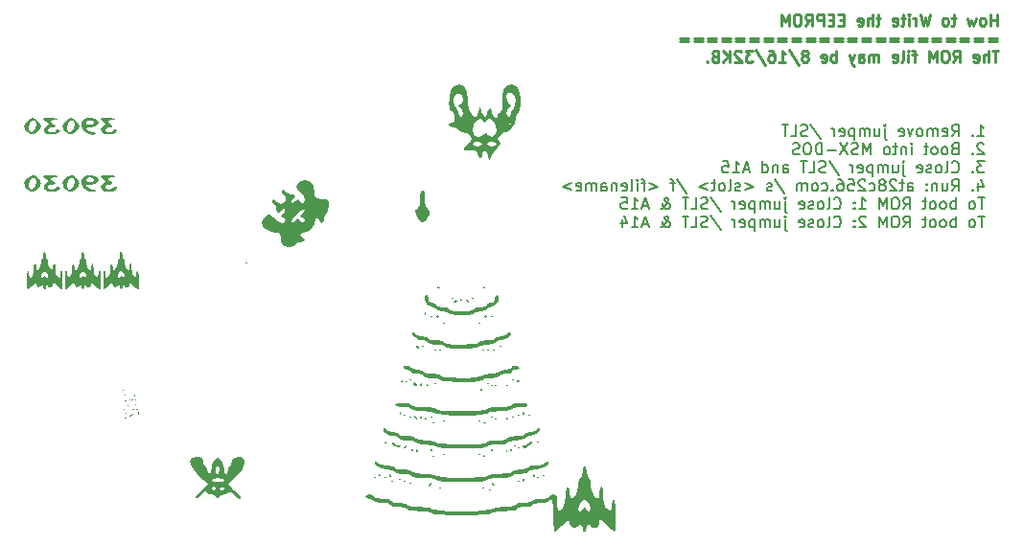
<source format=gbr>
%TF.GenerationSoftware,KiCad,Pcbnew,9.0.2*%
%TF.CreationDate,2025-09-06T01:51:39+01:00*%
%TF.ProjectId,msxpi,6d737870-692e-46b6-9963-61645f706362,1.1 Rev 1*%
%TF.SameCoordinates,Original*%
%TF.FileFunction,Legend,Bot*%
%TF.FilePolarity,Positive*%
%FSLAX46Y46*%
G04 Gerber Fmt 4.6, Leading zero omitted, Abs format (unit mm)*
G04 Created by KiCad (PCBNEW 9.0.2) date 2025-09-06 01:51:39*
%MOMM*%
%LPD*%
G01*
G04 APERTURE LIST*
%ADD10C,0.150000*%
%ADD11C,0.250000*%
%ADD12C,0.000000*%
G04 APERTURE END LIST*
D10*
X189893411Y-90155959D02*
X190464839Y-90155959D01*
X190179125Y-90155959D02*
X190179125Y-89155959D01*
X190179125Y-89155959D02*
X190274363Y-89298816D01*
X190274363Y-89298816D02*
X190369601Y-89394054D01*
X190369601Y-89394054D02*
X190464839Y-89441673D01*
X189464839Y-90060720D02*
X189417220Y-90108340D01*
X189417220Y-90108340D02*
X189464839Y-90155959D01*
X189464839Y-90155959D02*
X189512458Y-90108340D01*
X189512458Y-90108340D02*
X189464839Y-90060720D01*
X189464839Y-90060720D02*
X189464839Y-90155959D01*
X187655316Y-90155959D02*
X187988649Y-89679768D01*
X188226744Y-90155959D02*
X188226744Y-89155959D01*
X188226744Y-89155959D02*
X187845792Y-89155959D01*
X187845792Y-89155959D02*
X187750554Y-89203578D01*
X187750554Y-89203578D02*
X187702935Y-89251197D01*
X187702935Y-89251197D02*
X187655316Y-89346435D01*
X187655316Y-89346435D02*
X187655316Y-89489292D01*
X187655316Y-89489292D02*
X187702935Y-89584530D01*
X187702935Y-89584530D02*
X187750554Y-89632149D01*
X187750554Y-89632149D02*
X187845792Y-89679768D01*
X187845792Y-89679768D02*
X188226744Y-89679768D01*
X186845792Y-90108340D02*
X186941030Y-90155959D01*
X186941030Y-90155959D02*
X187131506Y-90155959D01*
X187131506Y-90155959D02*
X187226744Y-90108340D01*
X187226744Y-90108340D02*
X187274363Y-90013101D01*
X187274363Y-90013101D02*
X187274363Y-89632149D01*
X187274363Y-89632149D02*
X187226744Y-89536911D01*
X187226744Y-89536911D02*
X187131506Y-89489292D01*
X187131506Y-89489292D02*
X186941030Y-89489292D01*
X186941030Y-89489292D02*
X186845792Y-89536911D01*
X186845792Y-89536911D02*
X186798173Y-89632149D01*
X186798173Y-89632149D02*
X186798173Y-89727387D01*
X186798173Y-89727387D02*
X187274363Y-89822625D01*
X186369601Y-90155959D02*
X186369601Y-89489292D01*
X186369601Y-89584530D02*
X186321982Y-89536911D01*
X186321982Y-89536911D02*
X186226744Y-89489292D01*
X186226744Y-89489292D02*
X186083887Y-89489292D01*
X186083887Y-89489292D02*
X185988649Y-89536911D01*
X185988649Y-89536911D02*
X185941030Y-89632149D01*
X185941030Y-89632149D02*
X185941030Y-90155959D01*
X185941030Y-89632149D02*
X185893411Y-89536911D01*
X185893411Y-89536911D02*
X185798173Y-89489292D01*
X185798173Y-89489292D02*
X185655316Y-89489292D01*
X185655316Y-89489292D02*
X185560077Y-89536911D01*
X185560077Y-89536911D02*
X185512458Y-89632149D01*
X185512458Y-89632149D02*
X185512458Y-90155959D01*
X184893411Y-90155959D02*
X184988649Y-90108340D01*
X184988649Y-90108340D02*
X185036268Y-90060720D01*
X185036268Y-90060720D02*
X185083887Y-89965482D01*
X185083887Y-89965482D02*
X185083887Y-89679768D01*
X185083887Y-89679768D02*
X185036268Y-89584530D01*
X185036268Y-89584530D02*
X184988649Y-89536911D01*
X184988649Y-89536911D02*
X184893411Y-89489292D01*
X184893411Y-89489292D02*
X184750554Y-89489292D01*
X184750554Y-89489292D02*
X184655316Y-89536911D01*
X184655316Y-89536911D02*
X184607697Y-89584530D01*
X184607697Y-89584530D02*
X184560078Y-89679768D01*
X184560078Y-89679768D02*
X184560078Y-89965482D01*
X184560078Y-89965482D02*
X184607697Y-90060720D01*
X184607697Y-90060720D02*
X184655316Y-90108340D01*
X184655316Y-90108340D02*
X184750554Y-90155959D01*
X184750554Y-90155959D02*
X184893411Y-90155959D01*
X184226744Y-89489292D02*
X183988649Y-90155959D01*
X183988649Y-90155959D02*
X183750554Y-89489292D01*
X182988649Y-90108340D02*
X183083887Y-90155959D01*
X183083887Y-90155959D02*
X183274363Y-90155959D01*
X183274363Y-90155959D02*
X183369601Y-90108340D01*
X183369601Y-90108340D02*
X183417220Y-90013101D01*
X183417220Y-90013101D02*
X183417220Y-89632149D01*
X183417220Y-89632149D02*
X183369601Y-89536911D01*
X183369601Y-89536911D02*
X183274363Y-89489292D01*
X183274363Y-89489292D02*
X183083887Y-89489292D01*
X183083887Y-89489292D02*
X182988649Y-89536911D01*
X182988649Y-89536911D02*
X182941030Y-89632149D01*
X182941030Y-89632149D02*
X182941030Y-89727387D01*
X182941030Y-89727387D02*
X183417220Y-89822625D01*
X181750553Y-89489292D02*
X181750553Y-90346435D01*
X181750553Y-90346435D02*
X181798172Y-90441673D01*
X181798172Y-90441673D02*
X181893410Y-90489292D01*
X181893410Y-90489292D02*
X181941029Y-90489292D01*
X181750553Y-89155959D02*
X181798172Y-89203578D01*
X181798172Y-89203578D02*
X181750553Y-89251197D01*
X181750553Y-89251197D02*
X181702934Y-89203578D01*
X181702934Y-89203578D02*
X181750553Y-89155959D01*
X181750553Y-89155959D02*
X181750553Y-89251197D01*
X180845792Y-89489292D02*
X180845792Y-90155959D01*
X181274363Y-89489292D02*
X181274363Y-90013101D01*
X181274363Y-90013101D02*
X181226744Y-90108340D01*
X181226744Y-90108340D02*
X181131506Y-90155959D01*
X181131506Y-90155959D02*
X180988649Y-90155959D01*
X180988649Y-90155959D02*
X180893411Y-90108340D01*
X180893411Y-90108340D02*
X180845792Y-90060720D01*
X180369601Y-90155959D02*
X180369601Y-89489292D01*
X180369601Y-89584530D02*
X180321982Y-89536911D01*
X180321982Y-89536911D02*
X180226744Y-89489292D01*
X180226744Y-89489292D02*
X180083887Y-89489292D01*
X180083887Y-89489292D02*
X179988649Y-89536911D01*
X179988649Y-89536911D02*
X179941030Y-89632149D01*
X179941030Y-89632149D02*
X179941030Y-90155959D01*
X179941030Y-89632149D02*
X179893411Y-89536911D01*
X179893411Y-89536911D02*
X179798173Y-89489292D01*
X179798173Y-89489292D02*
X179655316Y-89489292D01*
X179655316Y-89489292D02*
X179560077Y-89536911D01*
X179560077Y-89536911D02*
X179512458Y-89632149D01*
X179512458Y-89632149D02*
X179512458Y-90155959D01*
X179036268Y-89489292D02*
X179036268Y-90489292D01*
X179036268Y-89536911D02*
X178941030Y-89489292D01*
X178941030Y-89489292D02*
X178750554Y-89489292D01*
X178750554Y-89489292D02*
X178655316Y-89536911D01*
X178655316Y-89536911D02*
X178607697Y-89584530D01*
X178607697Y-89584530D02*
X178560078Y-89679768D01*
X178560078Y-89679768D02*
X178560078Y-89965482D01*
X178560078Y-89965482D02*
X178607697Y-90060720D01*
X178607697Y-90060720D02*
X178655316Y-90108340D01*
X178655316Y-90108340D02*
X178750554Y-90155959D01*
X178750554Y-90155959D02*
X178941030Y-90155959D01*
X178941030Y-90155959D02*
X179036268Y-90108340D01*
X177750554Y-90108340D02*
X177845792Y-90155959D01*
X177845792Y-90155959D02*
X178036268Y-90155959D01*
X178036268Y-90155959D02*
X178131506Y-90108340D01*
X178131506Y-90108340D02*
X178179125Y-90013101D01*
X178179125Y-90013101D02*
X178179125Y-89632149D01*
X178179125Y-89632149D02*
X178131506Y-89536911D01*
X178131506Y-89536911D02*
X178036268Y-89489292D01*
X178036268Y-89489292D02*
X177845792Y-89489292D01*
X177845792Y-89489292D02*
X177750554Y-89536911D01*
X177750554Y-89536911D02*
X177702935Y-89632149D01*
X177702935Y-89632149D02*
X177702935Y-89727387D01*
X177702935Y-89727387D02*
X178179125Y-89822625D01*
X177274363Y-90155959D02*
X177274363Y-89489292D01*
X177274363Y-89679768D02*
X177226744Y-89584530D01*
X177226744Y-89584530D02*
X177179125Y-89536911D01*
X177179125Y-89536911D02*
X177083887Y-89489292D01*
X177083887Y-89489292D02*
X176988649Y-89489292D01*
X175179125Y-89108340D02*
X176036267Y-90394054D01*
X174893410Y-90108340D02*
X174750553Y-90155959D01*
X174750553Y-90155959D02*
X174512458Y-90155959D01*
X174512458Y-90155959D02*
X174417220Y-90108340D01*
X174417220Y-90108340D02*
X174369601Y-90060720D01*
X174369601Y-90060720D02*
X174321982Y-89965482D01*
X174321982Y-89965482D02*
X174321982Y-89870244D01*
X174321982Y-89870244D02*
X174369601Y-89775006D01*
X174369601Y-89775006D02*
X174417220Y-89727387D01*
X174417220Y-89727387D02*
X174512458Y-89679768D01*
X174512458Y-89679768D02*
X174702934Y-89632149D01*
X174702934Y-89632149D02*
X174798172Y-89584530D01*
X174798172Y-89584530D02*
X174845791Y-89536911D01*
X174845791Y-89536911D02*
X174893410Y-89441673D01*
X174893410Y-89441673D02*
X174893410Y-89346435D01*
X174893410Y-89346435D02*
X174845791Y-89251197D01*
X174845791Y-89251197D02*
X174798172Y-89203578D01*
X174798172Y-89203578D02*
X174702934Y-89155959D01*
X174702934Y-89155959D02*
X174464839Y-89155959D01*
X174464839Y-89155959D02*
X174321982Y-89203578D01*
X173417220Y-90155959D02*
X173893410Y-90155959D01*
X173893410Y-90155959D02*
X173893410Y-89155959D01*
X173226743Y-89155959D02*
X172655315Y-89155959D01*
X172941029Y-90155959D02*
X172941029Y-89155959D01*
X190464839Y-90861141D02*
X190417220Y-90813522D01*
X190417220Y-90813522D02*
X190321982Y-90765903D01*
X190321982Y-90765903D02*
X190083887Y-90765903D01*
X190083887Y-90765903D02*
X189988649Y-90813522D01*
X189988649Y-90813522D02*
X189941030Y-90861141D01*
X189941030Y-90861141D02*
X189893411Y-90956379D01*
X189893411Y-90956379D02*
X189893411Y-91051617D01*
X189893411Y-91051617D02*
X189941030Y-91194474D01*
X189941030Y-91194474D02*
X190512458Y-91765903D01*
X190512458Y-91765903D02*
X189893411Y-91765903D01*
X189464839Y-91670664D02*
X189417220Y-91718284D01*
X189417220Y-91718284D02*
X189464839Y-91765903D01*
X189464839Y-91765903D02*
X189512458Y-91718284D01*
X189512458Y-91718284D02*
X189464839Y-91670664D01*
X189464839Y-91670664D02*
X189464839Y-91765903D01*
X187893411Y-91242093D02*
X187750554Y-91289712D01*
X187750554Y-91289712D02*
X187702935Y-91337331D01*
X187702935Y-91337331D02*
X187655316Y-91432569D01*
X187655316Y-91432569D02*
X187655316Y-91575426D01*
X187655316Y-91575426D02*
X187702935Y-91670664D01*
X187702935Y-91670664D02*
X187750554Y-91718284D01*
X187750554Y-91718284D02*
X187845792Y-91765903D01*
X187845792Y-91765903D02*
X188226744Y-91765903D01*
X188226744Y-91765903D02*
X188226744Y-90765903D01*
X188226744Y-90765903D02*
X187893411Y-90765903D01*
X187893411Y-90765903D02*
X187798173Y-90813522D01*
X187798173Y-90813522D02*
X187750554Y-90861141D01*
X187750554Y-90861141D02*
X187702935Y-90956379D01*
X187702935Y-90956379D02*
X187702935Y-91051617D01*
X187702935Y-91051617D02*
X187750554Y-91146855D01*
X187750554Y-91146855D02*
X187798173Y-91194474D01*
X187798173Y-91194474D02*
X187893411Y-91242093D01*
X187893411Y-91242093D02*
X188226744Y-91242093D01*
X187083887Y-91765903D02*
X187179125Y-91718284D01*
X187179125Y-91718284D02*
X187226744Y-91670664D01*
X187226744Y-91670664D02*
X187274363Y-91575426D01*
X187274363Y-91575426D02*
X187274363Y-91289712D01*
X187274363Y-91289712D02*
X187226744Y-91194474D01*
X187226744Y-91194474D02*
X187179125Y-91146855D01*
X187179125Y-91146855D02*
X187083887Y-91099236D01*
X187083887Y-91099236D02*
X186941030Y-91099236D01*
X186941030Y-91099236D02*
X186845792Y-91146855D01*
X186845792Y-91146855D02*
X186798173Y-91194474D01*
X186798173Y-91194474D02*
X186750554Y-91289712D01*
X186750554Y-91289712D02*
X186750554Y-91575426D01*
X186750554Y-91575426D02*
X186798173Y-91670664D01*
X186798173Y-91670664D02*
X186845792Y-91718284D01*
X186845792Y-91718284D02*
X186941030Y-91765903D01*
X186941030Y-91765903D02*
X187083887Y-91765903D01*
X186179125Y-91765903D02*
X186274363Y-91718284D01*
X186274363Y-91718284D02*
X186321982Y-91670664D01*
X186321982Y-91670664D02*
X186369601Y-91575426D01*
X186369601Y-91575426D02*
X186369601Y-91289712D01*
X186369601Y-91289712D02*
X186321982Y-91194474D01*
X186321982Y-91194474D02*
X186274363Y-91146855D01*
X186274363Y-91146855D02*
X186179125Y-91099236D01*
X186179125Y-91099236D02*
X186036268Y-91099236D01*
X186036268Y-91099236D02*
X185941030Y-91146855D01*
X185941030Y-91146855D02*
X185893411Y-91194474D01*
X185893411Y-91194474D02*
X185845792Y-91289712D01*
X185845792Y-91289712D02*
X185845792Y-91575426D01*
X185845792Y-91575426D02*
X185893411Y-91670664D01*
X185893411Y-91670664D02*
X185941030Y-91718284D01*
X185941030Y-91718284D02*
X186036268Y-91765903D01*
X186036268Y-91765903D02*
X186179125Y-91765903D01*
X185560077Y-91099236D02*
X185179125Y-91099236D01*
X185417220Y-90765903D02*
X185417220Y-91623045D01*
X185417220Y-91623045D02*
X185369601Y-91718284D01*
X185369601Y-91718284D02*
X185274363Y-91765903D01*
X185274363Y-91765903D02*
X185179125Y-91765903D01*
X184083886Y-91765903D02*
X184083886Y-91099236D01*
X184083886Y-90765903D02*
X184131505Y-90813522D01*
X184131505Y-90813522D02*
X184083886Y-90861141D01*
X184083886Y-90861141D02*
X184036267Y-90813522D01*
X184036267Y-90813522D02*
X184083886Y-90765903D01*
X184083886Y-90765903D02*
X184083886Y-90861141D01*
X183607696Y-91099236D02*
X183607696Y-91765903D01*
X183607696Y-91194474D02*
X183560077Y-91146855D01*
X183560077Y-91146855D02*
X183464839Y-91099236D01*
X183464839Y-91099236D02*
X183321982Y-91099236D01*
X183321982Y-91099236D02*
X183226744Y-91146855D01*
X183226744Y-91146855D02*
X183179125Y-91242093D01*
X183179125Y-91242093D02*
X183179125Y-91765903D01*
X182845791Y-91099236D02*
X182464839Y-91099236D01*
X182702934Y-90765903D02*
X182702934Y-91623045D01*
X182702934Y-91623045D02*
X182655315Y-91718284D01*
X182655315Y-91718284D02*
X182560077Y-91765903D01*
X182560077Y-91765903D02*
X182464839Y-91765903D01*
X181988648Y-91765903D02*
X182083886Y-91718284D01*
X182083886Y-91718284D02*
X182131505Y-91670664D01*
X182131505Y-91670664D02*
X182179124Y-91575426D01*
X182179124Y-91575426D02*
X182179124Y-91289712D01*
X182179124Y-91289712D02*
X182131505Y-91194474D01*
X182131505Y-91194474D02*
X182083886Y-91146855D01*
X182083886Y-91146855D02*
X181988648Y-91099236D01*
X181988648Y-91099236D02*
X181845791Y-91099236D01*
X181845791Y-91099236D02*
X181750553Y-91146855D01*
X181750553Y-91146855D02*
X181702934Y-91194474D01*
X181702934Y-91194474D02*
X181655315Y-91289712D01*
X181655315Y-91289712D02*
X181655315Y-91575426D01*
X181655315Y-91575426D02*
X181702934Y-91670664D01*
X181702934Y-91670664D02*
X181750553Y-91718284D01*
X181750553Y-91718284D02*
X181845791Y-91765903D01*
X181845791Y-91765903D02*
X181988648Y-91765903D01*
X180464838Y-91765903D02*
X180464838Y-90765903D01*
X180464838Y-90765903D02*
X180131505Y-91480188D01*
X180131505Y-91480188D02*
X179798172Y-90765903D01*
X179798172Y-90765903D02*
X179798172Y-91765903D01*
X179369600Y-91718284D02*
X179226743Y-91765903D01*
X179226743Y-91765903D02*
X178988648Y-91765903D01*
X178988648Y-91765903D02*
X178893410Y-91718284D01*
X178893410Y-91718284D02*
X178845791Y-91670664D01*
X178845791Y-91670664D02*
X178798172Y-91575426D01*
X178798172Y-91575426D02*
X178798172Y-91480188D01*
X178798172Y-91480188D02*
X178845791Y-91384950D01*
X178845791Y-91384950D02*
X178893410Y-91337331D01*
X178893410Y-91337331D02*
X178988648Y-91289712D01*
X178988648Y-91289712D02*
X179179124Y-91242093D01*
X179179124Y-91242093D02*
X179274362Y-91194474D01*
X179274362Y-91194474D02*
X179321981Y-91146855D01*
X179321981Y-91146855D02*
X179369600Y-91051617D01*
X179369600Y-91051617D02*
X179369600Y-90956379D01*
X179369600Y-90956379D02*
X179321981Y-90861141D01*
X179321981Y-90861141D02*
X179274362Y-90813522D01*
X179274362Y-90813522D02*
X179179124Y-90765903D01*
X179179124Y-90765903D02*
X178941029Y-90765903D01*
X178941029Y-90765903D02*
X178798172Y-90813522D01*
X178464838Y-90765903D02*
X177798172Y-91765903D01*
X177798172Y-90765903D02*
X178464838Y-91765903D01*
X177417219Y-91384950D02*
X176655315Y-91384950D01*
X176179124Y-91765903D02*
X176179124Y-90765903D01*
X176179124Y-90765903D02*
X175941029Y-90765903D01*
X175941029Y-90765903D02*
X175798172Y-90813522D01*
X175798172Y-90813522D02*
X175702934Y-90908760D01*
X175702934Y-90908760D02*
X175655315Y-91003998D01*
X175655315Y-91003998D02*
X175607696Y-91194474D01*
X175607696Y-91194474D02*
X175607696Y-91337331D01*
X175607696Y-91337331D02*
X175655315Y-91527807D01*
X175655315Y-91527807D02*
X175702934Y-91623045D01*
X175702934Y-91623045D02*
X175798172Y-91718284D01*
X175798172Y-91718284D02*
X175941029Y-91765903D01*
X175941029Y-91765903D02*
X176179124Y-91765903D01*
X174988648Y-90765903D02*
X174798172Y-90765903D01*
X174798172Y-90765903D02*
X174702934Y-90813522D01*
X174702934Y-90813522D02*
X174607696Y-90908760D01*
X174607696Y-90908760D02*
X174560077Y-91099236D01*
X174560077Y-91099236D02*
X174560077Y-91432569D01*
X174560077Y-91432569D02*
X174607696Y-91623045D01*
X174607696Y-91623045D02*
X174702934Y-91718284D01*
X174702934Y-91718284D02*
X174798172Y-91765903D01*
X174798172Y-91765903D02*
X174988648Y-91765903D01*
X174988648Y-91765903D02*
X175083886Y-91718284D01*
X175083886Y-91718284D02*
X175179124Y-91623045D01*
X175179124Y-91623045D02*
X175226743Y-91432569D01*
X175226743Y-91432569D02*
X175226743Y-91099236D01*
X175226743Y-91099236D02*
X175179124Y-90908760D01*
X175179124Y-90908760D02*
X175083886Y-90813522D01*
X175083886Y-90813522D02*
X174988648Y-90765903D01*
X174179124Y-91718284D02*
X174036267Y-91765903D01*
X174036267Y-91765903D02*
X173798172Y-91765903D01*
X173798172Y-91765903D02*
X173702934Y-91718284D01*
X173702934Y-91718284D02*
X173655315Y-91670664D01*
X173655315Y-91670664D02*
X173607696Y-91575426D01*
X173607696Y-91575426D02*
X173607696Y-91480188D01*
X173607696Y-91480188D02*
X173655315Y-91384950D01*
X173655315Y-91384950D02*
X173702934Y-91337331D01*
X173702934Y-91337331D02*
X173798172Y-91289712D01*
X173798172Y-91289712D02*
X173988648Y-91242093D01*
X173988648Y-91242093D02*
X174083886Y-91194474D01*
X174083886Y-91194474D02*
X174131505Y-91146855D01*
X174131505Y-91146855D02*
X174179124Y-91051617D01*
X174179124Y-91051617D02*
X174179124Y-90956379D01*
X174179124Y-90956379D02*
X174131505Y-90861141D01*
X174131505Y-90861141D02*
X174083886Y-90813522D01*
X174083886Y-90813522D02*
X173988648Y-90765903D01*
X173988648Y-90765903D02*
X173750553Y-90765903D01*
X173750553Y-90765903D02*
X173607696Y-90813522D01*
X190512458Y-92375847D02*
X189893411Y-92375847D01*
X189893411Y-92375847D02*
X190226744Y-92756799D01*
X190226744Y-92756799D02*
X190083887Y-92756799D01*
X190083887Y-92756799D02*
X189988649Y-92804418D01*
X189988649Y-92804418D02*
X189941030Y-92852037D01*
X189941030Y-92852037D02*
X189893411Y-92947275D01*
X189893411Y-92947275D02*
X189893411Y-93185370D01*
X189893411Y-93185370D02*
X189941030Y-93280608D01*
X189941030Y-93280608D02*
X189988649Y-93328228D01*
X189988649Y-93328228D02*
X190083887Y-93375847D01*
X190083887Y-93375847D02*
X190369601Y-93375847D01*
X190369601Y-93375847D02*
X190464839Y-93328228D01*
X190464839Y-93328228D02*
X190512458Y-93280608D01*
X189464839Y-93280608D02*
X189417220Y-93328228D01*
X189417220Y-93328228D02*
X189464839Y-93375847D01*
X189464839Y-93375847D02*
X189512458Y-93328228D01*
X189512458Y-93328228D02*
X189464839Y-93280608D01*
X189464839Y-93280608D02*
X189464839Y-93375847D01*
X187655316Y-93280608D02*
X187702935Y-93328228D01*
X187702935Y-93328228D02*
X187845792Y-93375847D01*
X187845792Y-93375847D02*
X187941030Y-93375847D01*
X187941030Y-93375847D02*
X188083887Y-93328228D01*
X188083887Y-93328228D02*
X188179125Y-93232989D01*
X188179125Y-93232989D02*
X188226744Y-93137751D01*
X188226744Y-93137751D02*
X188274363Y-92947275D01*
X188274363Y-92947275D02*
X188274363Y-92804418D01*
X188274363Y-92804418D02*
X188226744Y-92613942D01*
X188226744Y-92613942D02*
X188179125Y-92518704D01*
X188179125Y-92518704D02*
X188083887Y-92423466D01*
X188083887Y-92423466D02*
X187941030Y-92375847D01*
X187941030Y-92375847D02*
X187845792Y-92375847D01*
X187845792Y-92375847D02*
X187702935Y-92423466D01*
X187702935Y-92423466D02*
X187655316Y-92471085D01*
X187083887Y-93375847D02*
X187179125Y-93328228D01*
X187179125Y-93328228D02*
X187226744Y-93232989D01*
X187226744Y-93232989D02*
X187226744Y-92375847D01*
X186560077Y-93375847D02*
X186655315Y-93328228D01*
X186655315Y-93328228D02*
X186702934Y-93280608D01*
X186702934Y-93280608D02*
X186750553Y-93185370D01*
X186750553Y-93185370D02*
X186750553Y-92899656D01*
X186750553Y-92899656D02*
X186702934Y-92804418D01*
X186702934Y-92804418D02*
X186655315Y-92756799D01*
X186655315Y-92756799D02*
X186560077Y-92709180D01*
X186560077Y-92709180D02*
X186417220Y-92709180D01*
X186417220Y-92709180D02*
X186321982Y-92756799D01*
X186321982Y-92756799D02*
X186274363Y-92804418D01*
X186274363Y-92804418D02*
X186226744Y-92899656D01*
X186226744Y-92899656D02*
X186226744Y-93185370D01*
X186226744Y-93185370D02*
X186274363Y-93280608D01*
X186274363Y-93280608D02*
X186321982Y-93328228D01*
X186321982Y-93328228D02*
X186417220Y-93375847D01*
X186417220Y-93375847D02*
X186560077Y-93375847D01*
X185845791Y-93328228D02*
X185750553Y-93375847D01*
X185750553Y-93375847D02*
X185560077Y-93375847D01*
X185560077Y-93375847D02*
X185464839Y-93328228D01*
X185464839Y-93328228D02*
X185417220Y-93232989D01*
X185417220Y-93232989D02*
X185417220Y-93185370D01*
X185417220Y-93185370D02*
X185464839Y-93090132D01*
X185464839Y-93090132D02*
X185560077Y-93042513D01*
X185560077Y-93042513D02*
X185702934Y-93042513D01*
X185702934Y-93042513D02*
X185798172Y-92994894D01*
X185798172Y-92994894D02*
X185845791Y-92899656D01*
X185845791Y-92899656D02*
X185845791Y-92852037D01*
X185845791Y-92852037D02*
X185798172Y-92756799D01*
X185798172Y-92756799D02*
X185702934Y-92709180D01*
X185702934Y-92709180D02*
X185560077Y-92709180D01*
X185560077Y-92709180D02*
X185464839Y-92756799D01*
X184607696Y-93328228D02*
X184702934Y-93375847D01*
X184702934Y-93375847D02*
X184893410Y-93375847D01*
X184893410Y-93375847D02*
X184988648Y-93328228D01*
X184988648Y-93328228D02*
X185036267Y-93232989D01*
X185036267Y-93232989D02*
X185036267Y-92852037D01*
X185036267Y-92852037D02*
X184988648Y-92756799D01*
X184988648Y-92756799D02*
X184893410Y-92709180D01*
X184893410Y-92709180D02*
X184702934Y-92709180D01*
X184702934Y-92709180D02*
X184607696Y-92756799D01*
X184607696Y-92756799D02*
X184560077Y-92852037D01*
X184560077Y-92852037D02*
X184560077Y-92947275D01*
X184560077Y-92947275D02*
X185036267Y-93042513D01*
X183369600Y-92709180D02*
X183369600Y-93566323D01*
X183369600Y-93566323D02*
X183417219Y-93661561D01*
X183417219Y-93661561D02*
X183512457Y-93709180D01*
X183512457Y-93709180D02*
X183560076Y-93709180D01*
X183369600Y-92375847D02*
X183417219Y-92423466D01*
X183417219Y-92423466D02*
X183369600Y-92471085D01*
X183369600Y-92471085D02*
X183321981Y-92423466D01*
X183321981Y-92423466D02*
X183369600Y-92375847D01*
X183369600Y-92375847D02*
X183369600Y-92471085D01*
X182464839Y-92709180D02*
X182464839Y-93375847D01*
X182893410Y-92709180D02*
X182893410Y-93232989D01*
X182893410Y-93232989D02*
X182845791Y-93328228D01*
X182845791Y-93328228D02*
X182750553Y-93375847D01*
X182750553Y-93375847D02*
X182607696Y-93375847D01*
X182607696Y-93375847D02*
X182512458Y-93328228D01*
X182512458Y-93328228D02*
X182464839Y-93280608D01*
X181988648Y-93375847D02*
X181988648Y-92709180D01*
X181988648Y-92804418D02*
X181941029Y-92756799D01*
X181941029Y-92756799D02*
X181845791Y-92709180D01*
X181845791Y-92709180D02*
X181702934Y-92709180D01*
X181702934Y-92709180D02*
X181607696Y-92756799D01*
X181607696Y-92756799D02*
X181560077Y-92852037D01*
X181560077Y-92852037D02*
X181560077Y-93375847D01*
X181560077Y-92852037D02*
X181512458Y-92756799D01*
X181512458Y-92756799D02*
X181417220Y-92709180D01*
X181417220Y-92709180D02*
X181274363Y-92709180D01*
X181274363Y-92709180D02*
X181179124Y-92756799D01*
X181179124Y-92756799D02*
X181131505Y-92852037D01*
X181131505Y-92852037D02*
X181131505Y-93375847D01*
X180655315Y-92709180D02*
X180655315Y-93709180D01*
X180655315Y-92756799D02*
X180560077Y-92709180D01*
X180560077Y-92709180D02*
X180369601Y-92709180D01*
X180369601Y-92709180D02*
X180274363Y-92756799D01*
X180274363Y-92756799D02*
X180226744Y-92804418D01*
X180226744Y-92804418D02*
X180179125Y-92899656D01*
X180179125Y-92899656D02*
X180179125Y-93185370D01*
X180179125Y-93185370D02*
X180226744Y-93280608D01*
X180226744Y-93280608D02*
X180274363Y-93328228D01*
X180274363Y-93328228D02*
X180369601Y-93375847D01*
X180369601Y-93375847D02*
X180560077Y-93375847D01*
X180560077Y-93375847D02*
X180655315Y-93328228D01*
X179369601Y-93328228D02*
X179464839Y-93375847D01*
X179464839Y-93375847D02*
X179655315Y-93375847D01*
X179655315Y-93375847D02*
X179750553Y-93328228D01*
X179750553Y-93328228D02*
X179798172Y-93232989D01*
X179798172Y-93232989D02*
X179798172Y-92852037D01*
X179798172Y-92852037D02*
X179750553Y-92756799D01*
X179750553Y-92756799D02*
X179655315Y-92709180D01*
X179655315Y-92709180D02*
X179464839Y-92709180D01*
X179464839Y-92709180D02*
X179369601Y-92756799D01*
X179369601Y-92756799D02*
X179321982Y-92852037D01*
X179321982Y-92852037D02*
X179321982Y-92947275D01*
X179321982Y-92947275D02*
X179798172Y-93042513D01*
X178893410Y-93375847D02*
X178893410Y-92709180D01*
X178893410Y-92899656D02*
X178845791Y-92804418D01*
X178845791Y-92804418D02*
X178798172Y-92756799D01*
X178798172Y-92756799D02*
X178702934Y-92709180D01*
X178702934Y-92709180D02*
X178607696Y-92709180D01*
X176798172Y-92328228D02*
X177655314Y-93613942D01*
X176512457Y-93328228D02*
X176369600Y-93375847D01*
X176369600Y-93375847D02*
X176131505Y-93375847D01*
X176131505Y-93375847D02*
X176036267Y-93328228D01*
X176036267Y-93328228D02*
X175988648Y-93280608D01*
X175988648Y-93280608D02*
X175941029Y-93185370D01*
X175941029Y-93185370D02*
X175941029Y-93090132D01*
X175941029Y-93090132D02*
X175988648Y-92994894D01*
X175988648Y-92994894D02*
X176036267Y-92947275D01*
X176036267Y-92947275D02*
X176131505Y-92899656D01*
X176131505Y-92899656D02*
X176321981Y-92852037D01*
X176321981Y-92852037D02*
X176417219Y-92804418D01*
X176417219Y-92804418D02*
X176464838Y-92756799D01*
X176464838Y-92756799D02*
X176512457Y-92661561D01*
X176512457Y-92661561D02*
X176512457Y-92566323D01*
X176512457Y-92566323D02*
X176464838Y-92471085D01*
X176464838Y-92471085D02*
X176417219Y-92423466D01*
X176417219Y-92423466D02*
X176321981Y-92375847D01*
X176321981Y-92375847D02*
X176083886Y-92375847D01*
X176083886Y-92375847D02*
X175941029Y-92423466D01*
X175036267Y-93375847D02*
X175512457Y-93375847D01*
X175512457Y-93375847D02*
X175512457Y-92375847D01*
X174845790Y-92375847D02*
X174274362Y-92375847D01*
X174560076Y-93375847D02*
X174560076Y-92375847D01*
X172750552Y-93375847D02*
X172750552Y-92852037D01*
X172750552Y-92852037D02*
X172798171Y-92756799D01*
X172798171Y-92756799D02*
X172893409Y-92709180D01*
X172893409Y-92709180D02*
X173083885Y-92709180D01*
X173083885Y-92709180D02*
X173179123Y-92756799D01*
X172750552Y-93328228D02*
X172845790Y-93375847D01*
X172845790Y-93375847D02*
X173083885Y-93375847D01*
X173083885Y-93375847D02*
X173179123Y-93328228D01*
X173179123Y-93328228D02*
X173226742Y-93232989D01*
X173226742Y-93232989D02*
X173226742Y-93137751D01*
X173226742Y-93137751D02*
X173179123Y-93042513D01*
X173179123Y-93042513D02*
X173083885Y-92994894D01*
X173083885Y-92994894D02*
X172845790Y-92994894D01*
X172845790Y-92994894D02*
X172750552Y-92947275D01*
X172274361Y-92709180D02*
X172274361Y-93375847D01*
X172274361Y-92804418D02*
X172226742Y-92756799D01*
X172226742Y-92756799D02*
X172131504Y-92709180D01*
X172131504Y-92709180D02*
X171988647Y-92709180D01*
X171988647Y-92709180D02*
X171893409Y-92756799D01*
X171893409Y-92756799D02*
X171845790Y-92852037D01*
X171845790Y-92852037D02*
X171845790Y-93375847D01*
X170941028Y-93375847D02*
X170941028Y-92375847D01*
X170941028Y-93328228D02*
X171036266Y-93375847D01*
X171036266Y-93375847D02*
X171226742Y-93375847D01*
X171226742Y-93375847D02*
X171321980Y-93328228D01*
X171321980Y-93328228D02*
X171369599Y-93280608D01*
X171369599Y-93280608D02*
X171417218Y-93185370D01*
X171417218Y-93185370D02*
X171417218Y-92899656D01*
X171417218Y-92899656D02*
X171369599Y-92804418D01*
X171369599Y-92804418D02*
X171321980Y-92756799D01*
X171321980Y-92756799D02*
X171226742Y-92709180D01*
X171226742Y-92709180D02*
X171036266Y-92709180D01*
X171036266Y-92709180D02*
X170941028Y-92756799D01*
X169750551Y-93090132D02*
X169274361Y-93090132D01*
X169845789Y-93375847D02*
X169512456Y-92375847D01*
X169512456Y-92375847D02*
X169179123Y-93375847D01*
X168321980Y-93375847D02*
X168893408Y-93375847D01*
X168607694Y-93375847D02*
X168607694Y-92375847D01*
X168607694Y-92375847D02*
X168702932Y-92518704D01*
X168702932Y-92518704D02*
X168798170Y-92613942D01*
X168798170Y-92613942D02*
X168893408Y-92661561D01*
X167417218Y-92375847D02*
X167893408Y-92375847D01*
X167893408Y-92375847D02*
X167941027Y-92852037D01*
X167941027Y-92852037D02*
X167893408Y-92804418D01*
X167893408Y-92804418D02*
X167798170Y-92756799D01*
X167798170Y-92756799D02*
X167560075Y-92756799D01*
X167560075Y-92756799D02*
X167464837Y-92804418D01*
X167464837Y-92804418D02*
X167417218Y-92852037D01*
X167417218Y-92852037D02*
X167369599Y-92947275D01*
X167369599Y-92947275D02*
X167369599Y-93185370D01*
X167369599Y-93185370D02*
X167417218Y-93280608D01*
X167417218Y-93280608D02*
X167464837Y-93328228D01*
X167464837Y-93328228D02*
X167560075Y-93375847D01*
X167560075Y-93375847D02*
X167798170Y-93375847D01*
X167798170Y-93375847D02*
X167893408Y-93328228D01*
X167893408Y-93328228D02*
X167941027Y-93280608D01*
X189988649Y-94319124D02*
X189988649Y-94985791D01*
X190226744Y-93938172D02*
X190464839Y-94652457D01*
X190464839Y-94652457D02*
X189845792Y-94652457D01*
X189464839Y-94890552D02*
X189417220Y-94938172D01*
X189417220Y-94938172D02*
X189464839Y-94985791D01*
X189464839Y-94985791D02*
X189512458Y-94938172D01*
X189512458Y-94938172D02*
X189464839Y-94890552D01*
X189464839Y-94890552D02*
X189464839Y-94985791D01*
X187655316Y-94985791D02*
X187988649Y-94509600D01*
X188226744Y-94985791D02*
X188226744Y-93985791D01*
X188226744Y-93985791D02*
X187845792Y-93985791D01*
X187845792Y-93985791D02*
X187750554Y-94033410D01*
X187750554Y-94033410D02*
X187702935Y-94081029D01*
X187702935Y-94081029D02*
X187655316Y-94176267D01*
X187655316Y-94176267D02*
X187655316Y-94319124D01*
X187655316Y-94319124D02*
X187702935Y-94414362D01*
X187702935Y-94414362D02*
X187750554Y-94461981D01*
X187750554Y-94461981D02*
X187845792Y-94509600D01*
X187845792Y-94509600D02*
X188226744Y-94509600D01*
X186798173Y-94319124D02*
X186798173Y-94985791D01*
X187226744Y-94319124D02*
X187226744Y-94842933D01*
X187226744Y-94842933D02*
X187179125Y-94938172D01*
X187179125Y-94938172D02*
X187083887Y-94985791D01*
X187083887Y-94985791D02*
X186941030Y-94985791D01*
X186941030Y-94985791D02*
X186845792Y-94938172D01*
X186845792Y-94938172D02*
X186798173Y-94890552D01*
X186321982Y-94319124D02*
X186321982Y-94985791D01*
X186321982Y-94414362D02*
X186274363Y-94366743D01*
X186274363Y-94366743D02*
X186179125Y-94319124D01*
X186179125Y-94319124D02*
X186036268Y-94319124D01*
X186036268Y-94319124D02*
X185941030Y-94366743D01*
X185941030Y-94366743D02*
X185893411Y-94461981D01*
X185893411Y-94461981D02*
X185893411Y-94985791D01*
X185417220Y-94890552D02*
X185369601Y-94938172D01*
X185369601Y-94938172D02*
X185417220Y-94985791D01*
X185417220Y-94985791D02*
X185464839Y-94938172D01*
X185464839Y-94938172D02*
X185417220Y-94890552D01*
X185417220Y-94890552D02*
X185417220Y-94985791D01*
X185417220Y-94366743D02*
X185369601Y-94414362D01*
X185369601Y-94414362D02*
X185417220Y-94461981D01*
X185417220Y-94461981D02*
X185464839Y-94414362D01*
X185464839Y-94414362D02*
X185417220Y-94366743D01*
X185417220Y-94366743D02*
X185417220Y-94461981D01*
X183750554Y-94985791D02*
X183750554Y-94461981D01*
X183750554Y-94461981D02*
X183798173Y-94366743D01*
X183798173Y-94366743D02*
X183893411Y-94319124D01*
X183893411Y-94319124D02*
X184083887Y-94319124D01*
X184083887Y-94319124D02*
X184179125Y-94366743D01*
X183750554Y-94938172D02*
X183845792Y-94985791D01*
X183845792Y-94985791D02*
X184083887Y-94985791D01*
X184083887Y-94985791D02*
X184179125Y-94938172D01*
X184179125Y-94938172D02*
X184226744Y-94842933D01*
X184226744Y-94842933D02*
X184226744Y-94747695D01*
X184226744Y-94747695D02*
X184179125Y-94652457D01*
X184179125Y-94652457D02*
X184083887Y-94604838D01*
X184083887Y-94604838D02*
X183845792Y-94604838D01*
X183845792Y-94604838D02*
X183750554Y-94557219D01*
X183417220Y-94319124D02*
X183036268Y-94319124D01*
X183274363Y-93985791D02*
X183274363Y-94842933D01*
X183274363Y-94842933D02*
X183226744Y-94938172D01*
X183226744Y-94938172D02*
X183131506Y-94985791D01*
X183131506Y-94985791D02*
X183036268Y-94985791D01*
X182750553Y-94081029D02*
X182702934Y-94033410D01*
X182702934Y-94033410D02*
X182607696Y-93985791D01*
X182607696Y-93985791D02*
X182369601Y-93985791D01*
X182369601Y-93985791D02*
X182274363Y-94033410D01*
X182274363Y-94033410D02*
X182226744Y-94081029D01*
X182226744Y-94081029D02*
X182179125Y-94176267D01*
X182179125Y-94176267D02*
X182179125Y-94271505D01*
X182179125Y-94271505D02*
X182226744Y-94414362D01*
X182226744Y-94414362D02*
X182798172Y-94985791D01*
X182798172Y-94985791D02*
X182179125Y-94985791D01*
X181607696Y-94414362D02*
X181702934Y-94366743D01*
X181702934Y-94366743D02*
X181750553Y-94319124D01*
X181750553Y-94319124D02*
X181798172Y-94223886D01*
X181798172Y-94223886D02*
X181798172Y-94176267D01*
X181798172Y-94176267D02*
X181750553Y-94081029D01*
X181750553Y-94081029D02*
X181702934Y-94033410D01*
X181702934Y-94033410D02*
X181607696Y-93985791D01*
X181607696Y-93985791D02*
X181417220Y-93985791D01*
X181417220Y-93985791D02*
X181321982Y-94033410D01*
X181321982Y-94033410D02*
X181274363Y-94081029D01*
X181274363Y-94081029D02*
X181226744Y-94176267D01*
X181226744Y-94176267D02*
X181226744Y-94223886D01*
X181226744Y-94223886D02*
X181274363Y-94319124D01*
X181274363Y-94319124D02*
X181321982Y-94366743D01*
X181321982Y-94366743D02*
X181417220Y-94414362D01*
X181417220Y-94414362D02*
X181607696Y-94414362D01*
X181607696Y-94414362D02*
X181702934Y-94461981D01*
X181702934Y-94461981D02*
X181750553Y-94509600D01*
X181750553Y-94509600D02*
X181798172Y-94604838D01*
X181798172Y-94604838D02*
X181798172Y-94795314D01*
X181798172Y-94795314D02*
X181750553Y-94890552D01*
X181750553Y-94890552D02*
X181702934Y-94938172D01*
X181702934Y-94938172D02*
X181607696Y-94985791D01*
X181607696Y-94985791D02*
X181417220Y-94985791D01*
X181417220Y-94985791D02*
X181321982Y-94938172D01*
X181321982Y-94938172D02*
X181274363Y-94890552D01*
X181274363Y-94890552D02*
X181226744Y-94795314D01*
X181226744Y-94795314D02*
X181226744Y-94604838D01*
X181226744Y-94604838D02*
X181274363Y-94509600D01*
X181274363Y-94509600D02*
X181321982Y-94461981D01*
X181321982Y-94461981D02*
X181417220Y-94414362D01*
X180369601Y-94938172D02*
X180464839Y-94985791D01*
X180464839Y-94985791D02*
X180655315Y-94985791D01*
X180655315Y-94985791D02*
X180750553Y-94938172D01*
X180750553Y-94938172D02*
X180798172Y-94890552D01*
X180798172Y-94890552D02*
X180845791Y-94795314D01*
X180845791Y-94795314D02*
X180845791Y-94509600D01*
X180845791Y-94509600D02*
X180798172Y-94414362D01*
X180798172Y-94414362D02*
X180750553Y-94366743D01*
X180750553Y-94366743D02*
X180655315Y-94319124D01*
X180655315Y-94319124D02*
X180464839Y-94319124D01*
X180464839Y-94319124D02*
X180369601Y-94366743D01*
X179988648Y-94081029D02*
X179941029Y-94033410D01*
X179941029Y-94033410D02*
X179845791Y-93985791D01*
X179845791Y-93985791D02*
X179607696Y-93985791D01*
X179607696Y-93985791D02*
X179512458Y-94033410D01*
X179512458Y-94033410D02*
X179464839Y-94081029D01*
X179464839Y-94081029D02*
X179417220Y-94176267D01*
X179417220Y-94176267D02*
X179417220Y-94271505D01*
X179417220Y-94271505D02*
X179464839Y-94414362D01*
X179464839Y-94414362D02*
X180036267Y-94985791D01*
X180036267Y-94985791D02*
X179417220Y-94985791D01*
X178512458Y-93985791D02*
X178988648Y-93985791D01*
X178988648Y-93985791D02*
X179036267Y-94461981D01*
X179036267Y-94461981D02*
X178988648Y-94414362D01*
X178988648Y-94414362D02*
X178893410Y-94366743D01*
X178893410Y-94366743D02*
X178655315Y-94366743D01*
X178655315Y-94366743D02*
X178560077Y-94414362D01*
X178560077Y-94414362D02*
X178512458Y-94461981D01*
X178512458Y-94461981D02*
X178464839Y-94557219D01*
X178464839Y-94557219D02*
X178464839Y-94795314D01*
X178464839Y-94795314D02*
X178512458Y-94890552D01*
X178512458Y-94890552D02*
X178560077Y-94938172D01*
X178560077Y-94938172D02*
X178655315Y-94985791D01*
X178655315Y-94985791D02*
X178893410Y-94985791D01*
X178893410Y-94985791D02*
X178988648Y-94938172D01*
X178988648Y-94938172D02*
X179036267Y-94890552D01*
X177607696Y-93985791D02*
X177798172Y-93985791D01*
X177798172Y-93985791D02*
X177893410Y-94033410D01*
X177893410Y-94033410D02*
X177941029Y-94081029D01*
X177941029Y-94081029D02*
X178036267Y-94223886D01*
X178036267Y-94223886D02*
X178083886Y-94414362D01*
X178083886Y-94414362D02*
X178083886Y-94795314D01*
X178083886Y-94795314D02*
X178036267Y-94890552D01*
X178036267Y-94890552D02*
X177988648Y-94938172D01*
X177988648Y-94938172D02*
X177893410Y-94985791D01*
X177893410Y-94985791D02*
X177702934Y-94985791D01*
X177702934Y-94985791D02*
X177607696Y-94938172D01*
X177607696Y-94938172D02*
X177560077Y-94890552D01*
X177560077Y-94890552D02*
X177512458Y-94795314D01*
X177512458Y-94795314D02*
X177512458Y-94557219D01*
X177512458Y-94557219D02*
X177560077Y-94461981D01*
X177560077Y-94461981D02*
X177607696Y-94414362D01*
X177607696Y-94414362D02*
X177702934Y-94366743D01*
X177702934Y-94366743D02*
X177893410Y-94366743D01*
X177893410Y-94366743D02*
X177988648Y-94414362D01*
X177988648Y-94414362D02*
X178036267Y-94461981D01*
X178036267Y-94461981D02*
X178083886Y-94557219D01*
X177083886Y-94890552D02*
X177036267Y-94938172D01*
X177036267Y-94938172D02*
X177083886Y-94985791D01*
X177083886Y-94985791D02*
X177131505Y-94938172D01*
X177131505Y-94938172D02*
X177083886Y-94890552D01*
X177083886Y-94890552D02*
X177083886Y-94985791D01*
X176179125Y-94938172D02*
X176274363Y-94985791D01*
X176274363Y-94985791D02*
X176464839Y-94985791D01*
X176464839Y-94985791D02*
X176560077Y-94938172D01*
X176560077Y-94938172D02*
X176607696Y-94890552D01*
X176607696Y-94890552D02*
X176655315Y-94795314D01*
X176655315Y-94795314D02*
X176655315Y-94509600D01*
X176655315Y-94509600D02*
X176607696Y-94414362D01*
X176607696Y-94414362D02*
X176560077Y-94366743D01*
X176560077Y-94366743D02*
X176464839Y-94319124D01*
X176464839Y-94319124D02*
X176274363Y-94319124D01*
X176274363Y-94319124D02*
X176179125Y-94366743D01*
X175607696Y-94985791D02*
X175702934Y-94938172D01*
X175702934Y-94938172D02*
X175750553Y-94890552D01*
X175750553Y-94890552D02*
X175798172Y-94795314D01*
X175798172Y-94795314D02*
X175798172Y-94509600D01*
X175798172Y-94509600D02*
X175750553Y-94414362D01*
X175750553Y-94414362D02*
X175702934Y-94366743D01*
X175702934Y-94366743D02*
X175607696Y-94319124D01*
X175607696Y-94319124D02*
X175464839Y-94319124D01*
X175464839Y-94319124D02*
X175369601Y-94366743D01*
X175369601Y-94366743D02*
X175321982Y-94414362D01*
X175321982Y-94414362D02*
X175274363Y-94509600D01*
X175274363Y-94509600D02*
X175274363Y-94795314D01*
X175274363Y-94795314D02*
X175321982Y-94890552D01*
X175321982Y-94890552D02*
X175369601Y-94938172D01*
X175369601Y-94938172D02*
X175464839Y-94985791D01*
X175464839Y-94985791D02*
X175607696Y-94985791D01*
X174845791Y-94985791D02*
X174845791Y-94319124D01*
X174845791Y-94414362D02*
X174798172Y-94366743D01*
X174798172Y-94366743D02*
X174702934Y-94319124D01*
X174702934Y-94319124D02*
X174560077Y-94319124D01*
X174560077Y-94319124D02*
X174464839Y-94366743D01*
X174464839Y-94366743D02*
X174417220Y-94461981D01*
X174417220Y-94461981D02*
X174417220Y-94985791D01*
X174417220Y-94461981D02*
X174369601Y-94366743D01*
X174369601Y-94366743D02*
X174274363Y-94319124D01*
X174274363Y-94319124D02*
X174131506Y-94319124D01*
X174131506Y-94319124D02*
X174036267Y-94366743D01*
X174036267Y-94366743D02*
X173988648Y-94461981D01*
X173988648Y-94461981D02*
X173988648Y-94985791D01*
X172036268Y-93938172D02*
X172893410Y-95223886D01*
X171750553Y-94938172D02*
X171655315Y-94985791D01*
X171655315Y-94985791D02*
X171464839Y-94985791D01*
X171464839Y-94985791D02*
X171369601Y-94938172D01*
X171369601Y-94938172D02*
X171321982Y-94842933D01*
X171321982Y-94842933D02*
X171321982Y-94795314D01*
X171321982Y-94795314D02*
X171369601Y-94700076D01*
X171369601Y-94700076D02*
X171464839Y-94652457D01*
X171464839Y-94652457D02*
X171607696Y-94652457D01*
X171607696Y-94652457D02*
X171702934Y-94604838D01*
X171702934Y-94604838D02*
X171750553Y-94509600D01*
X171750553Y-94509600D02*
X171750553Y-94461981D01*
X171750553Y-94461981D02*
X171702934Y-94366743D01*
X171702934Y-94366743D02*
X171607696Y-94319124D01*
X171607696Y-94319124D02*
X171464839Y-94319124D01*
X171464839Y-94319124D02*
X171369601Y-94366743D01*
X169369601Y-94319124D02*
X170131505Y-94604838D01*
X170131505Y-94604838D02*
X169369601Y-94890552D01*
X168941029Y-94938172D02*
X168845791Y-94985791D01*
X168845791Y-94985791D02*
X168655315Y-94985791D01*
X168655315Y-94985791D02*
X168560077Y-94938172D01*
X168560077Y-94938172D02*
X168512458Y-94842933D01*
X168512458Y-94842933D02*
X168512458Y-94795314D01*
X168512458Y-94795314D02*
X168560077Y-94700076D01*
X168560077Y-94700076D02*
X168655315Y-94652457D01*
X168655315Y-94652457D02*
X168798172Y-94652457D01*
X168798172Y-94652457D02*
X168893410Y-94604838D01*
X168893410Y-94604838D02*
X168941029Y-94509600D01*
X168941029Y-94509600D02*
X168941029Y-94461981D01*
X168941029Y-94461981D02*
X168893410Y-94366743D01*
X168893410Y-94366743D02*
X168798172Y-94319124D01*
X168798172Y-94319124D02*
X168655315Y-94319124D01*
X168655315Y-94319124D02*
X168560077Y-94366743D01*
X167941029Y-94985791D02*
X168036267Y-94938172D01*
X168036267Y-94938172D02*
X168083886Y-94842933D01*
X168083886Y-94842933D02*
X168083886Y-93985791D01*
X167417219Y-94985791D02*
X167512457Y-94938172D01*
X167512457Y-94938172D02*
X167560076Y-94890552D01*
X167560076Y-94890552D02*
X167607695Y-94795314D01*
X167607695Y-94795314D02*
X167607695Y-94509600D01*
X167607695Y-94509600D02*
X167560076Y-94414362D01*
X167560076Y-94414362D02*
X167512457Y-94366743D01*
X167512457Y-94366743D02*
X167417219Y-94319124D01*
X167417219Y-94319124D02*
X167274362Y-94319124D01*
X167274362Y-94319124D02*
X167179124Y-94366743D01*
X167179124Y-94366743D02*
X167131505Y-94414362D01*
X167131505Y-94414362D02*
X167083886Y-94509600D01*
X167083886Y-94509600D02*
X167083886Y-94795314D01*
X167083886Y-94795314D02*
X167131505Y-94890552D01*
X167131505Y-94890552D02*
X167179124Y-94938172D01*
X167179124Y-94938172D02*
X167274362Y-94985791D01*
X167274362Y-94985791D02*
X167417219Y-94985791D01*
X166798171Y-94319124D02*
X166417219Y-94319124D01*
X166655314Y-93985791D02*
X166655314Y-94842933D01*
X166655314Y-94842933D02*
X166607695Y-94938172D01*
X166607695Y-94938172D02*
X166512457Y-94985791D01*
X166512457Y-94985791D02*
X166417219Y-94985791D01*
X166083885Y-94319124D02*
X165321981Y-94604838D01*
X165321981Y-94604838D02*
X166083885Y-94890552D01*
X163369600Y-93938172D02*
X164226742Y-95223886D01*
X163179123Y-94319124D02*
X162798171Y-94319124D01*
X163036266Y-94985791D02*
X163036266Y-94128648D01*
X163036266Y-94128648D02*
X162988647Y-94033410D01*
X162988647Y-94033410D02*
X162893409Y-93985791D01*
X162893409Y-93985791D02*
X162798171Y-93985791D01*
X160941028Y-94319124D02*
X161702932Y-94604838D01*
X161702932Y-94604838D02*
X160941028Y-94890552D01*
X160607694Y-94319124D02*
X160226742Y-94319124D01*
X160464837Y-94985791D02*
X160464837Y-94128648D01*
X160464837Y-94128648D02*
X160417218Y-94033410D01*
X160417218Y-94033410D02*
X160321980Y-93985791D01*
X160321980Y-93985791D02*
X160226742Y-93985791D01*
X159893408Y-94985791D02*
X159893408Y-94319124D01*
X159893408Y-93985791D02*
X159941027Y-94033410D01*
X159941027Y-94033410D02*
X159893408Y-94081029D01*
X159893408Y-94081029D02*
X159845789Y-94033410D01*
X159845789Y-94033410D02*
X159893408Y-93985791D01*
X159893408Y-93985791D02*
X159893408Y-94081029D01*
X159274361Y-94985791D02*
X159369599Y-94938172D01*
X159369599Y-94938172D02*
X159417218Y-94842933D01*
X159417218Y-94842933D02*
X159417218Y-93985791D01*
X158512456Y-94938172D02*
X158607694Y-94985791D01*
X158607694Y-94985791D02*
X158798170Y-94985791D01*
X158798170Y-94985791D02*
X158893408Y-94938172D01*
X158893408Y-94938172D02*
X158941027Y-94842933D01*
X158941027Y-94842933D02*
X158941027Y-94461981D01*
X158941027Y-94461981D02*
X158893408Y-94366743D01*
X158893408Y-94366743D02*
X158798170Y-94319124D01*
X158798170Y-94319124D02*
X158607694Y-94319124D01*
X158607694Y-94319124D02*
X158512456Y-94366743D01*
X158512456Y-94366743D02*
X158464837Y-94461981D01*
X158464837Y-94461981D02*
X158464837Y-94557219D01*
X158464837Y-94557219D02*
X158941027Y-94652457D01*
X158036265Y-94319124D02*
X158036265Y-94985791D01*
X158036265Y-94414362D02*
X157988646Y-94366743D01*
X157988646Y-94366743D02*
X157893408Y-94319124D01*
X157893408Y-94319124D02*
X157750551Y-94319124D01*
X157750551Y-94319124D02*
X157655313Y-94366743D01*
X157655313Y-94366743D02*
X157607694Y-94461981D01*
X157607694Y-94461981D02*
X157607694Y-94985791D01*
X156702932Y-94985791D02*
X156702932Y-94461981D01*
X156702932Y-94461981D02*
X156750551Y-94366743D01*
X156750551Y-94366743D02*
X156845789Y-94319124D01*
X156845789Y-94319124D02*
X157036265Y-94319124D01*
X157036265Y-94319124D02*
X157131503Y-94366743D01*
X156702932Y-94938172D02*
X156798170Y-94985791D01*
X156798170Y-94985791D02*
X157036265Y-94985791D01*
X157036265Y-94985791D02*
X157131503Y-94938172D01*
X157131503Y-94938172D02*
X157179122Y-94842933D01*
X157179122Y-94842933D02*
X157179122Y-94747695D01*
X157179122Y-94747695D02*
X157131503Y-94652457D01*
X157131503Y-94652457D02*
X157036265Y-94604838D01*
X157036265Y-94604838D02*
X156798170Y-94604838D01*
X156798170Y-94604838D02*
X156702932Y-94557219D01*
X156226741Y-94985791D02*
X156226741Y-94319124D01*
X156226741Y-94414362D02*
X156179122Y-94366743D01*
X156179122Y-94366743D02*
X156083884Y-94319124D01*
X156083884Y-94319124D02*
X155941027Y-94319124D01*
X155941027Y-94319124D02*
X155845789Y-94366743D01*
X155845789Y-94366743D02*
X155798170Y-94461981D01*
X155798170Y-94461981D02*
X155798170Y-94985791D01*
X155798170Y-94461981D02*
X155750551Y-94366743D01*
X155750551Y-94366743D02*
X155655313Y-94319124D01*
X155655313Y-94319124D02*
X155512456Y-94319124D01*
X155512456Y-94319124D02*
X155417217Y-94366743D01*
X155417217Y-94366743D02*
X155369598Y-94461981D01*
X155369598Y-94461981D02*
X155369598Y-94985791D01*
X154512456Y-94938172D02*
X154607694Y-94985791D01*
X154607694Y-94985791D02*
X154798170Y-94985791D01*
X154798170Y-94985791D02*
X154893408Y-94938172D01*
X154893408Y-94938172D02*
X154941027Y-94842933D01*
X154941027Y-94842933D02*
X154941027Y-94461981D01*
X154941027Y-94461981D02*
X154893408Y-94366743D01*
X154893408Y-94366743D02*
X154798170Y-94319124D01*
X154798170Y-94319124D02*
X154607694Y-94319124D01*
X154607694Y-94319124D02*
X154512456Y-94366743D01*
X154512456Y-94366743D02*
X154464837Y-94461981D01*
X154464837Y-94461981D02*
X154464837Y-94557219D01*
X154464837Y-94557219D02*
X154941027Y-94652457D01*
X154036265Y-94319124D02*
X153274361Y-94604838D01*
X153274361Y-94604838D02*
X154036265Y-94890552D01*
X190560077Y-95595735D02*
X189988649Y-95595735D01*
X190274363Y-96595735D02*
X190274363Y-95595735D01*
X189512458Y-96595735D02*
X189607696Y-96548116D01*
X189607696Y-96548116D02*
X189655315Y-96500496D01*
X189655315Y-96500496D02*
X189702934Y-96405258D01*
X189702934Y-96405258D02*
X189702934Y-96119544D01*
X189702934Y-96119544D02*
X189655315Y-96024306D01*
X189655315Y-96024306D02*
X189607696Y-95976687D01*
X189607696Y-95976687D02*
X189512458Y-95929068D01*
X189512458Y-95929068D02*
X189369601Y-95929068D01*
X189369601Y-95929068D02*
X189274363Y-95976687D01*
X189274363Y-95976687D02*
X189226744Y-96024306D01*
X189226744Y-96024306D02*
X189179125Y-96119544D01*
X189179125Y-96119544D02*
X189179125Y-96405258D01*
X189179125Y-96405258D02*
X189226744Y-96500496D01*
X189226744Y-96500496D02*
X189274363Y-96548116D01*
X189274363Y-96548116D02*
X189369601Y-96595735D01*
X189369601Y-96595735D02*
X189512458Y-96595735D01*
X187988648Y-96595735D02*
X187988648Y-95595735D01*
X187988648Y-95976687D02*
X187893410Y-95929068D01*
X187893410Y-95929068D02*
X187702934Y-95929068D01*
X187702934Y-95929068D02*
X187607696Y-95976687D01*
X187607696Y-95976687D02*
X187560077Y-96024306D01*
X187560077Y-96024306D02*
X187512458Y-96119544D01*
X187512458Y-96119544D02*
X187512458Y-96405258D01*
X187512458Y-96405258D02*
X187560077Y-96500496D01*
X187560077Y-96500496D02*
X187607696Y-96548116D01*
X187607696Y-96548116D02*
X187702934Y-96595735D01*
X187702934Y-96595735D02*
X187893410Y-96595735D01*
X187893410Y-96595735D02*
X187988648Y-96548116D01*
X186941029Y-96595735D02*
X187036267Y-96548116D01*
X187036267Y-96548116D02*
X187083886Y-96500496D01*
X187083886Y-96500496D02*
X187131505Y-96405258D01*
X187131505Y-96405258D02*
X187131505Y-96119544D01*
X187131505Y-96119544D02*
X187083886Y-96024306D01*
X187083886Y-96024306D02*
X187036267Y-95976687D01*
X187036267Y-95976687D02*
X186941029Y-95929068D01*
X186941029Y-95929068D02*
X186798172Y-95929068D01*
X186798172Y-95929068D02*
X186702934Y-95976687D01*
X186702934Y-95976687D02*
X186655315Y-96024306D01*
X186655315Y-96024306D02*
X186607696Y-96119544D01*
X186607696Y-96119544D02*
X186607696Y-96405258D01*
X186607696Y-96405258D02*
X186655315Y-96500496D01*
X186655315Y-96500496D02*
X186702934Y-96548116D01*
X186702934Y-96548116D02*
X186798172Y-96595735D01*
X186798172Y-96595735D02*
X186941029Y-96595735D01*
X186036267Y-96595735D02*
X186131505Y-96548116D01*
X186131505Y-96548116D02*
X186179124Y-96500496D01*
X186179124Y-96500496D02*
X186226743Y-96405258D01*
X186226743Y-96405258D02*
X186226743Y-96119544D01*
X186226743Y-96119544D02*
X186179124Y-96024306D01*
X186179124Y-96024306D02*
X186131505Y-95976687D01*
X186131505Y-95976687D02*
X186036267Y-95929068D01*
X186036267Y-95929068D02*
X185893410Y-95929068D01*
X185893410Y-95929068D02*
X185798172Y-95976687D01*
X185798172Y-95976687D02*
X185750553Y-96024306D01*
X185750553Y-96024306D02*
X185702934Y-96119544D01*
X185702934Y-96119544D02*
X185702934Y-96405258D01*
X185702934Y-96405258D02*
X185750553Y-96500496D01*
X185750553Y-96500496D02*
X185798172Y-96548116D01*
X185798172Y-96548116D02*
X185893410Y-96595735D01*
X185893410Y-96595735D02*
X186036267Y-96595735D01*
X185417219Y-95929068D02*
X185036267Y-95929068D01*
X185274362Y-95595735D02*
X185274362Y-96452877D01*
X185274362Y-96452877D02*
X185226743Y-96548116D01*
X185226743Y-96548116D02*
X185131505Y-96595735D01*
X185131505Y-96595735D02*
X185036267Y-96595735D01*
X183369600Y-96595735D02*
X183702933Y-96119544D01*
X183941028Y-96595735D02*
X183941028Y-95595735D01*
X183941028Y-95595735D02*
X183560076Y-95595735D01*
X183560076Y-95595735D02*
X183464838Y-95643354D01*
X183464838Y-95643354D02*
X183417219Y-95690973D01*
X183417219Y-95690973D02*
X183369600Y-95786211D01*
X183369600Y-95786211D02*
X183369600Y-95929068D01*
X183369600Y-95929068D02*
X183417219Y-96024306D01*
X183417219Y-96024306D02*
X183464838Y-96071925D01*
X183464838Y-96071925D02*
X183560076Y-96119544D01*
X183560076Y-96119544D02*
X183941028Y-96119544D01*
X182750552Y-95595735D02*
X182560076Y-95595735D01*
X182560076Y-95595735D02*
X182464838Y-95643354D01*
X182464838Y-95643354D02*
X182369600Y-95738592D01*
X182369600Y-95738592D02*
X182321981Y-95929068D01*
X182321981Y-95929068D02*
X182321981Y-96262401D01*
X182321981Y-96262401D02*
X182369600Y-96452877D01*
X182369600Y-96452877D02*
X182464838Y-96548116D01*
X182464838Y-96548116D02*
X182560076Y-96595735D01*
X182560076Y-96595735D02*
X182750552Y-96595735D01*
X182750552Y-96595735D02*
X182845790Y-96548116D01*
X182845790Y-96548116D02*
X182941028Y-96452877D01*
X182941028Y-96452877D02*
X182988647Y-96262401D01*
X182988647Y-96262401D02*
X182988647Y-95929068D01*
X182988647Y-95929068D02*
X182941028Y-95738592D01*
X182941028Y-95738592D02*
X182845790Y-95643354D01*
X182845790Y-95643354D02*
X182750552Y-95595735D01*
X181893409Y-96595735D02*
X181893409Y-95595735D01*
X181893409Y-95595735D02*
X181560076Y-96310020D01*
X181560076Y-96310020D02*
X181226743Y-95595735D01*
X181226743Y-95595735D02*
X181226743Y-96595735D01*
X179464838Y-96595735D02*
X180036266Y-96595735D01*
X179750552Y-96595735D02*
X179750552Y-95595735D01*
X179750552Y-95595735D02*
X179845790Y-95738592D01*
X179845790Y-95738592D02*
X179941028Y-95833830D01*
X179941028Y-95833830D02*
X180036266Y-95881449D01*
X179036266Y-96500496D02*
X178988647Y-96548116D01*
X178988647Y-96548116D02*
X179036266Y-96595735D01*
X179036266Y-96595735D02*
X179083885Y-96548116D01*
X179083885Y-96548116D02*
X179036266Y-96500496D01*
X179036266Y-96500496D02*
X179036266Y-96595735D01*
X179036266Y-95976687D02*
X178988647Y-96024306D01*
X178988647Y-96024306D02*
X179036266Y-96071925D01*
X179036266Y-96071925D02*
X179083885Y-96024306D01*
X179083885Y-96024306D02*
X179036266Y-95976687D01*
X179036266Y-95976687D02*
X179036266Y-96071925D01*
X177226743Y-96500496D02*
X177274362Y-96548116D01*
X177274362Y-96548116D02*
X177417219Y-96595735D01*
X177417219Y-96595735D02*
X177512457Y-96595735D01*
X177512457Y-96595735D02*
X177655314Y-96548116D01*
X177655314Y-96548116D02*
X177750552Y-96452877D01*
X177750552Y-96452877D02*
X177798171Y-96357639D01*
X177798171Y-96357639D02*
X177845790Y-96167163D01*
X177845790Y-96167163D02*
X177845790Y-96024306D01*
X177845790Y-96024306D02*
X177798171Y-95833830D01*
X177798171Y-95833830D02*
X177750552Y-95738592D01*
X177750552Y-95738592D02*
X177655314Y-95643354D01*
X177655314Y-95643354D02*
X177512457Y-95595735D01*
X177512457Y-95595735D02*
X177417219Y-95595735D01*
X177417219Y-95595735D02*
X177274362Y-95643354D01*
X177274362Y-95643354D02*
X177226743Y-95690973D01*
X176655314Y-96595735D02*
X176750552Y-96548116D01*
X176750552Y-96548116D02*
X176798171Y-96452877D01*
X176798171Y-96452877D02*
X176798171Y-95595735D01*
X176131504Y-96595735D02*
X176226742Y-96548116D01*
X176226742Y-96548116D02*
X176274361Y-96500496D01*
X176274361Y-96500496D02*
X176321980Y-96405258D01*
X176321980Y-96405258D02*
X176321980Y-96119544D01*
X176321980Y-96119544D02*
X176274361Y-96024306D01*
X176274361Y-96024306D02*
X176226742Y-95976687D01*
X176226742Y-95976687D02*
X176131504Y-95929068D01*
X176131504Y-95929068D02*
X175988647Y-95929068D01*
X175988647Y-95929068D02*
X175893409Y-95976687D01*
X175893409Y-95976687D02*
X175845790Y-96024306D01*
X175845790Y-96024306D02*
X175798171Y-96119544D01*
X175798171Y-96119544D02*
X175798171Y-96405258D01*
X175798171Y-96405258D02*
X175845790Y-96500496D01*
X175845790Y-96500496D02*
X175893409Y-96548116D01*
X175893409Y-96548116D02*
X175988647Y-96595735D01*
X175988647Y-96595735D02*
X176131504Y-96595735D01*
X175417218Y-96548116D02*
X175321980Y-96595735D01*
X175321980Y-96595735D02*
X175131504Y-96595735D01*
X175131504Y-96595735D02*
X175036266Y-96548116D01*
X175036266Y-96548116D02*
X174988647Y-96452877D01*
X174988647Y-96452877D02*
X174988647Y-96405258D01*
X174988647Y-96405258D02*
X175036266Y-96310020D01*
X175036266Y-96310020D02*
X175131504Y-96262401D01*
X175131504Y-96262401D02*
X175274361Y-96262401D01*
X175274361Y-96262401D02*
X175369599Y-96214782D01*
X175369599Y-96214782D02*
X175417218Y-96119544D01*
X175417218Y-96119544D02*
X175417218Y-96071925D01*
X175417218Y-96071925D02*
X175369599Y-95976687D01*
X175369599Y-95976687D02*
X175274361Y-95929068D01*
X175274361Y-95929068D02*
X175131504Y-95929068D01*
X175131504Y-95929068D02*
X175036266Y-95976687D01*
X174179123Y-96548116D02*
X174274361Y-96595735D01*
X174274361Y-96595735D02*
X174464837Y-96595735D01*
X174464837Y-96595735D02*
X174560075Y-96548116D01*
X174560075Y-96548116D02*
X174607694Y-96452877D01*
X174607694Y-96452877D02*
X174607694Y-96071925D01*
X174607694Y-96071925D02*
X174560075Y-95976687D01*
X174560075Y-95976687D02*
X174464837Y-95929068D01*
X174464837Y-95929068D02*
X174274361Y-95929068D01*
X174274361Y-95929068D02*
X174179123Y-95976687D01*
X174179123Y-95976687D02*
X174131504Y-96071925D01*
X174131504Y-96071925D02*
X174131504Y-96167163D01*
X174131504Y-96167163D02*
X174607694Y-96262401D01*
X172941027Y-95929068D02*
X172941027Y-96786211D01*
X172941027Y-96786211D02*
X172988646Y-96881449D01*
X172988646Y-96881449D02*
X173083884Y-96929068D01*
X173083884Y-96929068D02*
X173131503Y-96929068D01*
X172941027Y-95595735D02*
X172988646Y-95643354D01*
X172988646Y-95643354D02*
X172941027Y-95690973D01*
X172941027Y-95690973D02*
X172893408Y-95643354D01*
X172893408Y-95643354D02*
X172941027Y-95595735D01*
X172941027Y-95595735D02*
X172941027Y-95690973D01*
X172036266Y-95929068D02*
X172036266Y-96595735D01*
X172464837Y-95929068D02*
X172464837Y-96452877D01*
X172464837Y-96452877D02*
X172417218Y-96548116D01*
X172417218Y-96548116D02*
X172321980Y-96595735D01*
X172321980Y-96595735D02*
X172179123Y-96595735D01*
X172179123Y-96595735D02*
X172083885Y-96548116D01*
X172083885Y-96548116D02*
X172036266Y-96500496D01*
X171560075Y-96595735D02*
X171560075Y-95929068D01*
X171560075Y-96024306D02*
X171512456Y-95976687D01*
X171512456Y-95976687D02*
X171417218Y-95929068D01*
X171417218Y-95929068D02*
X171274361Y-95929068D01*
X171274361Y-95929068D02*
X171179123Y-95976687D01*
X171179123Y-95976687D02*
X171131504Y-96071925D01*
X171131504Y-96071925D02*
X171131504Y-96595735D01*
X171131504Y-96071925D02*
X171083885Y-95976687D01*
X171083885Y-95976687D02*
X170988647Y-95929068D01*
X170988647Y-95929068D02*
X170845790Y-95929068D01*
X170845790Y-95929068D02*
X170750551Y-95976687D01*
X170750551Y-95976687D02*
X170702932Y-96071925D01*
X170702932Y-96071925D02*
X170702932Y-96595735D01*
X170226742Y-95929068D02*
X170226742Y-96929068D01*
X170226742Y-95976687D02*
X170131504Y-95929068D01*
X170131504Y-95929068D02*
X169941028Y-95929068D01*
X169941028Y-95929068D02*
X169845790Y-95976687D01*
X169845790Y-95976687D02*
X169798171Y-96024306D01*
X169798171Y-96024306D02*
X169750552Y-96119544D01*
X169750552Y-96119544D02*
X169750552Y-96405258D01*
X169750552Y-96405258D02*
X169798171Y-96500496D01*
X169798171Y-96500496D02*
X169845790Y-96548116D01*
X169845790Y-96548116D02*
X169941028Y-96595735D01*
X169941028Y-96595735D02*
X170131504Y-96595735D01*
X170131504Y-96595735D02*
X170226742Y-96548116D01*
X168941028Y-96548116D02*
X169036266Y-96595735D01*
X169036266Y-96595735D02*
X169226742Y-96595735D01*
X169226742Y-96595735D02*
X169321980Y-96548116D01*
X169321980Y-96548116D02*
X169369599Y-96452877D01*
X169369599Y-96452877D02*
X169369599Y-96071925D01*
X169369599Y-96071925D02*
X169321980Y-95976687D01*
X169321980Y-95976687D02*
X169226742Y-95929068D01*
X169226742Y-95929068D02*
X169036266Y-95929068D01*
X169036266Y-95929068D02*
X168941028Y-95976687D01*
X168941028Y-95976687D02*
X168893409Y-96071925D01*
X168893409Y-96071925D02*
X168893409Y-96167163D01*
X168893409Y-96167163D02*
X169369599Y-96262401D01*
X168464837Y-96595735D02*
X168464837Y-95929068D01*
X168464837Y-96119544D02*
X168417218Y-96024306D01*
X168417218Y-96024306D02*
X168369599Y-95976687D01*
X168369599Y-95976687D02*
X168274361Y-95929068D01*
X168274361Y-95929068D02*
X168179123Y-95929068D01*
X166369599Y-95548116D02*
X167226741Y-96833830D01*
X166083884Y-96548116D02*
X165941027Y-96595735D01*
X165941027Y-96595735D02*
X165702932Y-96595735D01*
X165702932Y-96595735D02*
X165607694Y-96548116D01*
X165607694Y-96548116D02*
X165560075Y-96500496D01*
X165560075Y-96500496D02*
X165512456Y-96405258D01*
X165512456Y-96405258D02*
X165512456Y-96310020D01*
X165512456Y-96310020D02*
X165560075Y-96214782D01*
X165560075Y-96214782D02*
X165607694Y-96167163D01*
X165607694Y-96167163D02*
X165702932Y-96119544D01*
X165702932Y-96119544D02*
X165893408Y-96071925D01*
X165893408Y-96071925D02*
X165988646Y-96024306D01*
X165988646Y-96024306D02*
X166036265Y-95976687D01*
X166036265Y-95976687D02*
X166083884Y-95881449D01*
X166083884Y-95881449D02*
X166083884Y-95786211D01*
X166083884Y-95786211D02*
X166036265Y-95690973D01*
X166036265Y-95690973D02*
X165988646Y-95643354D01*
X165988646Y-95643354D02*
X165893408Y-95595735D01*
X165893408Y-95595735D02*
X165655313Y-95595735D01*
X165655313Y-95595735D02*
X165512456Y-95643354D01*
X164607694Y-96595735D02*
X165083884Y-96595735D01*
X165083884Y-96595735D02*
X165083884Y-95595735D01*
X164417217Y-95595735D02*
X163845789Y-95595735D01*
X164131503Y-96595735D02*
X164131503Y-95595735D01*
X161941026Y-96595735D02*
X161988646Y-96595735D01*
X161988646Y-96595735D02*
X162083884Y-96548116D01*
X162083884Y-96548116D02*
X162226741Y-96405258D01*
X162226741Y-96405258D02*
X162464836Y-96119544D01*
X162464836Y-96119544D02*
X162560074Y-95976687D01*
X162560074Y-95976687D02*
X162607693Y-95833830D01*
X162607693Y-95833830D02*
X162607693Y-95738592D01*
X162607693Y-95738592D02*
X162560074Y-95643354D01*
X162560074Y-95643354D02*
X162464836Y-95595735D01*
X162464836Y-95595735D02*
X162417217Y-95595735D01*
X162417217Y-95595735D02*
X162321979Y-95643354D01*
X162321979Y-95643354D02*
X162274360Y-95738592D01*
X162274360Y-95738592D02*
X162274360Y-95786211D01*
X162274360Y-95786211D02*
X162321979Y-95881449D01*
X162321979Y-95881449D02*
X162369598Y-95929068D01*
X162369598Y-95929068D02*
X162655312Y-96119544D01*
X162655312Y-96119544D02*
X162702931Y-96167163D01*
X162702931Y-96167163D02*
X162750550Y-96262401D01*
X162750550Y-96262401D02*
X162750550Y-96405258D01*
X162750550Y-96405258D02*
X162702931Y-96500496D01*
X162702931Y-96500496D02*
X162655312Y-96548116D01*
X162655312Y-96548116D02*
X162560074Y-96595735D01*
X162560074Y-96595735D02*
X162417217Y-96595735D01*
X162417217Y-96595735D02*
X162321979Y-96548116D01*
X162321979Y-96548116D02*
X162274360Y-96500496D01*
X162274360Y-96500496D02*
X162131503Y-96310020D01*
X162131503Y-96310020D02*
X162083884Y-96167163D01*
X162083884Y-96167163D02*
X162083884Y-96071925D01*
X160798169Y-96310020D02*
X160321979Y-96310020D01*
X160893407Y-96595735D02*
X160560074Y-95595735D01*
X160560074Y-95595735D02*
X160226741Y-96595735D01*
X159369598Y-96595735D02*
X159941026Y-96595735D01*
X159655312Y-96595735D02*
X159655312Y-95595735D01*
X159655312Y-95595735D02*
X159750550Y-95738592D01*
X159750550Y-95738592D02*
X159845788Y-95833830D01*
X159845788Y-95833830D02*
X159941026Y-95881449D01*
X158464836Y-95595735D02*
X158941026Y-95595735D01*
X158941026Y-95595735D02*
X158988645Y-96071925D01*
X158988645Y-96071925D02*
X158941026Y-96024306D01*
X158941026Y-96024306D02*
X158845788Y-95976687D01*
X158845788Y-95976687D02*
X158607693Y-95976687D01*
X158607693Y-95976687D02*
X158512455Y-96024306D01*
X158512455Y-96024306D02*
X158464836Y-96071925D01*
X158464836Y-96071925D02*
X158417217Y-96167163D01*
X158417217Y-96167163D02*
X158417217Y-96405258D01*
X158417217Y-96405258D02*
X158464836Y-96500496D01*
X158464836Y-96500496D02*
X158512455Y-96548116D01*
X158512455Y-96548116D02*
X158607693Y-96595735D01*
X158607693Y-96595735D02*
X158845788Y-96595735D01*
X158845788Y-96595735D02*
X158941026Y-96548116D01*
X158941026Y-96548116D02*
X158988645Y-96500496D01*
X190560077Y-97205679D02*
X189988649Y-97205679D01*
X190274363Y-98205679D02*
X190274363Y-97205679D01*
X189512458Y-98205679D02*
X189607696Y-98158060D01*
X189607696Y-98158060D02*
X189655315Y-98110440D01*
X189655315Y-98110440D02*
X189702934Y-98015202D01*
X189702934Y-98015202D02*
X189702934Y-97729488D01*
X189702934Y-97729488D02*
X189655315Y-97634250D01*
X189655315Y-97634250D02*
X189607696Y-97586631D01*
X189607696Y-97586631D02*
X189512458Y-97539012D01*
X189512458Y-97539012D02*
X189369601Y-97539012D01*
X189369601Y-97539012D02*
X189274363Y-97586631D01*
X189274363Y-97586631D02*
X189226744Y-97634250D01*
X189226744Y-97634250D02*
X189179125Y-97729488D01*
X189179125Y-97729488D02*
X189179125Y-98015202D01*
X189179125Y-98015202D02*
X189226744Y-98110440D01*
X189226744Y-98110440D02*
X189274363Y-98158060D01*
X189274363Y-98158060D02*
X189369601Y-98205679D01*
X189369601Y-98205679D02*
X189512458Y-98205679D01*
X187988648Y-98205679D02*
X187988648Y-97205679D01*
X187988648Y-97586631D02*
X187893410Y-97539012D01*
X187893410Y-97539012D02*
X187702934Y-97539012D01*
X187702934Y-97539012D02*
X187607696Y-97586631D01*
X187607696Y-97586631D02*
X187560077Y-97634250D01*
X187560077Y-97634250D02*
X187512458Y-97729488D01*
X187512458Y-97729488D02*
X187512458Y-98015202D01*
X187512458Y-98015202D02*
X187560077Y-98110440D01*
X187560077Y-98110440D02*
X187607696Y-98158060D01*
X187607696Y-98158060D02*
X187702934Y-98205679D01*
X187702934Y-98205679D02*
X187893410Y-98205679D01*
X187893410Y-98205679D02*
X187988648Y-98158060D01*
X186941029Y-98205679D02*
X187036267Y-98158060D01*
X187036267Y-98158060D02*
X187083886Y-98110440D01*
X187083886Y-98110440D02*
X187131505Y-98015202D01*
X187131505Y-98015202D02*
X187131505Y-97729488D01*
X187131505Y-97729488D02*
X187083886Y-97634250D01*
X187083886Y-97634250D02*
X187036267Y-97586631D01*
X187036267Y-97586631D02*
X186941029Y-97539012D01*
X186941029Y-97539012D02*
X186798172Y-97539012D01*
X186798172Y-97539012D02*
X186702934Y-97586631D01*
X186702934Y-97586631D02*
X186655315Y-97634250D01*
X186655315Y-97634250D02*
X186607696Y-97729488D01*
X186607696Y-97729488D02*
X186607696Y-98015202D01*
X186607696Y-98015202D02*
X186655315Y-98110440D01*
X186655315Y-98110440D02*
X186702934Y-98158060D01*
X186702934Y-98158060D02*
X186798172Y-98205679D01*
X186798172Y-98205679D02*
X186941029Y-98205679D01*
X186036267Y-98205679D02*
X186131505Y-98158060D01*
X186131505Y-98158060D02*
X186179124Y-98110440D01*
X186179124Y-98110440D02*
X186226743Y-98015202D01*
X186226743Y-98015202D02*
X186226743Y-97729488D01*
X186226743Y-97729488D02*
X186179124Y-97634250D01*
X186179124Y-97634250D02*
X186131505Y-97586631D01*
X186131505Y-97586631D02*
X186036267Y-97539012D01*
X186036267Y-97539012D02*
X185893410Y-97539012D01*
X185893410Y-97539012D02*
X185798172Y-97586631D01*
X185798172Y-97586631D02*
X185750553Y-97634250D01*
X185750553Y-97634250D02*
X185702934Y-97729488D01*
X185702934Y-97729488D02*
X185702934Y-98015202D01*
X185702934Y-98015202D02*
X185750553Y-98110440D01*
X185750553Y-98110440D02*
X185798172Y-98158060D01*
X185798172Y-98158060D02*
X185893410Y-98205679D01*
X185893410Y-98205679D02*
X186036267Y-98205679D01*
X185417219Y-97539012D02*
X185036267Y-97539012D01*
X185274362Y-97205679D02*
X185274362Y-98062821D01*
X185274362Y-98062821D02*
X185226743Y-98158060D01*
X185226743Y-98158060D02*
X185131505Y-98205679D01*
X185131505Y-98205679D02*
X185036267Y-98205679D01*
X183369600Y-98205679D02*
X183702933Y-97729488D01*
X183941028Y-98205679D02*
X183941028Y-97205679D01*
X183941028Y-97205679D02*
X183560076Y-97205679D01*
X183560076Y-97205679D02*
X183464838Y-97253298D01*
X183464838Y-97253298D02*
X183417219Y-97300917D01*
X183417219Y-97300917D02*
X183369600Y-97396155D01*
X183369600Y-97396155D02*
X183369600Y-97539012D01*
X183369600Y-97539012D02*
X183417219Y-97634250D01*
X183417219Y-97634250D02*
X183464838Y-97681869D01*
X183464838Y-97681869D02*
X183560076Y-97729488D01*
X183560076Y-97729488D02*
X183941028Y-97729488D01*
X182750552Y-97205679D02*
X182560076Y-97205679D01*
X182560076Y-97205679D02*
X182464838Y-97253298D01*
X182464838Y-97253298D02*
X182369600Y-97348536D01*
X182369600Y-97348536D02*
X182321981Y-97539012D01*
X182321981Y-97539012D02*
X182321981Y-97872345D01*
X182321981Y-97872345D02*
X182369600Y-98062821D01*
X182369600Y-98062821D02*
X182464838Y-98158060D01*
X182464838Y-98158060D02*
X182560076Y-98205679D01*
X182560076Y-98205679D02*
X182750552Y-98205679D01*
X182750552Y-98205679D02*
X182845790Y-98158060D01*
X182845790Y-98158060D02*
X182941028Y-98062821D01*
X182941028Y-98062821D02*
X182988647Y-97872345D01*
X182988647Y-97872345D02*
X182988647Y-97539012D01*
X182988647Y-97539012D02*
X182941028Y-97348536D01*
X182941028Y-97348536D02*
X182845790Y-97253298D01*
X182845790Y-97253298D02*
X182750552Y-97205679D01*
X181893409Y-98205679D02*
X181893409Y-97205679D01*
X181893409Y-97205679D02*
X181560076Y-97919964D01*
X181560076Y-97919964D02*
X181226743Y-97205679D01*
X181226743Y-97205679D02*
X181226743Y-98205679D01*
X180036266Y-97300917D02*
X179988647Y-97253298D01*
X179988647Y-97253298D02*
X179893409Y-97205679D01*
X179893409Y-97205679D02*
X179655314Y-97205679D01*
X179655314Y-97205679D02*
X179560076Y-97253298D01*
X179560076Y-97253298D02*
X179512457Y-97300917D01*
X179512457Y-97300917D02*
X179464838Y-97396155D01*
X179464838Y-97396155D02*
X179464838Y-97491393D01*
X179464838Y-97491393D02*
X179512457Y-97634250D01*
X179512457Y-97634250D02*
X180083885Y-98205679D01*
X180083885Y-98205679D02*
X179464838Y-98205679D01*
X179036266Y-98110440D02*
X178988647Y-98158060D01*
X178988647Y-98158060D02*
X179036266Y-98205679D01*
X179036266Y-98205679D02*
X179083885Y-98158060D01*
X179083885Y-98158060D02*
X179036266Y-98110440D01*
X179036266Y-98110440D02*
X179036266Y-98205679D01*
X179036266Y-97586631D02*
X178988647Y-97634250D01*
X178988647Y-97634250D02*
X179036266Y-97681869D01*
X179036266Y-97681869D02*
X179083885Y-97634250D01*
X179083885Y-97634250D02*
X179036266Y-97586631D01*
X179036266Y-97586631D02*
X179036266Y-97681869D01*
X177226743Y-98110440D02*
X177274362Y-98158060D01*
X177274362Y-98158060D02*
X177417219Y-98205679D01*
X177417219Y-98205679D02*
X177512457Y-98205679D01*
X177512457Y-98205679D02*
X177655314Y-98158060D01*
X177655314Y-98158060D02*
X177750552Y-98062821D01*
X177750552Y-98062821D02*
X177798171Y-97967583D01*
X177798171Y-97967583D02*
X177845790Y-97777107D01*
X177845790Y-97777107D02*
X177845790Y-97634250D01*
X177845790Y-97634250D02*
X177798171Y-97443774D01*
X177798171Y-97443774D02*
X177750552Y-97348536D01*
X177750552Y-97348536D02*
X177655314Y-97253298D01*
X177655314Y-97253298D02*
X177512457Y-97205679D01*
X177512457Y-97205679D02*
X177417219Y-97205679D01*
X177417219Y-97205679D02*
X177274362Y-97253298D01*
X177274362Y-97253298D02*
X177226743Y-97300917D01*
X176655314Y-98205679D02*
X176750552Y-98158060D01*
X176750552Y-98158060D02*
X176798171Y-98062821D01*
X176798171Y-98062821D02*
X176798171Y-97205679D01*
X176131504Y-98205679D02*
X176226742Y-98158060D01*
X176226742Y-98158060D02*
X176274361Y-98110440D01*
X176274361Y-98110440D02*
X176321980Y-98015202D01*
X176321980Y-98015202D02*
X176321980Y-97729488D01*
X176321980Y-97729488D02*
X176274361Y-97634250D01*
X176274361Y-97634250D02*
X176226742Y-97586631D01*
X176226742Y-97586631D02*
X176131504Y-97539012D01*
X176131504Y-97539012D02*
X175988647Y-97539012D01*
X175988647Y-97539012D02*
X175893409Y-97586631D01*
X175893409Y-97586631D02*
X175845790Y-97634250D01*
X175845790Y-97634250D02*
X175798171Y-97729488D01*
X175798171Y-97729488D02*
X175798171Y-98015202D01*
X175798171Y-98015202D02*
X175845790Y-98110440D01*
X175845790Y-98110440D02*
X175893409Y-98158060D01*
X175893409Y-98158060D02*
X175988647Y-98205679D01*
X175988647Y-98205679D02*
X176131504Y-98205679D01*
X175417218Y-98158060D02*
X175321980Y-98205679D01*
X175321980Y-98205679D02*
X175131504Y-98205679D01*
X175131504Y-98205679D02*
X175036266Y-98158060D01*
X175036266Y-98158060D02*
X174988647Y-98062821D01*
X174988647Y-98062821D02*
X174988647Y-98015202D01*
X174988647Y-98015202D02*
X175036266Y-97919964D01*
X175036266Y-97919964D02*
X175131504Y-97872345D01*
X175131504Y-97872345D02*
X175274361Y-97872345D01*
X175274361Y-97872345D02*
X175369599Y-97824726D01*
X175369599Y-97824726D02*
X175417218Y-97729488D01*
X175417218Y-97729488D02*
X175417218Y-97681869D01*
X175417218Y-97681869D02*
X175369599Y-97586631D01*
X175369599Y-97586631D02*
X175274361Y-97539012D01*
X175274361Y-97539012D02*
X175131504Y-97539012D01*
X175131504Y-97539012D02*
X175036266Y-97586631D01*
X174179123Y-98158060D02*
X174274361Y-98205679D01*
X174274361Y-98205679D02*
X174464837Y-98205679D01*
X174464837Y-98205679D02*
X174560075Y-98158060D01*
X174560075Y-98158060D02*
X174607694Y-98062821D01*
X174607694Y-98062821D02*
X174607694Y-97681869D01*
X174607694Y-97681869D02*
X174560075Y-97586631D01*
X174560075Y-97586631D02*
X174464837Y-97539012D01*
X174464837Y-97539012D02*
X174274361Y-97539012D01*
X174274361Y-97539012D02*
X174179123Y-97586631D01*
X174179123Y-97586631D02*
X174131504Y-97681869D01*
X174131504Y-97681869D02*
X174131504Y-97777107D01*
X174131504Y-97777107D02*
X174607694Y-97872345D01*
X172941027Y-97539012D02*
X172941027Y-98396155D01*
X172941027Y-98396155D02*
X172988646Y-98491393D01*
X172988646Y-98491393D02*
X173083884Y-98539012D01*
X173083884Y-98539012D02*
X173131503Y-98539012D01*
X172941027Y-97205679D02*
X172988646Y-97253298D01*
X172988646Y-97253298D02*
X172941027Y-97300917D01*
X172941027Y-97300917D02*
X172893408Y-97253298D01*
X172893408Y-97253298D02*
X172941027Y-97205679D01*
X172941027Y-97205679D02*
X172941027Y-97300917D01*
X172036266Y-97539012D02*
X172036266Y-98205679D01*
X172464837Y-97539012D02*
X172464837Y-98062821D01*
X172464837Y-98062821D02*
X172417218Y-98158060D01*
X172417218Y-98158060D02*
X172321980Y-98205679D01*
X172321980Y-98205679D02*
X172179123Y-98205679D01*
X172179123Y-98205679D02*
X172083885Y-98158060D01*
X172083885Y-98158060D02*
X172036266Y-98110440D01*
X171560075Y-98205679D02*
X171560075Y-97539012D01*
X171560075Y-97634250D02*
X171512456Y-97586631D01*
X171512456Y-97586631D02*
X171417218Y-97539012D01*
X171417218Y-97539012D02*
X171274361Y-97539012D01*
X171274361Y-97539012D02*
X171179123Y-97586631D01*
X171179123Y-97586631D02*
X171131504Y-97681869D01*
X171131504Y-97681869D02*
X171131504Y-98205679D01*
X171131504Y-97681869D02*
X171083885Y-97586631D01*
X171083885Y-97586631D02*
X170988647Y-97539012D01*
X170988647Y-97539012D02*
X170845790Y-97539012D01*
X170845790Y-97539012D02*
X170750551Y-97586631D01*
X170750551Y-97586631D02*
X170702932Y-97681869D01*
X170702932Y-97681869D02*
X170702932Y-98205679D01*
X170226742Y-97539012D02*
X170226742Y-98539012D01*
X170226742Y-97586631D02*
X170131504Y-97539012D01*
X170131504Y-97539012D02*
X169941028Y-97539012D01*
X169941028Y-97539012D02*
X169845790Y-97586631D01*
X169845790Y-97586631D02*
X169798171Y-97634250D01*
X169798171Y-97634250D02*
X169750552Y-97729488D01*
X169750552Y-97729488D02*
X169750552Y-98015202D01*
X169750552Y-98015202D02*
X169798171Y-98110440D01*
X169798171Y-98110440D02*
X169845790Y-98158060D01*
X169845790Y-98158060D02*
X169941028Y-98205679D01*
X169941028Y-98205679D02*
X170131504Y-98205679D01*
X170131504Y-98205679D02*
X170226742Y-98158060D01*
X168941028Y-98158060D02*
X169036266Y-98205679D01*
X169036266Y-98205679D02*
X169226742Y-98205679D01*
X169226742Y-98205679D02*
X169321980Y-98158060D01*
X169321980Y-98158060D02*
X169369599Y-98062821D01*
X169369599Y-98062821D02*
X169369599Y-97681869D01*
X169369599Y-97681869D02*
X169321980Y-97586631D01*
X169321980Y-97586631D02*
X169226742Y-97539012D01*
X169226742Y-97539012D02*
X169036266Y-97539012D01*
X169036266Y-97539012D02*
X168941028Y-97586631D01*
X168941028Y-97586631D02*
X168893409Y-97681869D01*
X168893409Y-97681869D02*
X168893409Y-97777107D01*
X168893409Y-97777107D02*
X169369599Y-97872345D01*
X168464837Y-98205679D02*
X168464837Y-97539012D01*
X168464837Y-97729488D02*
X168417218Y-97634250D01*
X168417218Y-97634250D02*
X168369599Y-97586631D01*
X168369599Y-97586631D02*
X168274361Y-97539012D01*
X168274361Y-97539012D02*
X168179123Y-97539012D01*
X166369599Y-97158060D02*
X167226741Y-98443774D01*
X166083884Y-98158060D02*
X165941027Y-98205679D01*
X165941027Y-98205679D02*
X165702932Y-98205679D01*
X165702932Y-98205679D02*
X165607694Y-98158060D01*
X165607694Y-98158060D02*
X165560075Y-98110440D01*
X165560075Y-98110440D02*
X165512456Y-98015202D01*
X165512456Y-98015202D02*
X165512456Y-97919964D01*
X165512456Y-97919964D02*
X165560075Y-97824726D01*
X165560075Y-97824726D02*
X165607694Y-97777107D01*
X165607694Y-97777107D02*
X165702932Y-97729488D01*
X165702932Y-97729488D02*
X165893408Y-97681869D01*
X165893408Y-97681869D02*
X165988646Y-97634250D01*
X165988646Y-97634250D02*
X166036265Y-97586631D01*
X166036265Y-97586631D02*
X166083884Y-97491393D01*
X166083884Y-97491393D02*
X166083884Y-97396155D01*
X166083884Y-97396155D02*
X166036265Y-97300917D01*
X166036265Y-97300917D02*
X165988646Y-97253298D01*
X165988646Y-97253298D02*
X165893408Y-97205679D01*
X165893408Y-97205679D02*
X165655313Y-97205679D01*
X165655313Y-97205679D02*
X165512456Y-97253298D01*
X164607694Y-98205679D02*
X165083884Y-98205679D01*
X165083884Y-98205679D02*
X165083884Y-97205679D01*
X164417217Y-97205679D02*
X163845789Y-97205679D01*
X164131503Y-98205679D02*
X164131503Y-97205679D01*
X161941026Y-98205679D02*
X161988646Y-98205679D01*
X161988646Y-98205679D02*
X162083884Y-98158060D01*
X162083884Y-98158060D02*
X162226741Y-98015202D01*
X162226741Y-98015202D02*
X162464836Y-97729488D01*
X162464836Y-97729488D02*
X162560074Y-97586631D01*
X162560074Y-97586631D02*
X162607693Y-97443774D01*
X162607693Y-97443774D02*
X162607693Y-97348536D01*
X162607693Y-97348536D02*
X162560074Y-97253298D01*
X162560074Y-97253298D02*
X162464836Y-97205679D01*
X162464836Y-97205679D02*
X162417217Y-97205679D01*
X162417217Y-97205679D02*
X162321979Y-97253298D01*
X162321979Y-97253298D02*
X162274360Y-97348536D01*
X162274360Y-97348536D02*
X162274360Y-97396155D01*
X162274360Y-97396155D02*
X162321979Y-97491393D01*
X162321979Y-97491393D02*
X162369598Y-97539012D01*
X162369598Y-97539012D02*
X162655312Y-97729488D01*
X162655312Y-97729488D02*
X162702931Y-97777107D01*
X162702931Y-97777107D02*
X162750550Y-97872345D01*
X162750550Y-97872345D02*
X162750550Y-98015202D01*
X162750550Y-98015202D02*
X162702931Y-98110440D01*
X162702931Y-98110440D02*
X162655312Y-98158060D01*
X162655312Y-98158060D02*
X162560074Y-98205679D01*
X162560074Y-98205679D02*
X162417217Y-98205679D01*
X162417217Y-98205679D02*
X162321979Y-98158060D01*
X162321979Y-98158060D02*
X162274360Y-98110440D01*
X162274360Y-98110440D02*
X162131503Y-97919964D01*
X162131503Y-97919964D02*
X162083884Y-97777107D01*
X162083884Y-97777107D02*
X162083884Y-97681869D01*
X160798169Y-97919964D02*
X160321979Y-97919964D01*
X160893407Y-98205679D02*
X160560074Y-97205679D01*
X160560074Y-97205679D02*
X160226741Y-98205679D01*
X159369598Y-98205679D02*
X159941026Y-98205679D01*
X159655312Y-98205679D02*
X159655312Y-97205679D01*
X159655312Y-97205679D02*
X159750550Y-97348536D01*
X159750550Y-97348536D02*
X159845788Y-97443774D01*
X159845788Y-97443774D02*
X159941026Y-97491393D01*
X158512455Y-97539012D02*
X158512455Y-98205679D01*
X158750550Y-97158060D02*
X158988645Y-97872345D01*
X158988645Y-97872345D02*
X158369598Y-97872345D01*
D11*
X191621431Y-80373675D02*
X191621431Y-79373675D01*
X191621431Y-79849865D02*
X191050003Y-79849865D01*
X191050003Y-80373675D02*
X191050003Y-79373675D01*
X190430955Y-80373675D02*
X190526193Y-80326056D01*
X190526193Y-80326056D02*
X190573812Y-80278436D01*
X190573812Y-80278436D02*
X190621431Y-80183198D01*
X190621431Y-80183198D02*
X190621431Y-79897484D01*
X190621431Y-79897484D02*
X190573812Y-79802246D01*
X190573812Y-79802246D02*
X190526193Y-79754627D01*
X190526193Y-79754627D02*
X190430955Y-79707008D01*
X190430955Y-79707008D02*
X190288098Y-79707008D01*
X190288098Y-79707008D02*
X190192860Y-79754627D01*
X190192860Y-79754627D02*
X190145241Y-79802246D01*
X190145241Y-79802246D02*
X190097622Y-79897484D01*
X190097622Y-79897484D02*
X190097622Y-80183198D01*
X190097622Y-80183198D02*
X190145241Y-80278436D01*
X190145241Y-80278436D02*
X190192860Y-80326056D01*
X190192860Y-80326056D02*
X190288098Y-80373675D01*
X190288098Y-80373675D02*
X190430955Y-80373675D01*
X189764288Y-79707008D02*
X189573812Y-80373675D01*
X189573812Y-80373675D02*
X189383336Y-79897484D01*
X189383336Y-79897484D02*
X189192860Y-80373675D01*
X189192860Y-80373675D02*
X189002384Y-79707008D01*
X188002383Y-79707008D02*
X187621431Y-79707008D01*
X187859526Y-79373675D02*
X187859526Y-80230817D01*
X187859526Y-80230817D02*
X187811907Y-80326056D01*
X187811907Y-80326056D02*
X187716669Y-80373675D01*
X187716669Y-80373675D02*
X187621431Y-80373675D01*
X187145240Y-80373675D02*
X187240478Y-80326056D01*
X187240478Y-80326056D02*
X187288097Y-80278436D01*
X187288097Y-80278436D02*
X187335716Y-80183198D01*
X187335716Y-80183198D02*
X187335716Y-79897484D01*
X187335716Y-79897484D02*
X187288097Y-79802246D01*
X187288097Y-79802246D02*
X187240478Y-79754627D01*
X187240478Y-79754627D02*
X187145240Y-79707008D01*
X187145240Y-79707008D02*
X187002383Y-79707008D01*
X187002383Y-79707008D02*
X186907145Y-79754627D01*
X186907145Y-79754627D02*
X186859526Y-79802246D01*
X186859526Y-79802246D02*
X186811907Y-79897484D01*
X186811907Y-79897484D02*
X186811907Y-80183198D01*
X186811907Y-80183198D02*
X186859526Y-80278436D01*
X186859526Y-80278436D02*
X186907145Y-80326056D01*
X186907145Y-80326056D02*
X187002383Y-80373675D01*
X187002383Y-80373675D02*
X187145240Y-80373675D01*
X185716668Y-79373675D02*
X185478573Y-80373675D01*
X185478573Y-80373675D02*
X185288097Y-79659389D01*
X185288097Y-79659389D02*
X185097621Y-80373675D01*
X185097621Y-80373675D02*
X184859526Y-79373675D01*
X184478573Y-80373675D02*
X184478573Y-79707008D01*
X184478573Y-79897484D02*
X184430954Y-79802246D01*
X184430954Y-79802246D02*
X184383335Y-79754627D01*
X184383335Y-79754627D02*
X184288097Y-79707008D01*
X184288097Y-79707008D02*
X184192859Y-79707008D01*
X183859525Y-80373675D02*
X183859525Y-79707008D01*
X183859525Y-79373675D02*
X183907144Y-79421294D01*
X183907144Y-79421294D02*
X183859525Y-79468913D01*
X183859525Y-79468913D02*
X183811906Y-79421294D01*
X183811906Y-79421294D02*
X183859525Y-79373675D01*
X183859525Y-79373675D02*
X183859525Y-79468913D01*
X183526192Y-79707008D02*
X183145240Y-79707008D01*
X183383335Y-79373675D02*
X183383335Y-80230817D01*
X183383335Y-80230817D02*
X183335716Y-80326056D01*
X183335716Y-80326056D02*
X183240478Y-80373675D01*
X183240478Y-80373675D02*
X183145240Y-80373675D01*
X182430954Y-80326056D02*
X182526192Y-80373675D01*
X182526192Y-80373675D02*
X182716668Y-80373675D01*
X182716668Y-80373675D02*
X182811906Y-80326056D01*
X182811906Y-80326056D02*
X182859525Y-80230817D01*
X182859525Y-80230817D02*
X182859525Y-79849865D01*
X182859525Y-79849865D02*
X182811906Y-79754627D01*
X182811906Y-79754627D02*
X182716668Y-79707008D01*
X182716668Y-79707008D02*
X182526192Y-79707008D01*
X182526192Y-79707008D02*
X182430954Y-79754627D01*
X182430954Y-79754627D02*
X182383335Y-79849865D01*
X182383335Y-79849865D02*
X182383335Y-79945103D01*
X182383335Y-79945103D02*
X182859525Y-80040341D01*
X181335715Y-79707008D02*
X180954763Y-79707008D01*
X181192858Y-79373675D02*
X181192858Y-80230817D01*
X181192858Y-80230817D02*
X181145239Y-80326056D01*
X181145239Y-80326056D02*
X181050001Y-80373675D01*
X181050001Y-80373675D02*
X180954763Y-80373675D01*
X180621429Y-80373675D02*
X180621429Y-79373675D01*
X180192858Y-80373675D02*
X180192858Y-79849865D01*
X180192858Y-79849865D02*
X180240477Y-79754627D01*
X180240477Y-79754627D02*
X180335715Y-79707008D01*
X180335715Y-79707008D02*
X180478572Y-79707008D01*
X180478572Y-79707008D02*
X180573810Y-79754627D01*
X180573810Y-79754627D02*
X180621429Y-79802246D01*
X179335715Y-80326056D02*
X179430953Y-80373675D01*
X179430953Y-80373675D02*
X179621429Y-80373675D01*
X179621429Y-80373675D02*
X179716667Y-80326056D01*
X179716667Y-80326056D02*
X179764286Y-80230817D01*
X179764286Y-80230817D02*
X179764286Y-79849865D01*
X179764286Y-79849865D02*
X179716667Y-79754627D01*
X179716667Y-79754627D02*
X179621429Y-79707008D01*
X179621429Y-79707008D02*
X179430953Y-79707008D01*
X179430953Y-79707008D02*
X179335715Y-79754627D01*
X179335715Y-79754627D02*
X179288096Y-79849865D01*
X179288096Y-79849865D02*
X179288096Y-79945103D01*
X179288096Y-79945103D02*
X179764286Y-80040341D01*
X178097619Y-79849865D02*
X177764286Y-79849865D01*
X177621429Y-80373675D02*
X178097619Y-80373675D01*
X178097619Y-80373675D02*
X178097619Y-79373675D01*
X178097619Y-79373675D02*
X177621429Y-79373675D01*
X177192857Y-79849865D02*
X176859524Y-79849865D01*
X176716667Y-80373675D02*
X177192857Y-80373675D01*
X177192857Y-80373675D02*
X177192857Y-79373675D01*
X177192857Y-79373675D02*
X176716667Y-79373675D01*
X176288095Y-80373675D02*
X176288095Y-79373675D01*
X176288095Y-79373675D02*
X175907143Y-79373675D01*
X175907143Y-79373675D02*
X175811905Y-79421294D01*
X175811905Y-79421294D02*
X175764286Y-79468913D01*
X175764286Y-79468913D02*
X175716667Y-79564151D01*
X175716667Y-79564151D02*
X175716667Y-79707008D01*
X175716667Y-79707008D02*
X175764286Y-79802246D01*
X175764286Y-79802246D02*
X175811905Y-79849865D01*
X175811905Y-79849865D02*
X175907143Y-79897484D01*
X175907143Y-79897484D02*
X176288095Y-79897484D01*
X174716667Y-80373675D02*
X175050000Y-79897484D01*
X175288095Y-80373675D02*
X175288095Y-79373675D01*
X175288095Y-79373675D02*
X174907143Y-79373675D01*
X174907143Y-79373675D02*
X174811905Y-79421294D01*
X174811905Y-79421294D02*
X174764286Y-79468913D01*
X174764286Y-79468913D02*
X174716667Y-79564151D01*
X174716667Y-79564151D02*
X174716667Y-79707008D01*
X174716667Y-79707008D02*
X174764286Y-79802246D01*
X174764286Y-79802246D02*
X174811905Y-79849865D01*
X174811905Y-79849865D02*
X174907143Y-79897484D01*
X174907143Y-79897484D02*
X175288095Y-79897484D01*
X174097619Y-79373675D02*
X173907143Y-79373675D01*
X173907143Y-79373675D02*
X173811905Y-79421294D01*
X173811905Y-79421294D02*
X173716667Y-79516532D01*
X173716667Y-79516532D02*
X173669048Y-79707008D01*
X173669048Y-79707008D02*
X173669048Y-80040341D01*
X173669048Y-80040341D02*
X173716667Y-80230817D01*
X173716667Y-80230817D02*
X173811905Y-80326056D01*
X173811905Y-80326056D02*
X173907143Y-80373675D01*
X173907143Y-80373675D02*
X174097619Y-80373675D01*
X174097619Y-80373675D02*
X174192857Y-80326056D01*
X174192857Y-80326056D02*
X174288095Y-80230817D01*
X174288095Y-80230817D02*
X174335714Y-80040341D01*
X174335714Y-80040341D02*
X174335714Y-79707008D01*
X174335714Y-79707008D02*
X174288095Y-79516532D01*
X174288095Y-79516532D02*
X174192857Y-79421294D01*
X174192857Y-79421294D02*
X174097619Y-79373675D01*
X173240476Y-80373675D02*
X173240476Y-79373675D01*
X173240476Y-79373675D02*
X172907143Y-80087960D01*
X172907143Y-80087960D02*
X172573810Y-79373675D01*
X172573810Y-79373675D02*
X172573810Y-80373675D01*
X191621431Y-81459809D02*
X190859527Y-81459809D01*
X190859527Y-81745523D02*
X191621431Y-81745523D01*
X190383336Y-81459809D02*
X189621432Y-81459809D01*
X189621432Y-81745523D02*
X190383336Y-81745523D01*
X189145241Y-81459809D02*
X188383337Y-81459809D01*
X188383337Y-81745523D02*
X189145241Y-81745523D01*
X187907146Y-81459809D02*
X187145242Y-81459809D01*
X187145242Y-81745523D02*
X187907146Y-81745523D01*
X186669051Y-81459809D02*
X185907147Y-81459809D01*
X185907147Y-81745523D02*
X186669051Y-81745523D01*
X185430956Y-81459809D02*
X184669052Y-81459809D01*
X184669052Y-81745523D02*
X185430956Y-81745523D01*
X184192861Y-81459809D02*
X183430957Y-81459809D01*
X183430957Y-81745523D02*
X184192861Y-81745523D01*
X182954766Y-81459809D02*
X182192862Y-81459809D01*
X182192862Y-81745523D02*
X182954766Y-81745523D01*
X181716671Y-81459809D02*
X180954767Y-81459809D01*
X180954767Y-81745523D02*
X181716671Y-81745523D01*
X180478576Y-81459809D02*
X179716672Y-81459809D01*
X179716672Y-81745523D02*
X180478576Y-81745523D01*
X179240481Y-81459809D02*
X178478577Y-81459809D01*
X178478577Y-81745523D02*
X179240481Y-81745523D01*
X178002386Y-81459809D02*
X177240482Y-81459809D01*
X177240482Y-81745523D02*
X178002386Y-81745523D01*
X176764291Y-81459809D02*
X176002387Y-81459809D01*
X176002387Y-81745523D02*
X176764291Y-81745523D01*
X175526196Y-81459809D02*
X174764292Y-81459809D01*
X174764292Y-81745523D02*
X175526196Y-81745523D01*
X174288101Y-81459809D02*
X173526197Y-81459809D01*
X173526197Y-81745523D02*
X174288101Y-81745523D01*
X173050006Y-81459809D02*
X172288102Y-81459809D01*
X172288102Y-81745523D02*
X173050006Y-81745523D01*
X171811911Y-81459809D02*
X171050007Y-81459809D01*
X171050007Y-81745523D02*
X171811911Y-81745523D01*
X170573816Y-81459809D02*
X169811912Y-81459809D01*
X169811912Y-81745523D02*
X170573816Y-81745523D01*
X169335721Y-81459809D02*
X168573817Y-81459809D01*
X168573817Y-81745523D02*
X169335721Y-81745523D01*
X168097626Y-81459809D02*
X167335722Y-81459809D01*
X167335722Y-81745523D02*
X168097626Y-81745523D01*
X166859531Y-81459809D02*
X166097627Y-81459809D01*
X166097627Y-81745523D02*
X166859531Y-81745523D01*
X165621436Y-81459809D02*
X164859532Y-81459809D01*
X164859532Y-81745523D02*
X165621436Y-81745523D01*
X164383341Y-81459809D02*
X163621437Y-81459809D01*
X163621437Y-81745523D02*
X164383341Y-81745523D01*
X191764288Y-82593563D02*
X191192860Y-82593563D01*
X191478574Y-83593563D02*
X191478574Y-82593563D01*
X190859526Y-83593563D02*
X190859526Y-82593563D01*
X190430955Y-83593563D02*
X190430955Y-83069753D01*
X190430955Y-83069753D02*
X190478574Y-82974515D01*
X190478574Y-82974515D02*
X190573812Y-82926896D01*
X190573812Y-82926896D02*
X190716669Y-82926896D01*
X190716669Y-82926896D02*
X190811907Y-82974515D01*
X190811907Y-82974515D02*
X190859526Y-83022134D01*
X189573812Y-83545944D02*
X189669050Y-83593563D01*
X189669050Y-83593563D02*
X189859526Y-83593563D01*
X189859526Y-83593563D02*
X189954764Y-83545944D01*
X189954764Y-83545944D02*
X190002383Y-83450705D01*
X190002383Y-83450705D02*
X190002383Y-83069753D01*
X190002383Y-83069753D02*
X189954764Y-82974515D01*
X189954764Y-82974515D02*
X189859526Y-82926896D01*
X189859526Y-82926896D02*
X189669050Y-82926896D01*
X189669050Y-82926896D02*
X189573812Y-82974515D01*
X189573812Y-82974515D02*
X189526193Y-83069753D01*
X189526193Y-83069753D02*
X189526193Y-83164991D01*
X189526193Y-83164991D02*
X190002383Y-83260229D01*
X187764288Y-83593563D02*
X188097621Y-83117372D01*
X188335716Y-83593563D02*
X188335716Y-82593563D01*
X188335716Y-82593563D02*
X187954764Y-82593563D01*
X187954764Y-82593563D02*
X187859526Y-82641182D01*
X187859526Y-82641182D02*
X187811907Y-82688801D01*
X187811907Y-82688801D02*
X187764288Y-82784039D01*
X187764288Y-82784039D02*
X187764288Y-82926896D01*
X187764288Y-82926896D02*
X187811907Y-83022134D01*
X187811907Y-83022134D02*
X187859526Y-83069753D01*
X187859526Y-83069753D02*
X187954764Y-83117372D01*
X187954764Y-83117372D02*
X188335716Y-83117372D01*
X187145240Y-82593563D02*
X186954764Y-82593563D01*
X186954764Y-82593563D02*
X186859526Y-82641182D01*
X186859526Y-82641182D02*
X186764288Y-82736420D01*
X186764288Y-82736420D02*
X186716669Y-82926896D01*
X186716669Y-82926896D02*
X186716669Y-83260229D01*
X186716669Y-83260229D02*
X186764288Y-83450705D01*
X186764288Y-83450705D02*
X186859526Y-83545944D01*
X186859526Y-83545944D02*
X186954764Y-83593563D01*
X186954764Y-83593563D02*
X187145240Y-83593563D01*
X187145240Y-83593563D02*
X187240478Y-83545944D01*
X187240478Y-83545944D02*
X187335716Y-83450705D01*
X187335716Y-83450705D02*
X187383335Y-83260229D01*
X187383335Y-83260229D02*
X187383335Y-82926896D01*
X187383335Y-82926896D02*
X187335716Y-82736420D01*
X187335716Y-82736420D02*
X187240478Y-82641182D01*
X187240478Y-82641182D02*
X187145240Y-82593563D01*
X186288097Y-83593563D02*
X186288097Y-82593563D01*
X186288097Y-82593563D02*
X185954764Y-83307848D01*
X185954764Y-83307848D02*
X185621431Y-82593563D01*
X185621431Y-82593563D02*
X185621431Y-83593563D01*
X184526192Y-82926896D02*
X184145240Y-82926896D01*
X184383335Y-83593563D02*
X184383335Y-82736420D01*
X184383335Y-82736420D02*
X184335716Y-82641182D01*
X184335716Y-82641182D02*
X184240478Y-82593563D01*
X184240478Y-82593563D02*
X184145240Y-82593563D01*
X183811906Y-83593563D02*
X183811906Y-82926896D01*
X183811906Y-82593563D02*
X183859525Y-82641182D01*
X183859525Y-82641182D02*
X183811906Y-82688801D01*
X183811906Y-82688801D02*
X183764287Y-82641182D01*
X183764287Y-82641182D02*
X183811906Y-82593563D01*
X183811906Y-82593563D02*
X183811906Y-82688801D01*
X183192859Y-83593563D02*
X183288097Y-83545944D01*
X183288097Y-83545944D02*
X183335716Y-83450705D01*
X183335716Y-83450705D02*
X183335716Y-82593563D01*
X182430954Y-83545944D02*
X182526192Y-83593563D01*
X182526192Y-83593563D02*
X182716668Y-83593563D01*
X182716668Y-83593563D02*
X182811906Y-83545944D01*
X182811906Y-83545944D02*
X182859525Y-83450705D01*
X182859525Y-83450705D02*
X182859525Y-83069753D01*
X182859525Y-83069753D02*
X182811906Y-82974515D01*
X182811906Y-82974515D02*
X182716668Y-82926896D01*
X182716668Y-82926896D02*
X182526192Y-82926896D01*
X182526192Y-82926896D02*
X182430954Y-82974515D01*
X182430954Y-82974515D02*
X182383335Y-83069753D01*
X182383335Y-83069753D02*
X182383335Y-83164991D01*
X182383335Y-83164991D02*
X182859525Y-83260229D01*
X181192858Y-83593563D02*
X181192858Y-82926896D01*
X181192858Y-83022134D02*
X181145239Y-82974515D01*
X181145239Y-82974515D02*
X181050001Y-82926896D01*
X181050001Y-82926896D02*
X180907144Y-82926896D01*
X180907144Y-82926896D02*
X180811906Y-82974515D01*
X180811906Y-82974515D02*
X180764287Y-83069753D01*
X180764287Y-83069753D02*
X180764287Y-83593563D01*
X180764287Y-83069753D02*
X180716668Y-82974515D01*
X180716668Y-82974515D02*
X180621430Y-82926896D01*
X180621430Y-82926896D02*
X180478573Y-82926896D01*
X180478573Y-82926896D02*
X180383334Y-82974515D01*
X180383334Y-82974515D02*
X180335715Y-83069753D01*
X180335715Y-83069753D02*
X180335715Y-83593563D01*
X179430954Y-83593563D02*
X179430954Y-83069753D01*
X179430954Y-83069753D02*
X179478573Y-82974515D01*
X179478573Y-82974515D02*
X179573811Y-82926896D01*
X179573811Y-82926896D02*
X179764287Y-82926896D01*
X179764287Y-82926896D02*
X179859525Y-82974515D01*
X179430954Y-83545944D02*
X179526192Y-83593563D01*
X179526192Y-83593563D02*
X179764287Y-83593563D01*
X179764287Y-83593563D02*
X179859525Y-83545944D01*
X179859525Y-83545944D02*
X179907144Y-83450705D01*
X179907144Y-83450705D02*
X179907144Y-83355467D01*
X179907144Y-83355467D02*
X179859525Y-83260229D01*
X179859525Y-83260229D02*
X179764287Y-83212610D01*
X179764287Y-83212610D02*
X179526192Y-83212610D01*
X179526192Y-83212610D02*
X179430954Y-83164991D01*
X179050001Y-82926896D02*
X178811906Y-83593563D01*
X178573811Y-82926896D02*
X178811906Y-83593563D01*
X178811906Y-83593563D02*
X178907144Y-83831658D01*
X178907144Y-83831658D02*
X178954763Y-83879277D01*
X178954763Y-83879277D02*
X179050001Y-83926896D01*
X177430953Y-83593563D02*
X177430953Y-82593563D01*
X177430953Y-82974515D02*
X177335715Y-82926896D01*
X177335715Y-82926896D02*
X177145239Y-82926896D01*
X177145239Y-82926896D02*
X177050001Y-82974515D01*
X177050001Y-82974515D02*
X177002382Y-83022134D01*
X177002382Y-83022134D02*
X176954763Y-83117372D01*
X176954763Y-83117372D02*
X176954763Y-83403086D01*
X176954763Y-83403086D02*
X177002382Y-83498324D01*
X177002382Y-83498324D02*
X177050001Y-83545944D01*
X177050001Y-83545944D02*
X177145239Y-83593563D01*
X177145239Y-83593563D02*
X177335715Y-83593563D01*
X177335715Y-83593563D02*
X177430953Y-83545944D01*
X176145239Y-83545944D02*
X176240477Y-83593563D01*
X176240477Y-83593563D02*
X176430953Y-83593563D01*
X176430953Y-83593563D02*
X176526191Y-83545944D01*
X176526191Y-83545944D02*
X176573810Y-83450705D01*
X176573810Y-83450705D02*
X176573810Y-83069753D01*
X176573810Y-83069753D02*
X176526191Y-82974515D01*
X176526191Y-82974515D02*
X176430953Y-82926896D01*
X176430953Y-82926896D02*
X176240477Y-82926896D01*
X176240477Y-82926896D02*
X176145239Y-82974515D01*
X176145239Y-82974515D02*
X176097620Y-83069753D01*
X176097620Y-83069753D02*
X176097620Y-83164991D01*
X176097620Y-83164991D02*
X176573810Y-83260229D01*
X174764286Y-83022134D02*
X174859524Y-82974515D01*
X174859524Y-82974515D02*
X174907143Y-82926896D01*
X174907143Y-82926896D02*
X174954762Y-82831658D01*
X174954762Y-82831658D02*
X174954762Y-82784039D01*
X174954762Y-82784039D02*
X174907143Y-82688801D01*
X174907143Y-82688801D02*
X174859524Y-82641182D01*
X174859524Y-82641182D02*
X174764286Y-82593563D01*
X174764286Y-82593563D02*
X174573810Y-82593563D01*
X174573810Y-82593563D02*
X174478572Y-82641182D01*
X174478572Y-82641182D02*
X174430953Y-82688801D01*
X174430953Y-82688801D02*
X174383334Y-82784039D01*
X174383334Y-82784039D02*
X174383334Y-82831658D01*
X174383334Y-82831658D02*
X174430953Y-82926896D01*
X174430953Y-82926896D02*
X174478572Y-82974515D01*
X174478572Y-82974515D02*
X174573810Y-83022134D01*
X174573810Y-83022134D02*
X174764286Y-83022134D01*
X174764286Y-83022134D02*
X174859524Y-83069753D01*
X174859524Y-83069753D02*
X174907143Y-83117372D01*
X174907143Y-83117372D02*
X174954762Y-83212610D01*
X174954762Y-83212610D02*
X174954762Y-83403086D01*
X174954762Y-83403086D02*
X174907143Y-83498324D01*
X174907143Y-83498324D02*
X174859524Y-83545944D01*
X174859524Y-83545944D02*
X174764286Y-83593563D01*
X174764286Y-83593563D02*
X174573810Y-83593563D01*
X174573810Y-83593563D02*
X174478572Y-83545944D01*
X174478572Y-83545944D02*
X174430953Y-83498324D01*
X174430953Y-83498324D02*
X174383334Y-83403086D01*
X174383334Y-83403086D02*
X174383334Y-83212610D01*
X174383334Y-83212610D02*
X174430953Y-83117372D01*
X174430953Y-83117372D02*
X174478572Y-83069753D01*
X174478572Y-83069753D02*
X174573810Y-83022134D01*
X173240477Y-82545944D02*
X174097619Y-83831658D01*
X172383334Y-83593563D02*
X172954762Y-83593563D01*
X172669048Y-83593563D02*
X172669048Y-82593563D01*
X172669048Y-82593563D02*
X172764286Y-82736420D01*
X172764286Y-82736420D02*
X172859524Y-82831658D01*
X172859524Y-82831658D02*
X172954762Y-82879277D01*
X171526191Y-82593563D02*
X171716667Y-82593563D01*
X171716667Y-82593563D02*
X171811905Y-82641182D01*
X171811905Y-82641182D02*
X171859524Y-82688801D01*
X171859524Y-82688801D02*
X171954762Y-82831658D01*
X171954762Y-82831658D02*
X172002381Y-83022134D01*
X172002381Y-83022134D02*
X172002381Y-83403086D01*
X172002381Y-83403086D02*
X171954762Y-83498324D01*
X171954762Y-83498324D02*
X171907143Y-83545944D01*
X171907143Y-83545944D02*
X171811905Y-83593563D01*
X171811905Y-83593563D02*
X171621429Y-83593563D01*
X171621429Y-83593563D02*
X171526191Y-83545944D01*
X171526191Y-83545944D02*
X171478572Y-83498324D01*
X171478572Y-83498324D02*
X171430953Y-83403086D01*
X171430953Y-83403086D02*
X171430953Y-83164991D01*
X171430953Y-83164991D02*
X171478572Y-83069753D01*
X171478572Y-83069753D02*
X171526191Y-83022134D01*
X171526191Y-83022134D02*
X171621429Y-82974515D01*
X171621429Y-82974515D02*
X171811905Y-82974515D01*
X171811905Y-82974515D02*
X171907143Y-83022134D01*
X171907143Y-83022134D02*
X171954762Y-83069753D01*
X171954762Y-83069753D02*
X172002381Y-83164991D01*
X170288096Y-82545944D02*
X171145238Y-83831658D01*
X170050000Y-82593563D02*
X169430953Y-82593563D01*
X169430953Y-82593563D02*
X169764286Y-82974515D01*
X169764286Y-82974515D02*
X169621429Y-82974515D01*
X169621429Y-82974515D02*
X169526191Y-83022134D01*
X169526191Y-83022134D02*
X169478572Y-83069753D01*
X169478572Y-83069753D02*
X169430953Y-83164991D01*
X169430953Y-83164991D02*
X169430953Y-83403086D01*
X169430953Y-83403086D02*
X169478572Y-83498324D01*
X169478572Y-83498324D02*
X169526191Y-83545944D01*
X169526191Y-83545944D02*
X169621429Y-83593563D01*
X169621429Y-83593563D02*
X169907143Y-83593563D01*
X169907143Y-83593563D02*
X170002381Y-83545944D01*
X170002381Y-83545944D02*
X170050000Y-83498324D01*
X169050000Y-82688801D02*
X169002381Y-82641182D01*
X169002381Y-82641182D02*
X168907143Y-82593563D01*
X168907143Y-82593563D02*
X168669048Y-82593563D01*
X168669048Y-82593563D02*
X168573810Y-82641182D01*
X168573810Y-82641182D02*
X168526191Y-82688801D01*
X168526191Y-82688801D02*
X168478572Y-82784039D01*
X168478572Y-82784039D02*
X168478572Y-82879277D01*
X168478572Y-82879277D02*
X168526191Y-83022134D01*
X168526191Y-83022134D02*
X169097619Y-83593563D01*
X169097619Y-83593563D02*
X168478572Y-83593563D01*
X168050000Y-83593563D02*
X168050000Y-82593563D01*
X167478572Y-83593563D02*
X167907143Y-83022134D01*
X167478572Y-82593563D02*
X168050000Y-83164991D01*
X166716667Y-83069753D02*
X166573810Y-83117372D01*
X166573810Y-83117372D02*
X166526191Y-83164991D01*
X166526191Y-83164991D02*
X166478572Y-83260229D01*
X166478572Y-83260229D02*
X166478572Y-83403086D01*
X166478572Y-83403086D02*
X166526191Y-83498324D01*
X166526191Y-83498324D02*
X166573810Y-83545944D01*
X166573810Y-83545944D02*
X166669048Y-83593563D01*
X166669048Y-83593563D02*
X167050000Y-83593563D01*
X167050000Y-83593563D02*
X167050000Y-82593563D01*
X167050000Y-82593563D02*
X166716667Y-82593563D01*
X166716667Y-82593563D02*
X166621429Y-82641182D01*
X166621429Y-82641182D02*
X166573810Y-82688801D01*
X166573810Y-82688801D02*
X166526191Y-82784039D01*
X166526191Y-82784039D02*
X166526191Y-82879277D01*
X166526191Y-82879277D02*
X166573810Y-82974515D01*
X166573810Y-82974515D02*
X166621429Y-83022134D01*
X166621429Y-83022134D02*
X166716667Y-83069753D01*
X166716667Y-83069753D02*
X167050000Y-83069753D01*
X166050000Y-83498324D02*
X166002381Y-83545944D01*
X166002381Y-83545944D02*
X166050000Y-83593563D01*
X166050000Y-83593563D02*
X166097619Y-83545944D01*
X166097619Y-83545944D02*
X166050000Y-83498324D01*
X166050000Y-83498324D02*
X166050000Y-83593563D01*
D12*
%TO.C,G\u002A\u002A\u002A*%
G36*
X125456914Y-101295643D02*
G01*
X125351081Y-101401477D01*
X125245247Y-101295643D01*
X125351081Y-101189810D01*
X125456914Y-101295643D01*
G37*
G36*
X140956028Y-94861399D02*
G01*
X141073302Y-95156292D01*
X141120247Y-95686477D01*
X141125645Y-95876265D01*
X141199368Y-96345363D01*
X141331914Y-96533143D01*
X141360181Y-96535046D01*
X141525490Y-96720815D01*
X141495353Y-97093391D01*
X141278997Y-97486526D01*
X141075566Y-97703343D01*
X140868665Y-97755096D01*
X140575962Y-97500762D01*
X140513442Y-97431656D01*
X140311699Y-97041350D01*
X140297197Y-96687412D01*
X140485247Y-96533143D01*
X140532695Y-96511554D01*
X140649969Y-96216661D01*
X140696914Y-95686477D01*
X140702312Y-95496688D01*
X140776035Y-95027590D01*
X140908581Y-94839810D01*
X140956028Y-94861399D01*
G37*
G36*
X131383581Y-97712429D02*
G01*
X131336420Y-97937417D01*
X131081200Y-98347429D01*
X130867662Y-98509090D01*
X130446200Y-98649810D01*
X130286041Y-98676136D01*
X130113581Y-98861477D01*
X130119732Y-98912070D01*
X130325247Y-99073143D01*
X130375841Y-99079294D01*
X130536914Y-99284810D01*
X130457532Y-99407836D01*
X130113581Y-99496477D01*
X129867529Y-99536167D01*
X129690247Y-99708143D01*
X129690199Y-99710777D01*
X129501102Y-99858499D01*
X129055247Y-99919810D01*
X128720097Y-99900356D01*
X128472696Y-99734580D01*
X128420247Y-99284810D01*
X128406548Y-98998087D01*
X128264236Y-98715271D01*
X127875962Y-98649810D01*
X127371688Y-98543239D01*
X126913323Y-98224703D01*
X126726914Y-97803143D01*
X126787560Y-97602305D01*
X127052435Y-97235718D01*
X127226556Y-97082297D01*
X127458006Y-97061369D01*
X127765179Y-97356670D01*
X128110680Y-97653549D01*
X128497992Y-97803143D01*
X128704537Y-97756925D01*
X129361807Y-97756925D01*
X129473386Y-97782415D01*
X129717871Y-97585347D01*
X129897553Y-97401545D01*
X130041501Y-97538560D01*
X130172330Y-97719918D01*
X130413365Y-97793786D01*
X130536914Y-97609115D01*
X130517442Y-97528350D01*
X130272331Y-97307730D01*
X130131611Y-97189415D01*
X130319118Y-96984100D01*
X130466242Y-96843259D01*
X130490696Y-96628036D01*
X130455298Y-96611954D01*
X130181300Y-96723373D01*
X129786460Y-97052689D01*
X129684919Y-97159013D01*
X129404420Y-97534965D01*
X129361807Y-97756925D01*
X128704537Y-97756925D01*
X128729232Y-97751399D01*
X128829107Y-97535657D01*
X128578997Y-97307730D01*
X128438277Y-97189415D01*
X128625784Y-96984100D01*
X128767100Y-96836550D01*
X128755556Y-96597569D01*
X128666263Y-96549867D01*
X128479464Y-96691893D01*
X128324103Y-96919752D01*
X128103354Y-96895264D01*
X127996914Y-96550782D01*
X127953772Y-96314026D01*
X127732331Y-96050594D01*
X127628620Y-95987538D01*
X127655476Y-95768371D01*
X127752312Y-95708202D01*
X127937698Y-95845227D01*
X128055405Y-95989584D01*
X128437886Y-96109810D01*
X128590766Y-96078448D01*
X128817391Y-95818093D01*
X128823961Y-95459225D01*
X128578997Y-95203927D01*
X128475286Y-95140871D01*
X128502142Y-94921705D01*
X128598979Y-94861536D01*
X128784365Y-94998560D01*
X128902072Y-95142917D01*
X129284553Y-95263143D01*
X129577432Y-95330130D01*
X129678262Y-95537923D01*
X129425664Y-95745693D01*
X129326969Y-95805660D01*
X129331340Y-96021785D01*
X129461202Y-96069964D01*
X129717871Y-95892013D01*
X129897553Y-95708212D01*
X130041501Y-95845227D01*
X130178016Y-96045684D01*
X130418339Y-96070988D01*
X130536914Y-95764221D01*
X130423199Y-95435800D01*
X130090441Y-95031408D01*
X129872892Y-94827636D01*
X129771755Y-94586430D01*
X129969489Y-94318664D01*
X130203208Y-94130013D01*
X130536914Y-93993143D01*
X130908484Y-94137775D01*
X131246227Y-94570074D01*
X131383581Y-95142191D01*
X131399563Y-95387953D01*
X131565594Y-95630367D01*
X132018581Y-95686477D01*
X132353731Y-95705930D01*
X132601133Y-95871706D01*
X132653581Y-96321477D01*
X132653565Y-96329377D01*
X132590532Y-96772545D01*
X132441914Y-96956477D01*
X132318888Y-97035858D01*
X132230247Y-97379810D01*
X132190557Y-97625862D01*
X132018581Y-97803143D01*
X131967987Y-97796992D01*
X131806914Y-97591477D01*
X131800763Y-97540883D01*
X131595247Y-97379810D01*
X131493328Y-97421179D01*
X131422511Y-97609115D01*
X131383581Y-97712429D01*
G37*
G36*
X144930247Y-87008143D02*
G01*
X144936077Y-87185231D01*
X145039932Y-87792303D01*
X145232628Y-88187429D01*
X145506400Y-88427226D01*
X145712203Y-88410496D01*
X145884931Y-88013560D01*
X146042323Y-87537310D01*
X146136007Y-88013560D01*
X146160118Y-88115962D01*
X146340783Y-88441383D01*
X146533678Y-88429057D01*
X146623581Y-88066477D01*
X146663272Y-87820424D01*
X146835247Y-87643143D01*
X146953811Y-87712369D01*
X147046914Y-88043831D01*
X147095117Y-88277295D01*
X147353635Y-88562218D01*
X147533262Y-88587970D01*
X147542655Y-88373197D01*
X147520569Y-88214384D01*
X147713710Y-88066477D01*
X147829340Y-88029734D01*
X147937900Y-87745018D01*
X147927166Y-87119715D01*
X147921605Y-86702250D01*
X147923672Y-86692820D01*
X148316914Y-86692820D01*
X148373357Y-87021847D01*
X148581497Y-87308004D01*
X148737158Y-87415941D01*
X148581497Y-87554949D01*
X148438940Y-87685834D01*
X148316914Y-88084115D01*
X148354186Y-88313327D01*
X148528581Y-88489810D01*
X148651607Y-88410428D01*
X148740247Y-88066477D01*
X148779938Y-87820424D01*
X148951914Y-87643143D01*
X149099992Y-87467896D01*
X149163581Y-87032830D01*
X149075114Y-86558876D01*
X148740247Y-86311813D01*
X148682522Y-86297894D01*
X148392324Y-86335380D01*
X148316914Y-86692820D01*
X147923672Y-86692820D01*
X148068684Y-86031344D01*
X148381406Y-85627394D01*
X148804960Y-85542523D01*
X149284533Y-85828857D01*
X149330027Y-85885468D01*
X149481702Y-86287532D01*
X149567886Y-86850327D01*
X149572565Y-87032830D01*
X149582754Y-87430191D01*
X149520483Y-87883461D01*
X149375247Y-88066477D01*
X149241925Y-88170839D01*
X149156849Y-88542727D01*
X149155547Y-88582542D01*
X149039312Y-89018977D01*
X149009531Y-89130796D01*
X148698935Y-89576110D01*
X148461779Y-89694637D01*
X148331377Y-89759810D01*
X148114081Y-89825466D01*
X147738301Y-90096519D01*
X147717940Y-90117073D01*
X147525070Y-90404626D01*
X147672570Y-90600702D01*
X147722074Y-90634988D01*
X147783667Y-90818143D01*
X147792276Y-90843744D01*
X147531979Y-91179745D01*
X147231057Y-91532187D01*
X146940587Y-91998479D01*
X146853373Y-92186092D01*
X146754561Y-92256668D01*
X146677452Y-91929393D01*
X146653663Y-91823166D01*
X146482194Y-91511726D01*
X146290841Y-91480840D01*
X146200247Y-91770643D01*
X146176367Y-91916702D01*
X145988581Y-92088143D01*
X145891208Y-92052323D01*
X145776914Y-91770643D01*
X145735429Y-91579699D01*
X145466903Y-91431907D01*
X144877331Y-91442074D01*
X144569646Y-91411876D01*
X144574804Y-91197585D01*
X144934369Y-90818143D01*
X145353581Y-90818143D01*
X145432963Y-90941169D01*
X145776914Y-91029810D01*
X146022966Y-90990119D01*
X146200247Y-90818143D01*
X146623581Y-90818143D01*
X146702963Y-90941169D01*
X147046914Y-91029810D01*
X147292966Y-90990119D01*
X147470247Y-90818143D01*
X147390866Y-90695117D01*
X147046914Y-90606477D01*
X146800862Y-90646167D01*
X146623581Y-90818143D01*
X146200247Y-90818143D01*
X146120866Y-90695117D01*
X145776914Y-90606477D01*
X145530862Y-90646167D01*
X145353581Y-90818143D01*
X144934369Y-90818143D01*
X144953387Y-90798074D01*
X145170936Y-90594302D01*
X145272074Y-90353096D01*
X145074339Y-90085330D01*
X144830255Y-89900478D01*
X144416200Y-89759810D01*
X144256041Y-89733484D01*
X144167990Y-89638857D01*
X145353581Y-89638857D01*
X145357787Y-89725988D01*
X145545717Y-90107767D01*
X145923917Y-90187181D01*
X146369581Y-89929143D01*
X146561105Y-89781882D01*
X146623581Y-89929143D01*
X146703272Y-90077032D01*
X147046914Y-90183143D01*
X147325766Y-90064689D01*
X147473611Y-89694637D01*
X147412438Y-89211269D01*
X147294155Y-89018977D01*
X148528581Y-89018977D01*
X148634414Y-89124810D01*
X148740247Y-89018977D01*
X148634414Y-88913143D01*
X148528581Y-89018977D01*
X147294155Y-89018977D01*
X147133539Y-88757863D01*
X147053683Y-88680486D01*
X146800608Y-88536805D01*
X146604372Y-88720065D01*
X146412305Y-88913142D01*
X146219456Y-88720065D01*
X145978516Y-88580123D01*
X145689972Y-88740252D01*
X145452339Y-89124277D01*
X145353581Y-89638857D01*
X144167990Y-89638857D01*
X144083581Y-89548143D01*
X144004199Y-89425117D01*
X143660247Y-89336477D01*
X143414195Y-89296786D01*
X143236914Y-89124810D01*
X143262760Y-89037443D01*
X143525062Y-88913143D01*
X143702370Y-88814323D01*
X143712525Y-88386443D01*
X143606771Y-88057738D01*
X143463330Y-87951528D01*
X143376564Y-87942451D01*
X143286518Y-87670746D01*
X143260882Y-87192711D01*
X143272459Y-87008143D01*
X143660247Y-87008143D01*
X143660264Y-87016043D01*
X143723296Y-87459212D01*
X143871914Y-87643143D01*
X143994940Y-87722525D01*
X144083581Y-88066477D01*
X144123272Y-88312529D01*
X144295247Y-88489810D01*
X144404483Y-88446186D01*
X144501470Y-88168644D01*
X144443632Y-87804653D01*
X144242331Y-87554949D01*
X144086670Y-87447012D01*
X144242331Y-87308004D01*
X144371956Y-87218642D01*
X144514851Y-86877721D01*
X144407790Y-86531488D01*
X144083581Y-86373143D01*
X143974302Y-86379694D01*
X143726774Y-86543343D01*
X143660247Y-87008143D01*
X143272459Y-87008143D01*
X143295540Y-86640171D01*
X143386377Y-86144950D01*
X143529278Y-85838874D01*
X143658721Y-85724248D01*
X144131004Y-85545767D01*
X144537690Y-85731418D01*
X144822774Y-86234458D01*
X144912130Y-86877721D01*
X144930247Y-87008143D01*
G37*
G36*
X114500249Y-112608423D02*
G01*
X114447551Y-112661120D01*
X114394854Y-112608423D01*
X114447551Y-112555726D01*
X114500249Y-112608423D01*
G37*
G36*
X114500249Y-114505519D02*
G01*
X114447551Y-114558216D01*
X114394854Y-114505519D01*
X114447551Y-114452822D01*
X114500249Y-114505519D01*
G37*
G36*
X114605643Y-114294730D02*
G01*
X114552946Y-114347427D01*
X114500249Y-114294730D01*
X114552946Y-114242033D01*
X114605643Y-114294730D01*
G37*
G36*
X114711037Y-113030000D02*
G01*
X114658340Y-113082697D01*
X114605643Y-113030000D01*
X114658340Y-112977303D01*
X114711037Y-113030000D01*
G37*
G36*
X114816431Y-114610913D02*
G01*
X114763734Y-114663610D01*
X114711037Y-114610913D01*
X114763734Y-114558216D01*
X114816431Y-114610913D01*
G37*
G36*
X114921825Y-113135394D02*
G01*
X114869128Y-113188091D01*
X114816431Y-113135394D01*
X114869128Y-113082697D01*
X114921825Y-113135394D01*
G37*
G36*
X114921825Y-114400124D02*
G01*
X114869128Y-114452822D01*
X114816431Y-114400124D01*
X114869128Y-114347427D01*
X114921825Y-114400124D01*
G37*
G36*
X115132614Y-113451577D02*
G01*
X115079917Y-113504274D01*
X115027220Y-113451577D01*
X115079917Y-113398880D01*
X115132614Y-113451577D01*
G37*
G36*
X115343402Y-113135394D02*
G01*
X115290705Y-113188091D01*
X115238008Y-113135394D01*
X115290705Y-113082697D01*
X115343402Y-113135394D01*
G37*
G36*
X115343402Y-113451577D02*
G01*
X115290705Y-113504274D01*
X115238008Y-113451577D01*
X115290705Y-113398880D01*
X115343402Y-113451577D01*
G37*
G36*
X115448796Y-113978548D02*
G01*
X115396099Y-114031245D01*
X115343402Y-113978548D01*
X115396099Y-113925851D01*
X115448796Y-113978548D01*
G37*
G36*
X115659585Y-113451577D02*
G01*
X115606888Y-113504274D01*
X115554190Y-113451577D01*
X115606888Y-113398880D01*
X115659585Y-113451577D01*
G37*
G36*
X115659585Y-113873154D02*
G01*
X115606888Y-113925851D01*
X115554190Y-113873154D01*
X115606888Y-113820456D01*
X115659585Y-113873154D01*
G37*
G36*
X115659585Y-114927095D02*
G01*
X115606888Y-114979793D01*
X115554190Y-114927095D01*
X115606888Y-114874398D01*
X115659585Y-114927095D01*
G37*
G36*
X115764979Y-114294730D02*
G01*
X115712282Y-114347427D01*
X115659585Y-114294730D01*
X115712282Y-114242033D01*
X115764979Y-114294730D01*
G37*
G36*
X115870373Y-112713817D02*
G01*
X115817676Y-112766515D01*
X115764979Y-112713817D01*
X115817676Y-112661120D01*
X115870373Y-112713817D01*
G37*
G36*
X114781300Y-113539405D02*
G01*
X114797788Y-113571106D01*
X114711037Y-113609668D01*
X114655242Y-113602062D01*
X114640774Y-113539405D01*
X114656222Y-113526792D01*
X114781300Y-113539405D01*
G37*
G36*
X114781300Y-115014924D02*
G01*
X114797788Y-115046625D01*
X114711037Y-115085187D01*
X114655242Y-115077581D01*
X114640774Y-115014924D01*
X114656222Y-115002310D01*
X114781300Y-115014924D01*
G37*
G36*
X114921825Y-113925851D02*
G01*
X114914219Y-113981646D01*
X114851563Y-113996113D01*
X114838949Y-113980666D01*
X114851563Y-113855588D01*
X114883263Y-113839099D01*
X114921825Y-113925851D01*
G37*
G36*
X115468558Y-114275431D02*
G01*
X115517341Y-114313367D01*
X115404882Y-114339107D01*
X115297985Y-114331655D01*
X115266552Y-114283752D01*
X115303839Y-114262867D01*
X115468558Y-114275431D01*
G37*
G36*
X115554190Y-113082697D02*
G01*
X115546584Y-113138492D01*
X115483928Y-113152960D01*
X115471314Y-113137513D01*
X115483928Y-113012434D01*
X115515628Y-112995946D01*
X115554190Y-113082697D01*
G37*
G36*
X115624453Y-114487953D02*
G01*
X115640942Y-114519654D01*
X115554190Y-114558216D01*
X115498395Y-114550610D01*
X115483928Y-114487953D01*
X115499375Y-114475339D01*
X115624453Y-114487953D01*
G37*
G36*
X115862052Y-114602130D02*
G01*
X115854600Y-114709027D01*
X115806697Y-114740460D01*
X115785812Y-114703173D01*
X115798377Y-114538454D01*
X115836313Y-114489671D01*
X115862052Y-114602130D01*
G37*
G36*
X115251452Y-114795353D02*
G01*
X115218595Y-114836158D01*
X115078487Y-114971548D01*
X115027220Y-114940000D01*
X115065693Y-114885574D01*
X115211659Y-114755561D01*
X115288024Y-114696685D01*
X115342601Y-114670514D01*
X115251452Y-114795353D01*
G37*
G36*
X107228049Y-89262585D02*
G01*
X107228049Y-89263093D01*
X107158210Y-89492257D01*
X106990912Y-89735204D01*
X106752682Y-89915801D01*
X106511848Y-89994923D01*
X106327638Y-89954627D01*
X106056858Y-89777766D01*
X105840794Y-89523964D01*
X105803574Y-89414173D01*
X106174108Y-89414173D01*
X106178506Y-89550690D01*
X106230044Y-89737476D01*
X106358547Y-89786572D01*
X106566790Y-89724161D01*
X106743829Y-89491440D01*
X106806473Y-89109967D01*
X106805219Y-89038239D01*
X106760550Y-88806398D01*
X106640853Y-88736639D01*
X106415769Y-88809942D01*
X106239131Y-89048655D01*
X106174108Y-89414173D01*
X105803574Y-89414173D01*
X105752531Y-89263610D01*
X105798115Y-89085862D01*
X105980715Y-88823451D01*
X106235793Y-88612427D01*
X106490290Y-88525851D01*
X106668409Y-88571664D01*
X106930607Y-88754191D01*
X107141511Y-89008821D01*
X107176004Y-89109967D01*
X107228049Y-89262585D01*
G37*
G36*
X110600664Y-89262585D02*
G01*
X110600663Y-89263093D01*
X110530824Y-89492257D01*
X110363527Y-89735204D01*
X110125296Y-89915801D01*
X109884462Y-89994923D01*
X109700252Y-89954627D01*
X109429472Y-89777766D01*
X109213408Y-89523964D01*
X109176188Y-89414173D01*
X109546722Y-89414173D01*
X109551121Y-89550690D01*
X109602658Y-89737476D01*
X109731161Y-89786572D01*
X109939404Y-89724161D01*
X110116443Y-89491440D01*
X110179087Y-89109967D01*
X110177833Y-89038239D01*
X110133164Y-88806398D01*
X110013467Y-88736639D01*
X109788383Y-88809942D01*
X109611745Y-89048655D01*
X109546722Y-89414173D01*
X109176188Y-89414173D01*
X109125145Y-89263610D01*
X109170729Y-89085862D01*
X109353329Y-88823451D01*
X109608407Y-88612427D01*
X109862904Y-88525851D01*
X110041023Y-88571664D01*
X110303221Y-88754191D01*
X110514125Y-89008821D01*
X110548618Y-89109967D01*
X110600664Y-89262585D01*
G37*
G36*
X107228049Y-94321507D02*
G01*
X107228049Y-94322014D01*
X107158210Y-94551178D01*
X106990912Y-94794125D01*
X106752682Y-94974723D01*
X106511848Y-95053844D01*
X106327638Y-95013548D01*
X106056858Y-94836688D01*
X105840794Y-94582885D01*
X105803574Y-94473094D01*
X106174108Y-94473094D01*
X106178506Y-94609611D01*
X106230044Y-94796397D01*
X106358547Y-94845493D01*
X106566790Y-94783082D01*
X106743829Y-94550362D01*
X106806473Y-94168888D01*
X106805219Y-94097160D01*
X106760550Y-93865319D01*
X106640853Y-93795560D01*
X106415769Y-93868863D01*
X106239131Y-94107576D01*
X106174108Y-94473094D01*
X105803574Y-94473094D01*
X105752531Y-94322531D01*
X105752878Y-94310744D01*
X105833028Y-94082651D01*
X106011226Y-93843467D01*
X106024951Y-93830037D01*
X106266899Y-93656365D01*
X106490290Y-93584772D01*
X106668409Y-93630585D01*
X106930607Y-93813113D01*
X107141511Y-94067742D01*
X107176003Y-94168888D01*
X107228049Y-94321507D01*
G37*
G36*
X110600664Y-94321507D02*
G01*
X110600663Y-94322014D01*
X110530824Y-94551178D01*
X110363527Y-94794125D01*
X110125296Y-94974723D01*
X109884462Y-95053844D01*
X109700252Y-95013548D01*
X109429472Y-94836688D01*
X109213408Y-94582885D01*
X109176188Y-94473094D01*
X109546722Y-94473094D01*
X109551121Y-94609611D01*
X109602658Y-94796397D01*
X109731161Y-94845493D01*
X109939404Y-94783082D01*
X110116443Y-94550362D01*
X110179087Y-94168888D01*
X110177833Y-94097160D01*
X110133164Y-93865319D01*
X110013467Y-93795560D01*
X109788383Y-93868863D01*
X109611745Y-94107576D01*
X109546722Y-94473094D01*
X109176188Y-94473094D01*
X109125145Y-94322531D01*
X109125492Y-94310744D01*
X109205642Y-94082651D01*
X109383840Y-93843467D01*
X109397565Y-93830037D01*
X109639513Y-93656365D01*
X109862904Y-93584772D01*
X110041023Y-93630585D01*
X110303221Y-93813113D01*
X110514125Y-94067742D01*
X110548618Y-94168888D01*
X110600664Y-94321507D01*
G37*
G36*
X112199110Y-89154595D02*
G01*
X111955095Y-89309730D01*
X111609436Y-89369004D01*
X111554881Y-89369640D01*
X111325924Y-89389722D01*
X111233029Y-89429229D01*
X111233609Y-89440614D01*
X111335690Y-89599267D01*
X111554530Y-89733809D01*
X111805169Y-89790581D01*
X111985763Y-89817559D01*
X112076182Y-89895975D01*
X112017937Y-89981397D01*
X111824559Y-90014828D01*
X111558400Y-89979520D01*
X111285062Y-89885470D01*
X111070147Y-89742674D01*
X110969351Y-89619239D01*
X110831651Y-89287040D01*
X110826552Y-88947427D01*
X111233029Y-88947427D01*
X111236291Y-89001840D01*
X111317775Y-89125091D01*
X111549211Y-89158216D01*
X111630830Y-89156041D01*
X111815706Y-89101718D01*
X111865394Y-88947427D01*
X111862132Y-88893015D01*
X111780647Y-88769764D01*
X111549211Y-88736639D01*
X111467592Y-88738814D01*
X111282716Y-88793137D01*
X111233029Y-88947427D01*
X110826552Y-88947427D01*
X110826537Y-88946449D01*
X110962015Y-88676414D01*
X111041166Y-88615093D01*
X111317377Y-88526317D01*
X111644667Y-88528377D01*
X111958432Y-88608058D01*
X112194069Y-88752147D01*
X112286971Y-88947427D01*
X112199110Y-89154595D01*
G37*
G36*
X112199110Y-94213516D02*
G01*
X111955095Y-94368651D01*
X111609436Y-94427925D01*
X111554881Y-94428561D01*
X111325924Y-94448643D01*
X111233029Y-94488151D01*
X111233609Y-94499535D01*
X111335690Y-94658188D01*
X111554530Y-94792730D01*
X111805169Y-94849502D01*
X111985763Y-94876480D01*
X112076182Y-94954896D01*
X112017937Y-95040318D01*
X111824559Y-95073749D01*
X111558400Y-95038441D01*
X111285062Y-94944391D01*
X111070147Y-94801596D01*
X110969351Y-94678160D01*
X110831651Y-94345961D01*
X110826552Y-94006349D01*
X111233029Y-94006349D01*
X111236291Y-94060761D01*
X111317775Y-94184012D01*
X111549211Y-94217137D01*
X111630830Y-94214962D01*
X111815706Y-94160639D01*
X111865394Y-94006349D01*
X111862132Y-93951936D01*
X111780647Y-93828685D01*
X111549211Y-93795560D01*
X111467592Y-93797735D01*
X111282716Y-93852058D01*
X111233029Y-94006349D01*
X110826552Y-94006349D01*
X110826537Y-94005370D01*
X110962015Y-93735335D01*
X111041166Y-93674015D01*
X111317377Y-93585238D01*
X111644667Y-93587298D01*
X111958432Y-93666980D01*
X112194069Y-93811068D01*
X112286971Y-94006349D01*
X112199110Y-94213516D01*
G37*
G36*
X108356785Y-88537046D02*
G01*
X108607569Y-88575106D01*
X108703568Y-88631245D01*
X108703544Y-88632556D01*
X108609388Y-88706111D01*
X108387386Y-88736639D01*
X108336597Y-88737352D01*
X108117731Y-88778118D01*
X108099715Y-88882714D01*
X108281991Y-89052822D01*
X108322512Y-89082912D01*
X108474436Y-89242972D01*
X108425985Y-89337776D01*
X108176597Y-89369004D01*
X108094978Y-89371179D01*
X107910102Y-89425502D01*
X107860415Y-89579793D01*
X107863676Y-89634205D01*
X107945161Y-89757456D01*
X108176597Y-89790581D01*
X108180531Y-89790573D01*
X108401195Y-89759187D01*
X108492780Y-89685187D01*
X108532306Y-89623929D01*
X108703568Y-89579793D01*
X108844887Y-89591905D01*
X108902299Y-89669150D01*
X108782614Y-89843717D01*
X108720648Y-89892374D01*
X108461108Y-89973079D01*
X108125750Y-89993411D01*
X107805029Y-89952832D01*
X107589401Y-89850806D01*
X107474492Y-89698034D01*
X107470746Y-89484152D01*
X107665753Y-89249624D01*
X107892667Y-89052822D01*
X107665753Y-88856019D01*
X107510014Y-88702652D01*
X107438838Y-88592534D01*
X107508508Y-88562198D01*
X107737650Y-88535949D01*
X108071203Y-88525851D01*
X108356785Y-88537046D01*
G37*
G36*
X108356785Y-93595967D02*
G01*
X108607569Y-93634027D01*
X108703568Y-93690166D01*
X108703544Y-93691477D01*
X108609388Y-93765032D01*
X108387386Y-93795560D01*
X108336597Y-93796273D01*
X108117731Y-93837039D01*
X108099715Y-93941635D01*
X108281991Y-94111743D01*
X108322512Y-94141833D01*
X108474436Y-94301893D01*
X108425985Y-94396697D01*
X108176597Y-94427925D01*
X108094978Y-94430100D01*
X107910102Y-94484423D01*
X107860415Y-94638714D01*
X107863676Y-94693126D01*
X107945161Y-94816377D01*
X108176597Y-94849502D01*
X108180531Y-94849494D01*
X108401195Y-94818109D01*
X108492780Y-94744108D01*
X108532306Y-94682850D01*
X108703568Y-94638714D01*
X108844887Y-94650826D01*
X108902299Y-94728071D01*
X108782614Y-94902639D01*
X108720648Y-94951295D01*
X108461108Y-95032000D01*
X108125750Y-95052332D01*
X107805029Y-95011754D01*
X107589401Y-94909727D01*
X107474492Y-94756955D01*
X107470746Y-94543073D01*
X107665753Y-94308545D01*
X107892667Y-94111743D01*
X107665753Y-93914941D01*
X107510014Y-93761573D01*
X107438838Y-93651455D01*
X107508508Y-93621119D01*
X107737650Y-93594871D01*
X108071203Y-93584772D01*
X108356785Y-93595967D01*
G37*
G36*
X113415706Y-88537046D02*
G01*
X113666490Y-88575106D01*
X113762489Y-88631245D01*
X113762465Y-88632556D01*
X113668309Y-88706111D01*
X113446307Y-88736639D01*
X113395518Y-88737352D01*
X113176652Y-88778118D01*
X113158637Y-88882714D01*
X113340912Y-89052822D01*
X113381433Y-89082912D01*
X113533358Y-89242972D01*
X113484906Y-89337776D01*
X113235518Y-89369004D01*
X113153899Y-89371179D01*
X112969023Y-89425502D01*
X112919336Y-89579793D01*
X112922598Y-89634205D01*
X113004082Y-89757456D01*
X113235518Y-89790581D01*
X113239452Y-89790573D01*
X113460117Y-89759187D01*
X113551701Y-89685187D01*
X113591227Y-89623929D01*
X113762489Y-89579793D01*
X113903808Y-89591905D01*
X113961220Y-89669150D01*
X113841535Y-89843717D01*
X113779569Y-89892374D01*
X113520029Y-89973079D01*
X113184671Y-89993411D01*
X112863950Y-89952832D01*
X112648322Y-89850806D01*
X112533414Y-89698034D01*
X112529667Y-89484152D01*
X112724674Y-89249624D01*
X112951588Y-89052822D01*
X112724674Y-88856019D01*
X112568935Y-88702652D01*
X112497759Y-88592534D01*
X112567429Y-88562198D01*
X112796572Y-88535949D01*
X113130124Y-88525851D01*
X113415706Y-88537046D01*
G37*
G36*
X113415706Y-93595967D02*
G01*
X113666490Y-93634027D01*
X113762489Y-93690166D01*
X113762465Y-93691477D01*
X113668309Y-93765032D01*
X113446307Y-93795560D01*
X113395518Y-93796273D01*
X113176652Y-93837039D01*
X113158637Y-93941635D01*
X113340912Y-94111743D01*
X113381433Y-94141833D01*
X113533358Y-94301893D01*
X113484906Y-94396697D01*
X113235518Y-94427925D01*
X113153899Y-94430100D01*
X112969023Y-94484423D01*
X112919336Y-94638714D01*
X112922598Y-94693126D01*
X113004082Y-94816377D01*
X113235518Y-94849502D01*
X113239452Y-94849494D01*
X113460117Y-94818109D01*
X113551701Y-94744108D01*
X113591227Y-94682850D01*
X113762489Y-94638714D01*
X113903808Y-94650826D01*
X113961220Y-94728071D01*
X113841535Y-94902639D01*
X113779569Y-94951295D01*
X113520029Y-95032000D01*
X113184671Y-95052332D01*
X112863950Y-95011754D01*
X112648322Y-94909727D01*
X112533414Y-94756955D01*
X112529667Y-94543073D01*
X112724674Y-94308545D01*
X112951588Y-94111743D01*
X112724674Y-93914941D01*
X112568935Y-93761573D01*
X112497759Y-93651455D01*
X112567429Y-93621119D01*
X112796572Y-93594871D01*
X113130124Y-93584772D01*
X113415706Y-93595967D01*
G37*
G36*
X108814847Y-102632583D02*
G01*
X108893594Y-102579064D01*
X108914356Y-102332490D01*
X108914365Y-102328556D01*
X108945750Y-102107891D01*
X109019751Y-102016307D01*
X109029179Y-102019117D01*
X109079167Y-102148489D01*
X109112819Y-102441910D01*
X109125145Y-102859461D01*
X109124512Y-102978644D01*
X109113414Y-103347598D01*
X109091344Y-103605547D01*
X109062036Y-103702614D01*
X109040151Y-103694436D01*
X108902309Y-103584233D01*
X108703568Y-103386432D01*
X108558462Y-103236324D01*
X108387330Y-103096909D01*
X108303942Y-103114006D01*
X108281991Y-103281037D01*
X108247349Y-103417301D01*
X108071203Y-103491826D01*
X107948687Y-103472063D01*
X107860415Y-103386432D01*
X107857352Y-103361240D01*
X107755020Y-103281037D01*
X107693763Y-103320564D01*
X107649626Y-103491826D01*
X107629863Y-103614341D01*
X107544232Y-103702614D01*
X107482974Y-103663088D01*
X107438838Y-103491826D01*
X107419075Y-103369310D01*
X107333444Y-103281037D01*
X107308252Y-103284100D01*
X107228049Y-103386432D01*
X107188523Y-103447689D01*
X107017261Y-103491826D01*
X106880998Y-103457183D01*
X106806473Y-103281037D01*
X106800101Y-103168799D01*
X106746739Y-103085508D01*
X106617106Y-103155860D01*
X106384896Y-103386432D01*
X106316593Y-103457803D01*
X106131271Y-103632644D01*
X106026428Y-103702614D01*
X106017507Y-103694156D01*
X105989892Y-103545888D01*
X105970584Y-103251030D01*
X105963319Y-102859461D01*
X105963670Y-102784034D01*
X105979842Y-102384132D01*
X106016520Y-102114916D01*
X106068713Y-102016307D01*
X106070025Y-102016331D01*
X106143579Y-102110488D01*
X106174108Y-102332490D01*
X106174145Y-102348701D01*
X106197091Y-102585817D01*
X106279188Y-102630591D01*
X106352507Y-102572053D01*
X107236808Y-102572053D01*
X107324661Y-102648672D01*
X107366495Y-102638517D01*
X107482752Y-102516929D01*
X107536497Y-102439422D01*
X107605712Y-102516929D01*
X107636765Y-102567514D01*
X107763803Y-102648672D01*
X107794595Y-102643640D01*
X107857561Y-102535682D01*
X107823437Y-102347448D01*
X107702323Y-102159342D01*
X107661092Y-102119534D01*
X107530293Y-102055123D01*
X107386141Y-102159342D01*
X107349569Y-102200313D01*
X107248478Y-102395799D01*
X107236808Y-102572053D01*
X106352507Y-102572053D01*
X106445121Y-102498109D01*
X106476465Y-102457414D01*
X106562413Y-102210009D01*
X106595684Y-101865744D01*
X106600841Y-101717184D01*
X106638637Y-101478232D01*
X106701078Y-101383942D01*
X106702390Y-101383966D01*
X106775945Y-101478122D01*
X106806473Y-101700124D01*
X106806476Y-101703583D01*
X106824382Y-101924567D01*
X106866698Y-102016307D01*
X106890873Y-102014172D01*
X107053222Y-101896042D01*
X107178100Y-101647499D01*
X107228049Y-101338773D01*
X107229176Y-101283864D01*
X107264342Y-101055148D01*
X107333444Y-100962365D01*
X107334755Y-100962341D01*
X107408310Y-100868185D01*
X107438838Y-100646183D01*
X107438846Y-100642249D01*
X107470231Y-100421584D01*
X107544232Y-100330000D01*
X107545543Y-100330024D01*
X107619098Y-100424180D01*
X107649626Y-100646183D01*
X107649634Y-100650116D01*
X107681020Y-100870781D01*
X107755020Y-100962365D01*
X107770395Y-100966389D01*
X107834435Y-101091981D01*
X107860415Y-101338773D01*
X107861553Y-101384101D01*
X107924556Y-101688506D01*
X108057112Y-101922652D01*
X108221766Y-102016307D01*
X108222425Y-102016288D01*
X108264517Y-101922285D01*
X108281991Y-101700124D01*
X108281999Y-101696191D01*
X108313385Y-101475526D01*
X108387386Y-101383942D01*
X108419883Y-101407518D01*
X108472154Y-101580298D01*
X108492780Y-101865744D01*
X108495702Y-101968968D01*
X108546157Y-102294456D01*
X108643343Y-102498109D01*
X108653428Y-102508134D01*
X108689160Y-102535682D01*
X108814847Y-102632583D01*
G37*
G36*
X112187461Y-102632583D02*
G01*
X112266208Y-102579064D01*
X112286971Y-102332490D01*
X112286979Y-102328556D01*
X112318364Y-102107891D01*
X112392365Y-102016307D01*
X112401793Y-102019117D01*
X112451781Y-102148489D01*
X112485433Y-102441910D01*
X112497759Y-102859461D01*
X112497126Y-102978644D01*
X112486028Y-103347598D01*
X112463958Y-103605547D01*
X112434650Y-103702614D01*
X112412765Y-103694436D01*
X112274923Y-103584233D01*
X112076182Y-103386432D01*
X111931077Y-103236324D01*
X111759944Y-103096909D01*
X111676556Y-103114006D01*
X111654605Y-103281037D01*
X111619963Y-103417301D01*
X111443817Y-103491826D01*
X111321301Y-103472063D01*
X111233029Y-103386432D01*
X111229966Y-103361240D01*
X111127634Y-103281037D01*
X111066377Y-103320564D01*
X111022240Y-103491826D01*
X111002477Y-103614341D01*
X110916846Y-103702614D01*
X110855588Y-103663088D01*
X110811452Y-103491826D01*
X110791689Y-103369310D01*
X110706058Y-103281037D01*
X110680866Y-103284100D01*
X110600664Y-103386432D01*
X110561137Y-103447689D01*
X110389875Y-103491826D01*
X110253612Y-103457183D01*
X110179087Y-103281037D01*
X110172715Y-103168799D01*
X110119354Y-103085508D01*
X109989720Y-103155860D01*
X109757510Y-103386432D01*
X109689207Y-103457803D01*
X109503885Y-103632644D01*
X109399042Y-103702614D01*
X109390122Y-103694156D01*
X109362506Y-103545888D01*
X109343199Y-103251030D01*
X109335933Y-102859461D01*
X109336285Y-102784034D01*
X109352456Y-102384132D01*
X109389134Y-102114916D01*
X109441327Y-102016307D01*
X109442639Y-102016331D01*
X109516194Y-102110488D01*
X109546722Y-102332490D01*
X109546759Y-102348701D01*
X109569705Y-102585817D01*
X109651802Y-102630591D01*
X109725121Y-102572053D01*
X110609422Y-102572053D01*
X110697275Y-102648672D01*
X110739109Y-102638517D01*
X110855366Y-102516929D01*
X110909111Y-102439422D01*
X110978326Y-102516929D01*
X111009379Y-102567514D01*
X111136417Y-102648672D01*
X111167209Y-102643640D01*
X111230175Y-102535682D01*
X111196051Y-102347448D01*
X111074937Y-102159342D01*
X111033706Y-102119534D01*
X110902907Y-102055123D01*
X110758755Y-102159342D01*
X110722183Y-102200313D01*
X110621092Y-102395799D01*
X110609422Y-102572053D01*
X109725121Y-102572053D01*
X109817735Y-102498109D01*
X109849079Y-102457414D01*
X109935027Y-102210009D01*
X109968298Y-101865744D01*
X109973456Y-101717184D01*
X110011251Y-101478232D01*
X110073693Y-101383942D01*
X110075004Y-101383966D01*
X110148559Y-101478122D01*
X110179087Y-101700124D01*
X110179090Y-101703583D01*
X110196996Y-101924567D01*
X110239312Y-102016307D01*
X110263487Y-102014172D01*
X110425837Y-101896042D01*
X110550714Y-101647499D01*
X110600664Y-101338773D01*
X110601790Y-101283864D01*
X110636956Y-101055148D01*
X110706058Y-100962365D01*
X110707369Y-100962341D01*
X110780924Y-100868185D01*
X110811452Y-100646183D01*
X110811460Y-100642249D01*
X110842845Y-100421584D01*
X110916846Y-100330000D01*
X110918157Y-100330024D01*
X110991712Y-100424180D01*
X111022240Y-100646183D01*
X111022248Y-100650116D01*
X111053634Y-100870781D01*
X111127634Y-100962365D01*
X111143009Y-100966389D01*
X111207050Y-101091981D01*
X111233029Y-101338773D01*
X111234167Y-101384101D01*
X111297170Y-101688506D01*
X111429726Y-101922652D01*
X111594380Y-102016307D01*
X111595039Y-102016288D01*
X111637131Y-101922285D01*
X111654605Y-101700124D01*
X111654614Y-101696191D01*
X111685999Y-101475526D01*
X111760000Y-101383942D01*
X111792497Y-101407518D01*
X111844768Y-101580298D01*
X111865394Y-101865744D01*
X111868316Y-101968968D01*
X111918771Y-102294456D01*
X112015957Y-102498109D01*
X112026043Y-102508134D01*
X112061774Y-102535682D01*
X112187461Y-102632583D01*
G37*
G36*
X115560075Y-102632583D02*
G01*
X115638822Y-102579064D01*
X115659585Y-102332490D01*
X115659593Y-102328556D01*
X115690978Y-102107891D01*
X115764979Y-102016307D01*
X115774407Y-102019117D01*
X115824395Y-102148489D01*
X115858047Y-102441910D01*
X115870373Y-102859461D01*
X115869740Y-102978644D01*
X115858642Y-103347598D01*
X115836573Y-103605547D01*
X115807264Y-103702614D01*
X115785379Y-103694436D01*
X115647537Y-103584233D01*
X115448796Y-103386432D01*
X115303691Y-103236324D01*
X115132559Y-103096909D01*
X115049170Y-103114006D01*
X115027220Y-103281037D01*
X114992577Y-103417301D01*
X114816431Y-103491826D01*
X114693916Y-103472063D01*
X114605643Y-103386432D01*
X114602580Y-103361240D01*
X114500249Y-103281037D01*
X114438991Y-103320564D01*
X114394854Y-103491826D01*
X114375091Y-103614341D01*
X114289460Y-103702614D01*
X114228202Y-103663088D01*
X114184066Y-103491826D01*
X114164303Y-103369310D01*
X114078672Y-103281037D01*
X114053480Y-103284100D01*
X113973278Y-103386432D01*
X113933751Y-103447689D01*
X113762489Y-103491826D01*
X113626226Y-103457183D01*
X113551701Y-103281037D01*
X113545329Y-103168799D01*
X113491968Y-103085508D01*
X113362335Y-103155860D01*
X113130124Y-103386432D01*
X113061821Y-103457803D01*
X112876499Y-103632644D01*
X112771656Y-103702614D01*
X112762736Y-103694156D01*
X112735120Y-103545888D01*
X112715813Y-103251030D01*
X112708547Y-102859461D01*
X112708899Y-102784034D01*
X112725070Y-102384132D01*
X112761748Y-102114916D01*
X112813942Y-102016307D01*
X112815253Y-102016331D01*
X112888808Y-102110488D01*
X112919336Y-102332490D01*
X112919373Y-102348701D01*
X112942319Y-102585817D01*
X113024416Y-102630591D01*
X113097735Y-102572053D01*
X113982036Y-102572053D01*
X114069889Y-102648672D01*
X114111723Y-102638517D01*
X114227980Y-102516929D01*
X114281725Y-102439422D01*
X114350940Y-102516929D01*
X114381993Y-102567514D01*
X114509031Y-102648672D01*
X114539823Y-102643640D01*
X114602789Y-102535682D01*
X114568665Y-102347448D01*
X114447551Y-102159342D01*
X114406320Y-102119534D01*
X114275521Y-102055123D01*
X114131369Y-102159342D01*
X114094797Y-102200313D01*
X113993706Y-102395799D01*
X113982036Y-102572053D01*
X113097735Y-102572053D01*
X113190349Y-102498109D01*
X113221694Y-102457414D01*
X113307641Y-102210009D01*
X113340912Y-101865744D01*
X113346070Y-101717184D01*
X113383865Y-101478232D01*
X113446307Y-101383942D01*
X113447618Y-101383966D01*
X113521173Y-101478122D01*
X113551701Y-101700124D01*
X113551704Y-101703583D01*
X113569610Y-101924567D01*
X113611926Y-102016307D01*
X113636101Y-102014172D01*
X113798451Y-101896042D01*
X113923328Y-101647499D01*
X113973278Y-101338773D01*
X113974404Y-101283864D01*
X114009570Y-101055148D01*
X114078672Y-100962365D01*
X114079983Y-100962341D01*
X114153538Y-100868185D01*
X114184066Y-100646183D01*
X114184074Y-100642249D01*
X114215460Y-100421584D01*
X114289460Y-100330000D01*
X114290771Y-100330024D01*
X114364326Y-100424180D01*
X114394854Y-100646183D01*
X114394862Y-100650116D01*
X114426248Y-100870781D01*
X114500249Y-100962365D01*
X114515623Y-100966389D01*
X114579664Y-101091981D01*
X114605643Y-101338773D01*
X114606781Y-101384101D01*
X114669784Y-101688506D01*
X114802340Y-101922652D01*
X114966994Y-102016307D01*
X114967653Y-102016288D01*
X115009745Y-101922285D01*
X115027220Y-101700124D01*
X115027228Y-101696191D01*
X115058613Y-101475526D01*
X115132614Y-101383942D01*
X115165111Y-101407518D01*
X115217382Y-101580298D01*
X115238008Y-101865744D01*
X115240930Y-101968968D01*
X115291385Y-102294456D01*
X115388571Y-102498109D01*
X115398657Y-102508134D01*
X115434388Y-102535682D01*
X115560075Y-102632583D01*
G37*
G36*
X157438406Y-123271081D02*
G01*
X157575928Y-123177616D01*
X157612188Y-122747004D01*
X157612202Y-122740134D01*
X157667013Y-122354771D01*
X157796246Y-122194830D01*
X157812711Y-122199738D01*
X157900009Y-122425670D01*
X157958778Y-122938093D01*
X157980304Y-123667294D01*
X157979198Y-123875433D01*
X157959817Y-124519766D01*
X157921275Y-124970242D01*
X157870092Y-125139758D01*
X157831873Y-125125476D01*
X157591148Y-124933020D01*
X157244072Y-124587584D01*
X156990663Y-124325439D01*
X156691802Y-124081969D01*
X156546174Y-124111826D01*
X156507840Y-124403526D01*
X156447341Y-124641493D01*
X156139724Y-124771642D01*
X155925766Y-124737128D01*
X155771608Y-124587584D01*
X155766260Y-124543589D01*
X155587550Y-124403526D01*
X155480571Y-124472554D01*
X155403492Y-124771642D01*
X155368978Y-124985600D01*
X155219434Y-125139758D01*
X155112455Y-125070730D01*
X155035376Y-124771642D01*
X155000862Y-124557683D01*
X154851318Y-124403526D01*
X154807324Y-124408874D01*
X154667260Y-124587584D01*
X154598232Y-124694563D01*
X154299144Y-124771642D01*
X154061177Y-124711143D01*
X153931028Y-124403526D01*
X153919900Y-124207515D01*
X153826712Y-124062057D01*
X153600323Y-124184919D01*
X153194796Y-124587584D01*
X153075513Y-124712226D01*
X152751871Y-125017563D01*
X152568777Y-125139758D01*
X152553198Y-125124987D01*
X152504970Y-124866055D01*
X152471253Y-124351122D01*
X152458565Y-123667294D01*
X152457951Y-123535570D01*
X152429710Y-122837191D01*
X152365657Y-122367039D01*
X152274507Y-122194830D01*
X152230512Y-122200179D01*
X152090449Y-122378888D01*
X152071675Y-122420146D01*
X151815247Y-122522124D01*
X151354217Y-122562946D01*
X151189183Y-122567639D01*
X150781272Y-122631746D01*
X150617985Y-122747004D01*
X150599211Y-122788262D01*
X150342783Y-122890240D01*
X149881753Y-122931062D01*
X149716720Y-122935755D01*
X149308808Y-122999862D01*
X149145521Y-123115120D01*
X149028218Y-123198242D01*
X148629412Y-123271236D01*
X148041173Y-123299178D01*
X147542440Y-123318729D01*
X147104476Y-123385196D01*
X146936825Y-123483236D01*
X146936825Y-123483406D01*
X146757995Y-123560165D01*
X146245944Y-123618040D01*
X145435130Y-123654570D01*
X144360014Y-123667294D01*
X144357633Y-123667294D01*
X143283009Y-123654520D01*
X142472756Y-123617945D01*
X141961334Y-123560030D01*
X141783202Y-123483236D01*
X141665899Y-123400114D01*
X141267093Y-123327120D01*
X140678854Y-123299178D01*
X140180121Y-123279627D01*
X139742158Y-123213160D01*
X139574507Y-123115120D01*
X139555733Y-123073862D01*
X139299305Y-122971884D01*
X138838275Y-122931062D01*
X138673241Y-122926369D01*
X138265330Y-122862262D01*
X138102043Y-122747004D01*
X138083269Y-122705746D01*
X137826841Y-122603768D01*
X137365811Y-122562946D01*
X137200778Y-122558253D01*
X136792866Y-122494146D01*
X136629579Y-122378888D01*
X136560551Y-122271909D01*
X136261463Y-122194830D01*
X136047505Y-122160316D01*
X135893347Y-122010772D01*
X135962375Y-121903793D01*
X136261463Y-121826714D01*
X136475422Y-121861228D01*
X136629579Y-122010772D01*
X136648353Y-122052030D01*
X136904781Y-122154008D01*
X137365811Y-122194830D01*
X137530844Y-122199524D01*
X137938756Y-122263631D01*
X138102043Y-122378888D01*
X138120816Y-122420146D01*
X138377244Y-122522124D01*
X138838275Y-122562946D01*
X139003308Y-122567639D01*
X139411219Y-122631746D01*
X139574507Y-122747004D01*
X139691810Y-122830126D01*
X140090615Y-122903120D01*
X140678854Y-122931062D01*
X141177588Y-122950613D01*
X141615551Y-123017080D01*
X141783202Y-123115120D01*
X141783203Y-123115290D01*
X141962033Y-123192049D01*
X142474084Y-123249924D01*
X143284897Y-123286454D01*
X144360014Y-123299178D01*
X144362395Y-123299178D01*
X145437019Y-123286404D01*
X146247272Y-123249829D01*
X146758694Y-123191914D01*
X146936825Y-123115120D01*
X147054129Y-123031998D01*
X147452934Y-122959004D01*
X148041173Y-122931062D01*
X148539907Y-122911511D01*
X148977870Y-122845044D01*
X149145521Y-122747004D01*
X149164295Y-122705746D01*
X149420723Y-122603768D01*
X149881753Y-122562946D01*
X150046786Y-122558253D01*
X150454698Y-122494146D01*
X150617985Y-122378888D01*
X150636758Y-122337630D01*
X150893186Y-122235652D01*
X151354217Y-122194830D01*
X151519250Y-122190137D01*
X151927162Y-122126030D01*
X152090449Y-122010772D01*
X152159476Y-121903793D01*
X152458565Y-121826714D01*
X152671040Y-121868397D01*
X152795811Y-122081276D01*
X152826681Y-122562946D01*
X152829346Y-122727472D01*
X152865967Y-123135732D01*
X152931856Y-123299178D01*
X152996899Y-123291527D01*
X153152363Y-123165372D01*
X154682555Y-123165372D01*
X154835980Y-123299178D01*
X154909038Y-123281443D01*
X155112067Y-123069105D01*
X155205925Y-122933748D01*
X155326801Y-123069105D01*
X155381032Y-123157445D01*
X155602888Y-123299178D01*
X155656662Y-123290390D01*
X155766625Y-123101854D01*
X155707031Y-122773127D01*
X155495521Y-122444623D01*
X155423516Y-122375103D01*
X155195091Y-122262617D01*
X154943347Y-122444623D01*
X154879479Y-122516174D01*
X154702936Y-122857566D01*
X154682555Y-123165372D01*
X153152363Y-123165372D01*
X153282307Y-123059926D01*
X153485500Y-122575249D01*
X153562912Y-121931890D01*
X153571919Y-121672449D01*
X153637925Y-121255149D01*
X153746970Y-121090482D01*
X153749260Y-121090525D01*
X153877715Y-121254957D01*
X153931028Y-121642656D01*
X153931035Y-121648695D01*
X153962304Y-122034617D01*
X154036204Y-122194830D01*
X154078423Y-122191102D01*
X154361946Y-121984802D01*
X154580030Y-121550752D01*
X154667260Y-121011600D01*
X154669228Y-120915708D01*
X154730640Y-120516284D01*
X154851318Y-120354250D01*
X154853608Y-120354208D01*
X154982063Y-120189776D01*
X155035376Y-119802077D01*
X155035390Y-119795207D01*
X155090201Y-119409843D01*
X155219434Y-119249903D01*
X155221724Y-119249945D01*
X155350179Y-119414377D01*
X155403492Y-119802077D01*
X155403506Y-119808946D01*
X155458317Y-120194310D01*
X155587550Y-120354250D01*
X155614400Y-120361277D01*
X155726239Y-120580608D01*
X155771608Y-121011600D01*
X155773596Y-121090760D01*
X155883623Y-121622367D01*
X156115116Y-122031273D01*
X156402664Y-122194830D01*
X156403814Y-122194797D01*
X156477323Y-122030631D01*
X156507840Y-121642656D01*
X156507854Y-121635786D01*
X156562665Y-121250423D01*
X156691898Y-121090482D01*
X156748651Y-121131655D01*
X156839935Y-121433395D01*
X156875956Y-121931890D01*
X156881059Y-122112157D01*
X156969173Y-122680583D01*
X157138896Y-123036238D01*
X157156509Y-123053745D01*
X157218909Y-123101854D01*
X157438406Y-123271081D01*
G37*
G36*
X123424519Y-119828229D02*
G01*
X123561463Y-119986134D01*
X123668442Y-119917107D01*
X123745521Y-119618019D01*
X123780035Y-119404060D01*
X123929579Y-119249903D01*
X124036558Y-119180875D01*
X124113637Y-118881787D01*
X124119334Y-118786762D01*
X124261637Y-118571520D01*
X124665811Y-118513671D01*
X124885027Y-118534146D01*
X125195499Y-118728593D01*
X125225674Y-119095727D01*
X124980404Y-119595217D01*
X124464542Y-120186729D01*
X124098619Y-120538308D01*
X123711100Y-120910636D01*
X124100660Y-121274540D01*
X124280484Y-121442521D01*
X124420717Y-121576922D01*
X124727518Y-121902263D01*
X124849869Y-122084618D01*
X124810867Y-122185340D01*
X124601747Y-122116581D01*
X124248489Y-121780700D01*
X123950318Y-121524838D01*
X123797431Y-121596642D01*
X123703094Y-121717741D01*
X123377405Y-121826714D01*
X123186545Y-121860363D01*
X122932598Y-122056787D01*
X122838740Y-122192144D01*
X122717864Y-122056787D01*
X122612780Y-121937361D01*
X122273057Y-121826714D01*
X122082996Y-121792031D01*
X121853031Y-121596642D01*
X121851909Y-121593584D01*
X121691138Y-121535372D01*
X121376380Y-121810208D01*
X121347744Y-121841811D01*
X121051882Y-122097020D01*
X120866193Y-122137725D01*
X120858094Y-122080420D01*
X121011063Y-121823100D01*
X121344717Y-121466119D01*
X121549803Y-121274540D01*
X122273057Y-121274540D01*
X122278406Y-121318535D01*
X122457115Y-121458598D01*
X122501110Y-121453250D01*
X122641173Y-121274540D01*
X123009289Y-121274540D01*
X123014638Y-121318535D01*
X123193347Y-121458598D01*
X123237342Y-121453250D01*
X123377405Y-121274540D01*
X123372057Y-121230546D01*
X123193347Y-121090482D01*
X123149353Y-121095831D01*
X123009289Y-121274540D01*
X122641173Y-121274540D01*
X122635825Y-121230546D01*
X122457115Y-121090482D01*
X122413121Y-121095831D01*
X122273057Y-121274540D01*
X121549803Y-121274540D01*
X121939363Y-120910636D01*
X121551844Y-120538308D01*
X122273057Y-120538308D01*
X122273100Y-120540598D01*
X122437532Y-120669053D01*
X122825231Y-120722366D01*
X122832101Y-120722352D01*
X123217465Y-120667541D01*
X123377405Y-120538308D01*
X123377363Y-120536018D01*
X123212931Y-120407564D01*
X122825231Y-120354250D01*
X122818362Y-120354265D01*
X122432998Y-120409075D01*
X122273057Y-120538308D01*
X121551844Y-120538308D01*
X121185920Y-120186729D01*
X120932806Y-119925427D01*
X120531918Y-119368283D01*
X120403696Y-118920387D01*
X120552989Y-118622072D01*
X120984652Y-118513671D01*
X121127189Y-118517468D01*
X121450052Y-118612337D01*
X121536825Y-118881787D01*
X121571339Y-119095745D01*
X121720883Y-119249903D01*
X121827863Y-119318930D01*
X121904941Y-119618019D01*
X121939455Y-119831977D01*
X122088999Y-119986134D01*
X122211650Y-119864985D01*
X122254716Y-119618019D01*
X122641173Y-119618019D01*
X122675687Y-119831977D01*
X122825231Y-119986134D01*
X122932210Y-119917107D01*
X123009289Y-119618019D01*
X122974775Y-119404060D01*
X122825231Y-119249903D01*
X122718252Y-119318930D01*
X122641173Y-119618019D01*
X122254716Y-119618019D01*
X122273057Y-119512843D01*
X122333717Y-119157029D01*
X122549144Y-118763464D01*
X122621149Y-118693943D01*
X122849575Y-118581457D01*
X123101318Y-118763464D01*
X123273492Y-119039624D01*
X123377405Y-119512843D01*
X123393117Y-119618019D01*
X123424519Y-119828229D01*
G37*
G36*
X136946203Y-119019830D02*
G01*
X136968081Y-119057013D01*
X137254559Y-119195478D01*
X137749265Y-119249903D01*
X137900727Y-119254017D01*
X138307099Y-119317706D01*
X138470159Y-119433961D01*
X138488932Y-119475219D01*
X138745360Y-119577197D01*
X139206391Y-119618019D01*
X139371424Y-119622712D01*
X139779335Y-119686819D01*
X139942623Y-119802077D01*
X140059926Y-119885199D01*
X140458731Y-119958193D01*
X141046970Y-119986134D01*
X141545704Y-120005685D01*
X141983667Y-120072153D01*
X142151318Y-120170192D01*
X142250138Y-120232148D01*
X142673162Y-120297644D01*
X143390484Y-120339514D01*
X144360014Y-120354250D01*
X145103480Y-120346015D01*
X145889434Y-120310763D01*
X146391875Y-120250987D01*
X146568709Y-120170192D01*
X146686013Y-120087070D01*
X147084818Y-120014076D01*
X147673057Y-119986134D01*
X148171791Y-119966584D01*
X148609754Y-119900116D01*
X148777405Y-119802077D01*
X148796179Y-119760818D01*
X149052607Y-119658840D01*
X149513637Y-119618019D01*
X149678670Y-119613325D01*
X150086582Y-119549218D01*
X150249869Y-119433961D01*
X150265985Y-119395289D01*
X150515431Y-119291535D01*
X150970763Y-119249903D01*
X151088248Y-119247158D01*
X151549123Y-119171512D01*
X151773825Y-119019830D01*
X151823116Y-118933140D01*
X151995133Y-118919036D01*
X151998466Y-118922193D01*
X152027958Y-119135754D01*
X151793060Y-119363295D01*
X151388053Y-119544242D01*
X150907219Y-119618019D01*
X150811326Y-119619986D01*
X150411902Y-119681399D01*
X150249869Y-119802077D01*
X150231095Y-119843335D01*
X149974667Y-119945313D01*
X149513637Y-119986134D01*
X149348604Y-119990828D01*
X148940692Y-120054935D01*
X148777405Y-120170192D01*
X148660102Y-120253315D01*
X148261296Y-120326309D01*
X147673057Y-120354250D01*
X147174324Y-120373801D01*
X146736360Y-120440269D01*
X146568709Y-120538308D01*
X146469890Y-120600264D01*
X146046866Y-120665760D01*
X145329543Y-120707630D01*
X144360014Y-120722366D01*
X143616548Y-120714131D01*
X142830593Y-120678879D01*
X142328152Y-120619102D01*
X142151318Y-120538308D01*
X142034015Y-120455186D01*
X141635209Y-120382192D01*
X141046970Y-120354250D01*
X140548237Y-120334700D01*
X140110274Y-120268232D01*
X139942623Y-120170192D01*
X139923849Y-120128934D01*
X139667421Y-120026956D01*
X139206391Y-119986134D01*
X139041357Y-119981441D01*
X138633446Y-119917334D01*
X138470159Y-119802077D01*
X138463132Y-119775227D01*
X138243801Y-119663388D01*
X137812809Y-119618019D01*
X137804526Y-119617994D01*
X137324192Y-119541891D01*
X136921289Y-119359646D01*
X136690096Y-119131837D01*
X136724895Y-118919036D01*
X136793183Y-118885898D01*
X136946203Y-119019830D01*
G37*
G36*
X137682434Y-116074903D02*
G01*
X137890464Y-116234486D01*
X138301439Y-116304975D01*
X138678692Y-116358398D01*
X138838275Y-116489033D01*
X138857048Y-116530291D01*
X139113476Y-116632269D01*
X139574507Y-116673091D01*
X139739540Y-116677784D01*
X140147451Y-116741891D01*
X140310738Y-116857149D01*
X140372844Y-116923449D01*
X140706055Y-117008100D01*
X141231028Y-117041207D01*
X141562531Y-117053628D01*
X141985782Y-117120270D01*
X142151318Y-117225265D01*
X142250138Y-117287220D01*
X142673162Y-117352717D01*
X143390484Y-117394587D01*
X144360014Y-117409323D01*
X145103480Y-117401088D01*
X145889434Y-117365836D01*
X146391875Y-117306059D01*
X146568709Y-117225265D01*
X146630815Y-117158964D01*
X146964026Y-117074314D01*
X147488999Y-117041207D01*
X147820502Y-117028786D01*
X148243753Y-116962144D01*
X148409289Y-116857149D01*
X148428063Y-116815891D01*
X148684491Y-116713913D01*
X149145521Y-116673091D01*
X149310554Y-116668398D01*
X149718466Y-116604291D01*
X149881753Y-116489033D01*
X150037571Y-116359689D01*
X150418589Y-116304975D01*
X150814069Y-116240246D01*
X151037593Y-116074903D01*
X151086884Y-115988213D01*
X151258901Y-115974109D01*
X151297866Y-116143442D01*
X151108631Y-116383803D01*
X150759516Y-116587297D01*
X150355045Y-116673091D01*
X150039659Y-116720205D01*
X149881753Y-116857149D01*
X149862979Y-116898407D01*
X149606551Y-117000385D01*
X149145521Y-117041207D01*
X148980488Y-117045900D01*
X148572576Y-117110007D01*
X148409289Y-117225265D01*
X148347184Y-117291565D01*
X148013972Y-117376216D01*
X147488999Y-117409323D01*
X147157497Y-117421744D01*
X146734246Y-117488386D01*
X146568709Y-117593381D01*
X146469890Y-117655336D01*
X146046866Y-117720833D01*
X145329543Y-117762703D01*
X144360014Y-117777439D01*
X143616548Y-117769204D01*
X142830593Y-117733952D01*
X142328152Y-117674175D01*
X142151318Y-117593381D01*
X142089213Y-117527080D01*
X141756001Y-117442430D01*
X141231028Y-117409323D01*
X140899526Y-117396902D01*
X140476275Y-117330260D01*
X140310738Y-117225265D01*
X140291965Y-117184007D01*
X140035537Y-117082029D01*
X139574507Y-117041207D01*
X139409473Y-117036514D01*
X139001562Y-116972407D01*
X138838275Y-116857149D01*
X138717125Y-116734499D01*
X138364983Y-116673091D01*
X138028854Y-116612618D01*
X137662818Y-116423569D01*
X137438733Y-116183788D01*
X137461127Y-115974109D01*
X137529415Y-115940970D01*
X137682434Y-116074903D01*
G37*
G36*
X149359479Y-110449634D02*
G01*
X149513637Y-110599178D01*
X149444609Y-110706157D01*
X149145521Y-110783236D01*
X148931563Y-110817750D01*
X148777405Y-110967294D01*
X148777363Y-110969584D01*
X148612931Y-111098038D01*
X148225231Y-111151352D01*
X148218362Y-111151366D01*
X147832998Y-111206177D01*
X147673057Y-111335410D01*
X147654284Y-111376668D01*
X147397856Y-111478646D01*
X146936825Y-111519468D01*
X146771792Y-111524161D01*
X146363881Y-111588268D01*
X146200594Y-111703526D01*
X146161525Y-111746003D01*
X145833239Y-111821124D01*
X145215057Y-111870085D01*
X144360014Y-111887584D01*
X143935238Y-111883677D01*
X143184036Y-111850848D01*
X142694424Y-111789030D01*
X142519434Y-111703526D01*
X142500661Y-111662267D01*
X142244233Y-111560290D01*
X141783202Y-111519468D01*
X141618169Y-111514774D01*
X141210257Y-111450667D01*
X141046970Y-111335410D01*
X141046928Y-111333120D01*
X140882496Y-111204665D01*
X140494796Y-111151352D01*
X140487927Y-111151338D01*
X140102563Y-111096527D01*
X139942623Y-110967294D01*
X139873595Y-110860315D01*
X139574507Y-110783236D01*
X139360548Y-110748722D01*
X139206391Y-110599178D01*
X139275418Y-110492199D01*
X139574507Y-110415120D01*
X139788465Y-110449634D01*
X139942623Y-110599178D01*
X139942665Y-110601468D01*
X140107097Y-110729922D01*
X140494796Y-110783236D01*
X140501666Y-110783250D01*
X140887030Y-110838061D01*
X141046970Y-110967294D01*
X141065744Y-111008552D01*
X141322172Y-111110530D01*
X141783202Y-111151352D01*
X141948236Y-111156045D01*
X142356147Y-111220152D01*
X142519434Y-111335410D01*
X142558503Y-111377887D01*
X142886789Y-111453008D01*
X143504970Y-111501969D01*
X144360014Y-111519468D01*
X144784790Y-111515561D01*
X145535992Y-111482732D01*
X146025604Y-111420914D01*
X146200594Y-111335410D01*
X146219367Y-111294152D01*
X146475795Y-111192174D01*
X146936825Y-111151352D01*
X147101859Y-111146658D01*
X147509770Y-111082551D01*
X147673057Y-110967294D01*
X147673100Y-110965004D01*
X147837532Y-110836549D01*
X148225231Y-110783236D01*
X148232101Y-110783222D01*
X148617465Y-110728411D01*
X148777405Y-110599178D01*
X148846433Y-110492199D01*
X149145521Y-110415120D01*
X149359479Y-110449634D01*
G37*
G36*
X147537138Y-104163469D02*
G01*
X147663787Y-104344399D01*
X147617009Y-104670095D01*
X147410117Y-104998557D01*
X147224432Y-105139132D01*
X146857943Y-105261497D01*
X146718675Y-105284389D01*
X146568709Y-105445555D01*
X146568667Y-105447845D01*
X146404235Y-105576299D01*
X146016536Y-105629613D01*
X146009666Y-105629627D01*
X145624302Y-105684438D01*
X145464362Y-105813671D01*
X145347058Y-105896793D01*
X144948253Y-105969787D01*
X144360014Y-105997729D01*
X143861280Y-105978178D01*
X143423317Y-105911711D01*
X143255666Y-105813671D01*
X143255624Y-105811381D01*
X143091191Y-105682926D01*
X142703492Y-105629613D01*
X142696622Y-105629599D01*
X142311259Y-105574788D01*
X142151318Y-105445555D01*
X142115345Y-105356929D01*
X141862084Y-105261497D01*
X141666443Y-105220488D01*
X141309910Y-104998557D01*
X141255545Y-104938464D01*
X141080116Y-104599068D01*
X141067506Y-104291295D01*
X141231028Y-104157149D01*
X141338008Y-104226177D01*
X141415086Y-104525265D01*
X141475585Y-104763232D01*
X141783202Y-104893381D01*
X141997161Y-104927895D01*
X142151318Y-105077439D01*
X142151361Y-105079729D01*
X142315793Y-105208183D01*
X142703492Y-105261497D01*
X142710362Y-105261511D01*
X143095725Y-105316322D01*
X143255666Y-105445555D01*
X143372970Y-105528677D01*
X143771775Y-105601671D01*
X144360014Y-105629613D01*
X144858747Y-105610062D01*
X145296711Y-105543595D01*
X145464362Y-105445555D01*
X145464404Y-105443265D01*
X145628836Y-105314810D01*
X146016536Y-105261497D01*
X146023405Y-105261483D01*
X146408769Y-105206672D01*
X146568709Y-105077439D01*
X146637737Y-104970460D01*
X146936825Y-104893381D01*
X147174793Y-104832882D01*
X147304941Y-104525265D01*
X147339455Y-104311307D01*
X147488999Y-104157149D01*
X147537138Y-104163469D01*
G37*
G36*
X140259246Y-107608236D02*
G01*
X140467275Y-107767820D01*
X140878251Y-107838308D01*
X141255504Y-107891732D01*
X141415086Y-108022366D01*
X141433860Y-108063625D01*
X141690288Y-108165603D01*
X142151318Y-108206424D01*
X142316351Y-108211118D01*
X142724263Y-108275225D01*
X142887550Y-108390482D01*
X142892458Y-108406948D01*
X143118390Y-108494245D01*
X143630813Y-108553014D01*
X144360014Y-108574540D01*
X144491738Y-108573927D01*
X145190117Y-108545685D01*
X145660268Y-108481632D01*
X145832478Y-108390482D01*
X145851251Y-108349224D01*
X146107679Y-108247246D01*
X146568709Y-108206424D01*
X146733743Y-108201731D01*
X147141654Y-108137624D01*
X147304941Y-108022366D01*
X147460759Y-107893022D01*
X147841777Y-107838308D01*
X148237257Y-107773579D01*
X148460782Y-107608236D01*
X148510073Y-107521546D01*
X148682089Y-107507442D01*
X148721054Y-107676775D01*
X148531820Y-107917136D01*
X148182704Y-108120630D01*
X147778233Y-108206424D01*
X147462847Y-108253538D01*
X147304941Y-108390482D01*
X147286168Y-108431741D01*
X147029740Y-108533718D01*
X146568709Y-108574540D01*
X146403676Y-108579234D01*
X145995765Y-108643341D01*
X145832478Y-108758598D01*
X145827570Y-108775064D01*
X145601638Y-108862361D01*
X145089214Y-108921130D01*
X144360014Y-108942656D01*
X144228290Y-108942043D01*
X143529911Y-108913801D01*
X143059759Y-108849748D01*
X142887550Y-108758598D01*
X142868777Y-108717340D01*
X142612349Y-108615362D01*
X142151318Y-108574540D01*
X141986285Y-108569847D01*
X141578373Y-108505740D01*
X141415086Y-108390482D01*
X141293936Y-108267832D01*
X140941794Y-108206424D01*
X140605666Y-108145951D01*
X140239629Y-107956902D01*
X140015545Y-107717122D01*
X140037938Y-107507442D01*
X140106227Y-107474304D01*
X140259246Y-107608236D01*
G37*
G36*
X149678670Y-113732857D02*
G01*
X150086582Y-113796964D01*
X150249869Y-113912221D01*
X150231095Y-113953480D01*
X149974667Y-114055458D01*
X149513637Y-114096279D01*
X149348604Y-114100973D01*
X148940692Y-114165080D01*
X148777405Y-114280337D01*
X148660102Y-114363460D01*
X148261296Y-114436454D01*
X147673057Y-114464395D01*
X147174324Y-114483946D01*
X146736360Y-114550413D01*
X146568709Y-114648453D01*
X146469890Y-114710409D01*
X146046866Y-114775905D01*
X145329543Y-114817775D01*
X144360014Y-114832511D01*
X143616548Y-114824276D01*
X142830593Y-114789024D01*
X142328152Y-114729247D01*
X142151318Y-114648453D01*
X142034015Y-114565331D01*
X141635209Y-114492337D01*
X141046970Y-114464395D01*
X140548237Y-114444845D01*
X140110274Y-114378377D01*
X139942623Y-114280337D01*
X139923849Y-114239079D01*
X139667421Y-114137101D01*
X139206391Y-114096279D01*
X139041357Y-114091586D01*
X138633446Y-114027479D01*
X138470159Y-113912221D01*
X138488932Y-113870963D01*
X138745360Y-113768985D01*
X139206391Y-113728163D01*
X139371424Y-113732857D01*
X139779335Y-113796964D01*
X139942623Y-113912221D01*
X140059926Y-113995344D01*
X140458731Y-114068338D01*
X141046970Y-114096279D01*
X141545704Y-114115830D01*
X141983667Y-114182298D01*
X142151318Y-114280337D01*
X142250138Y-114342293D01*
X142673162Y-114407789D01*
X143390484Y-114449659D01*
X144360014Y-114464395D01*
X145103480Y-114456160D01*
X145889434Y-114420908D01*
X146391875Y-114361131D01*
X146568709Y-114280337D01*
X146686013Y-114197215D01*
X147084818Y-114124221D01*
X147673057Y-114096279D01*
X148171791Y-114076729D01*
X148609754Y-114010261D01*
X148777405Y-113912221D01*
X148796179Y-113870963D01*
X149052607Y-113768985D01*
X149513637Y-113728163D01*
X149678670Y-113732857D01*
G37*
G36*
X150617985Y-117130433D02*
G01*
X150554036Y-117266198D01*
X150295883Y-117521222D01*
X150025912Y-117718933D01*
X149891088Y-117732141D01*
X149771077Y-117547366D01*
X149725143Y-117449898D01*
X149791293Y-117455739D01*
X149972379Y-117471907D01*
X150280947Y-117289169D01*
X150505956Y-117123145D01*
X150617985Y-117130433D01*
G37*
G36*
X138528660Y-117381498D02*
G01*
X138683869Y-117470826D01*
X138930733Y-117453740D01*
X138988508Y-117416039D01*
X138951280Y-117543597D01*
X138777705Y-117677152D01*
X138469996Y-117550565D01*
X138267460Y-117395476D01*
X138197995Y-117252019D01*
X138278293Y-117241937D01*
X138528660Y-117381498D01*
G37*
G36*
X147039490Y-120730648D02*
G01*
X147212912Y-120906424D01*
X147247195Y-120971590D01*
X147234637Y-121090482D01*
X147202276Y-121082200D01*
X147028854Y-120906424D01*
X146994571Y-120841258D01*
X147007129Y-120722366D01*
X147039490Y-120730648D01*
G37*
G36*
X144830795Y-104533547D02*
G01*
X145004217Y-104709323D01*
X145038500Y-104774489D01*
X145025942Y-104893381D01*
X144993581Y-104885099D01*
X144820159Y-104709323D01*
X144785876Y-104644157D01*
X144798434Y-104525265D01*
X144830795Y-104533547D01*
G37*
G36*
X143991898Y-104698460D02*
G01*
X143984825Y-104751886D01*
X143807840Y-104893381D01*
X143766186Y-104891271D01*
X143623782Y-104812214D01*
X143632252Y-104782690D01*
X143807840Y-104617294D01*
X143879137Y-104588534D01*
X143991898Y-104698460D01*
G37*
G36*
X140421430Y-108583010D02*
G01*
X140586825Y-108758598D01*
X140615585Y-108829895D01*
X140505659Y-108942656D01*
X140452233Y-108935583D01*
X140310738Y-108758598D01*
X140312849Y-108716944D01*
X140391905Y-108574540D01*
X140421430Y-108583010D01*
G37*
G36*
X140229345Y-114840793D02*
G01*
X140402767Y-115016569D01*
X140437050Y-115081735D01*
X140424493Y-115200627D01*
X140392132Y-115192345D01*
X140218709Y-115016569D01*
X140184427Y-114951403D01*
X140196984Y-114832511D01*
X140229345Y-114840793D01*
G37*
G36*
X140237372Y-111896053D02*
G01*
X140402767Y-112071642D01*
X140431527Y-112142939D01*
X140321601Y-112255700D01*
X140268176Y-112248627D01*
X140126681Y-112071642D01*
X140128791Y-112029988D01*
X140207847Y-111887584D01*
X140237372Y-111896053D01*
G37*
G36*
X141708749Y-120877986D02*
G01*
X141651932Y-120959750D01*
X141496253Y-121090482D01*
X141470522Y-121088691D01*
X141429988Y-120982146D01*
X141627583Y-120796819D01*
X141730443Y-120752036D01*
X141708749Y-120877986D01*
G37*
G36*
X139500054Y-117564942D02*
G01*
X139443236Y-117646706D01*
X139287557Y-117777439D01*
X139261826Y-117775647D01*
X139221293Y-117669103D01*
X139418887Y-117483776D01*
X139521747Y-117438992D01*
X139500054Y-117564942D01*
G37*
G36*
X150802043Y-120170192D02*
G01*
X150788760Y-120267632D01*
X150679338Y-120292898D01*
X150657309Y-120265921D01*
X150679338Y-120047487D01*
X150734699Y-120018692D01*
X150802043Y-120170192D01*
G37*
G36*
X149881753Y-120538308D02*
G01*
X149868470Y-120635748D01*
X149759048Y-120661014D01*
X149737020Y-120634037D01*
X149759048Y-120415603D01*
X149814409Y-120386808D01*
X149881753Y-120538308D01*
G37*
G36*
X149881753Y-114648453D02*
G01*
X149868470Y-114745893D01*
X149759048Y-114771159D01*
X149737020Y-114744182D01*
X149759048Y-114525748D01*
X149814409Y-114496953D01*
X149881753Y-114648453D01*
G37*
G36*
X149452284Y-111764878D02*
G01*
X149481080Y-111820240D01*
X149329579Y-111887584D01*
X149232139Y-111874301D01*
X149206874Y-111764878D01*
X149233851Y-111742850D01*
X149452284Y-111764878D01*
G37*
G36*
X148409289Y-117961497D02*
G01*
X148396006Y-118058937D01*
X148286584Y-118084202D01*
X148264556Y-118057225D01*
X148286584Y-117838791D01*
X148341945Y-117809996D01*
X148409289Y-117961497D01*
G37*
G36*
X148531995Y-115077922D02*
G01*
X148560790Y-115133283D01*
X148409289Y-115200627D01*
X148311849Y-115187344D01*
X148286584Y-115077922D01*
X148313561Y-115055894D01*
X148531995Y-115077922D01*
G37*
G36*
X148531995Y-112132994D02*
G01*
X148560790Y-112188356D01*
X148409289Y-112255700D01*
X148311849Y-112242417D01*
X148286584Y-112132994D01*
X148313561Y-112110966D01*
X148531995Y-112132994D01*
G37*
G36*
X146507357Y-118390965D02*
G01*
X146536152Y-118446327D01*
X146384652Y-118513671D01*
X146287212Y-118500388D01*
X146261946Y-118390965D01*
X146288923Y-118368937D01*
X146507357Y-118390965D01*
G37*
G36*
X146507357Y-115446038D02*
G01*
X146536152Y-115501399D01*
X146384652Y-115568743D01*
X146287212Y-115555460D01*
X146261946Y-115446038D01*
X146288923Y-115424010D01*
X146507357Y-115446038D01*
G37*
G36*
X146507357Y-103482270D02*
G01*
X146536152Y-103537631D01*
X146384652Y-103604975D01*
X146287212Y-103591692D01*
X146261946Y-103482270D01*
X146288923Y-103460242D01*
X146507357Y-103482270D01*
G37*
G36*
X144482719Y-104586618D02*
G01*
X144511514Y-104641979D01*
X144360014Y-104709323D01*
X144262574Y-104696040D01*
X144237309Y-104586618D01*
X144264285Y-104564589D01*
X144482719Y-104586618D01*
G37*
G36*
X142458081Y-103482270D02*
G01*
X142486877Y-103537631D01*
X142335376Y-103604975D01*
X142237936Y-103591692D01*
X142212671Y-103482270D01*
X142239648Y-103460242D01*
X142458081Y-103482270D01*
G37*
G36*
X141353734Y-115077922D02*
G01*
X141382529Y-115133283D01*
X141231028Y-115200627D01*
X141133589Y-115187344D01*
X141108323Y-115077922D01*
X141135300Y-115055894D01*
X141353734Y-115077922D01*
G37*
G36*
X141231028Y-105813671D02*
G01*
X141217745Y-105911110D01*
X141108323Y-105936376D01*
X141086295Y-105909399D01*
X141108323Y-105690965D01*
X141163684Y-105662170D01*
X141231028Y-105813671D01*
G37*
G36*
X140862912Y-115016569D02*
G01*
X140849629Y-115114009D01*
X140740207Y-115139275D01*
X140718179Y-115112298D01*
X140740207Y-114893864D01*
X140795568Y-114865069D01*
X140862912Y-115016569D01*
G37*
G36*
X140862912Y-112071642D02*
G01*
X140849629Y-112169081D01*
X140740207Y-112194347D01*
X140718179Y-112167370D01*
X140740207Y-111948936D01*
X140795568Y-111920141D01*
X140862912Y-112071642D01*
G37*
G36*
X140494796Y-117961497D02*
G01*
X140481513Y-118058937D01*
X140372091Y-118084202D01*
X140350063Y-118057225D01*
X140372091Y-117838791D01*
X140427453Y-117809996D01*
X140494796Y-117961497D01*
G37*
G36*
X139022333Y-114648453D02*
G01*
X139009050Y-114745893D01*
X138899627Y-114771159D01*
X138877599Y-114744182D01*
X138899627Y-114525748D01*
X138954989Y-114496953D01*
X139022333Y-114648453D01*
G37*
G36*
X138102043Y-120170192D02*
G01*
X138088760Y-120267632D01*
X137979338Y-120292898D01*
X137957309Y-120265921D01*
X137979338Y-120047487D01*
X138034699Y-120018692D01*
X138102043Y-120170192D01*
G37*
G36*
X137733927Y-117225265D02*
G01*
X137720644Y-117322705D01*
X137611222Y-117347970D01*
X137589193Y-117320993D01*
X137611222Y-117102560D01*
X137666583Y-117073764D01*
X137733927Y-117225265D01*
G37*
G36*
X151722333Y-120078163D02*
G01*
X151630304Y-120170192D01*
X151538275Y-120078163D01*
X151630304Y-119986134D01*
X151722333Y-120078163D01*
G37*
G36*
X151170159Y-120262221D02*
G01*
X151078130Y-120354250D01*
X150986101Y-120262221D01*
X151078130Y-120170192D01*
X151170159Y-120262221D01*
G37*
G36*
X151170159Y-117133236D02*
G01*
X151078130Y-117225265D01*
X150986101Y-117133236D01*
X151078130Y-117041207D01*
X151170159Y-117133236D01*
G37*
G36*
X150433927Y-114740482D02*
G01*
X150341898Y-114832511D01*
X150249869Y-114740482D01*
X150341898Y-114648453D01*
X150433927Y-114740482D01*
G37*
G36*
X149513637Y-120630337D02*
G01*
X149421608Y-120722366D01*
X149329579Y-120630337D01*
X149421608Y-120538308D01*
X149513637Y-120630337D01*
G37*
G36*
X149513637Y-117685410D02*
G01*
X149421608Y-117777439D01*
X149329579Y-117685410D01*
X149421608Y-117593381D01*
X149513637Y-117685410D01*
G37*
G36*
X149513637Y-114740482D02*
G01*
X149421608Y-114832511D01*
X149329579Y-114740482D01*
X149421608Y-114648453D01*
X149513637Y-114740482D01*
G37*
G36*
X149145521Y-117501352D02*
G01*
X149053492Y-117593381D01*
X148961463Y-117501352D01*
X149053492Y-117409323D01*
X149145521Y-117501352D01*
G37*
G36*
X148961463Y-114924540D02*
G01*
X148869434Y-115016569D01*
X148777405Y-114924540D01*
X148869434Y-114832511D01*
X148961463Y-114924540D01*
G37*
G36*
X148961463Y-111611497D02*
G01*
X148869434Y-111703526D01*
X148777405Y-111611497D01*
X148869434Y-111519468D01*
X148961463Y-111611497D01*
G37*
G36*
X148777405Y-117869468D02*
G01*
X148685376Y-117961497D01*
X148593347Y-117869468D01*
X148685376Y-117777439D01*
X148777405Y-117869468D01*
G37*
G36*
X147857115Y-108666569D02*
G01*
X147765086Y-108758598D01*
X147673057Y-108666569D01*
X147765086Y-108574540D01*
X147857115Y-108666569D01*
G37*
G36*
X147488999Y-115108598D02*
G01*
X147396970Y-115200627D01*
X147304941Y-115108598D01*
X147396970Y-115016569D01*
X147488999Y-115108598D01*
G37*
G36*
X147488999Y-112163671D02*
G01*
X147396970Y-112255700D01*
X147304941Y-112163671D01*
X147396970Y-112071642D01*
X147488999Y-112163671D01*
G37*
G36*
X147304941Y-109034685D02*
G01*
X147212912Y-109126714D01*
X147120883Y-109034685D01*
X147212912Y-108942656D01*
X147304941Y-109034685D01*
G37*
G36*
X147120883Y-117869468D02*
G01*
X147028854Y-117961497D01*
X146936825Y-117869468D01*
X147028854Y-117777439D01*
X147120883Y-117869468D01*
G37*
G36*
X147120883Y-114924540D02*
G01*
X147028854Y-115016569D01*
X146936825Y-114924540D01*
X147028854Y-114832511D01*
X147120883Y-114924540D01*
G37*
G36*
X147120883Y-112163671D02*
G01*
X147028854Y-112255700D01*
X146936825Y-112163671D01*
X147028854Y-112071642D01*
X147120883Y-112163671D01*
G37*
G36*
X147120883Y-106089758D02*
G01*
X147028854Y-106181787D01*
X146936825Y-106089758D01*
X147028854Y-105997729D01*
X147120883Y-106089758D01*
G37*
G36*
X146936825Y-121366569D02*
G01*
X146844796Y-121458598D01*
X146752767Y-121366569D01*
X146844796Y-121274540D01*
X146936825Y-121366569D01*
G37*
G36*
X146752767Y-111979613D02*
G01*
X146660738Y-112071642D01*
X146568709Y-111979613D01*
X146660738Y-111887584D01*
X146752767Y-111979613D01*
G37*
G36*
X146752767Y-109034685D02*
G01*
X146660738Y-109126714D01*
X146568709Y-109034685D01*
X146660738Y-108942656D01*
X146752767Y-109034685D01*
G37*
G36*
X146568709Y-106089758D02*
G01*
X146476681Y-106181787D01*
X146384652Y-106089758D01*
X146476681Y-105997729D01*
X146568709Y-106089758D01*
G37*
G36*
X146384652Y-121182511D02*
G01*
X146292623Y-121274540D01*
X146200594Y-121182511D01*
X146292623Y-121090482D01*
X146384652Y-121182511D01*
G37*
G36*
X146384652Y-109034685D02*
G01*
X146292623Y-109126714D01*
X146200594Y-109034685D01*
X146292623Y-108942656D01*
X146384652Y-109034685D01*
G37*
G36*
X146200594Y-112531787D02*
G01*
X146108565Y-112623816D01*
X146016536Y-112531787D01*
X146108565Y-112439758D01*
X146200594Y-112531787D01*
G37*
G36*
X146016536Y-118237584D02*
G01*
X145924507Y-118329613D01*
X145832478Y-118237584D01*
X145924507Y-118145555D01*
X146016536Y-118237584D01*
G37*
G36*
X146016536Y-115292656D02*
G01*
X145924507Y-115384685D01*
X145832478Y-115292656D01*
X145924507Y-115200627D01*
X146016536Y-115292656D01*
G37*
G36*
X146016536Y-106641932D02*
G01*
X145924507Y-106733961D01*
X145832478Y-106641932D01*
X145924507Y-106549903D01*
X146016536Y-106641932D01*
G37*
G36*
X145464362Y-104433236D02*
G01*
X145372333Y-104525265D01*
X145280304Y-104433236D01*
X145372333Y-104341207D01*
X145464362Y-104433236D01*
G37*
G36*
X143623782Y-104433236D02*
G01*
X143531753Y-104525265D01*
X143439724Y-104433236D01*
X143531753Y-104341207D01*
X143623782Y-104433236D01*
G37*
G36*
X142887550Y-118237584D02*
G01*
X142795521Y-118329613D01*
X142703492Y-118237584D01*
X142795521Y-118145555D01*
X142887550Y-118237584D01*
G37*
G36*
X142887550Y-115292656D02*
G01*
X142795521Y-115384685D01*
X142703492Y-115292656D01*
X142795521Y-115200627D01*
X142887550Y-115292656D01*
G37*
G36*
X142887550Y-106641932D02*
G01*
X142795521Y-106733961D01*
X142703492Y-106641932D01*
X142795521Y-106549903D01*
X142887550Y-106641932D01*
G37*
G36*
X142519434Y-121182511D02*
G01*
X142427405Y-121274540D01*
X142335376Y-121182511D01*
X142427405Y-121090482D01*
X142519434Y-121182511D01*
G37*
G36*
X142519434Y-109034685D02*
G01*
X142427405Y-109126714D01*
X142335376Y-109034685D01*
X142427405Y-108942656D01*
X142519434Y-109034685D01*
G37*
G36*
X142335376Y-106089758D02*
G01*
X142243347Y-106181787D01*
X142151318Y-106089758D01*
X142243347Y-105997729D01*
X142335376Y-106089758D01*
G37*
G36*
X142151318Y-111979613D02*
G01*
X142059289Y-112071642D01*
X141967260Y-111979613D01*
X142059289Y-111887584D01*
X142151318Y-111979613D01*
G37*
G36*
X142151318Y-109034685D02*
G01*
X142059289Y-109126714D01*
X141967260Y-109034685D01*
X142059289Y-108942656D01*
X142151318Y-109034685D01*
G37*
G36*
X141967260Y-118421642D02*
G01*
X141875231Y-118513671D01*
X141783202Y-118421642D01*
X141875231Y-118329613D01*
X141967260Y-118421642D01*
G37*
G36*
X141967260Y-115476714D02*
G01*
X141875231Y-115568743D01*
X141783202Y-115476714D01*
X141875231Y-115384685D01*
X141967260Y-115476714D01*
G37*
G36*
X141783202Y-117869468D02*
G01*
X141691173Y-117961497D01*
X141599144Y-117869468D01*
X141691173Y-117777439D01*
X141783202Y-117869468D01*
G37*
G36*
X141783202Y-114924540D02*
G01*
X141691173Y-115016569D01*
X141599144Y-114924540D01*
X141691173Y-114832511D01*
X141783202Y-114924540D01*
G37*
G36*
X141783202Y-106089758D02*
G01*
X141691173Y-106181787D01*
X141599144Y-106089758D01*
X141691173Y-105997729D01*
X141783202Y-106089758D01*
G37*
G36*
X141415086Y-112163671D02*
G01*
X141323057Y-112255700D01*
X141231028Y-112163671D01*
X141323057Y-112071642D01*
X141415086Y-112163671D01*
G37*
G36*
X141046970Y-108666569D02*
G01*
X140954941Y-108758598D01*
X140862912Y-108666569D01*
X140954941Y-108574540D01*
X141046970Y-108666569D01*
G37*
G36*
X140126681Y-117869468D02*
G01*
X140034652Y-117961497D01*
X139942623Y-117869468D01*
X140034652Y-117777439D01*
X140126681Y-117869468D01*
G37*
G36*
X139942623Y-120814395D02*
G01*
X139850594Y-120906424D01*
X139758565Y-120814395D01*
X139850594Y-120722366D01*
X139942623Y-120814395D01*
G37*
G36*
X139942623Y-114924540D02*
G01*
X139850594Y-115016569D01*
X139758565Y-114924540D01*
X139850594Y-114832511D01*
X139942623Y-114924540D01*
G37*
G36*
X139942623Y-111611497D02*
G01*
X139850594Y-111703526D01*
X139758565Y-111611497D01*
X139850594Y-111519468D01*
X139942623Y-111611497D01*
G37*
G36*
X139574507Y-111795555D02*
G01*
X139482478Y-111887584D01*
X139390449Y-111795555D01*
X139482478Y-111703526D01*
X139574507Y-111795555D01*
G37*
G36*
X139390449Y-120630337D02*
G01*
X139298420Y-120722366D01*
X139206391Y-120630337D01*
X139298420Y-120538308D01*
X139390449Y-120630337D01*
G37*
G36*
X139390449Y-114740482D02*
G01*
X139298420Y-114832511D01*
X139206391Y-114740482D01*
X139298420Y-114648453D01*
X139390449Y-114740482D01*
G37*
G36*
X139206391Y-111795555D02*
G01*
X139114362Y-111887584D01*
X139022333Y-111795555D01*
X139114362Y-111703526D01*
X139206391Y-111795555D01*
G37*
G36*
X139022333Y-120446279D02*
G01*
X138930304Y-120538308D01*
X138838275Y-120446279D01*
X138930304Y-120354250D01*
X139022333Y-120446279D01*
G37*
G36*
X138286101Y-120630337D02*
G01*
X138194072Y-120722366D01*
X138102043Y-120630337D01*
X138194072Y-120538308D01*
X138286101Y-120630337D01*
G37*
G36*
X137733927Y-120262221D02*
G01*
X137641898Y-120354250D01*
X137549869Y-120262221D01*
X137641898Y-120170192D01*
X137733927Y-120262221D01*
G37*
G36*
X137181753Y-120078163D02*
G01*
X137089724Y-120170192D01*
X136997695Y-120078163D01*
X137089724Y-119986134D01*
X137181753Y-120078163D01*
G37*
G36*
X136813637Y-120262221D02*
G01*
X136721608Y-120354250D01*
X136629579Y-120262221D01*
X136721608Y-120170192D01*
X136813637Y-120262221D01*
G37*
%TD*%
M02*

</source>
